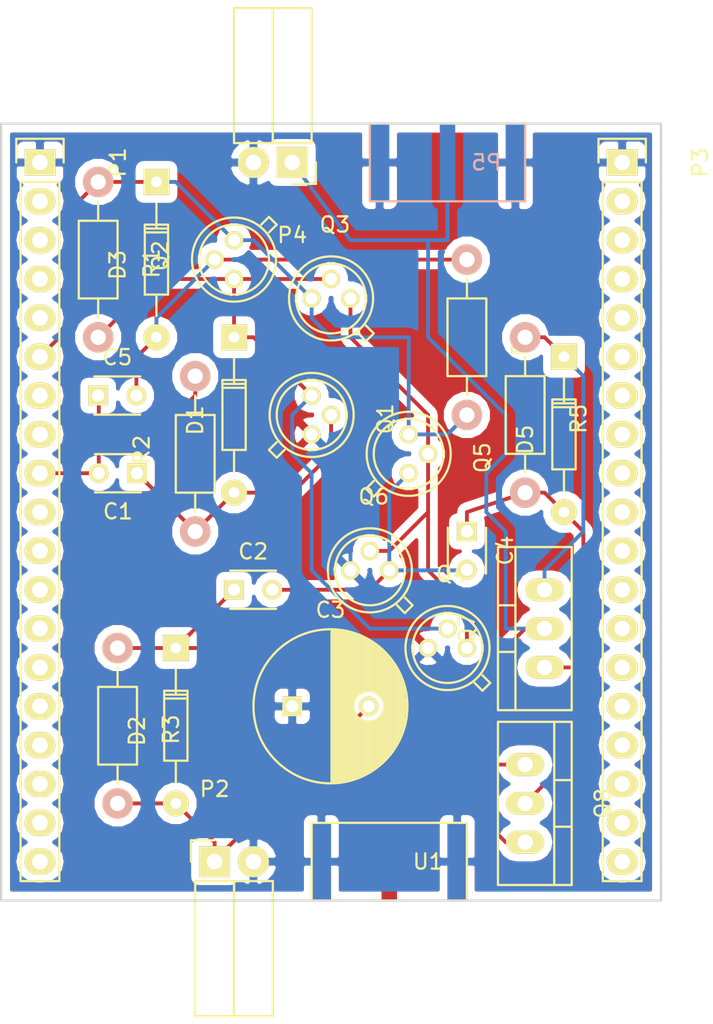
<source format=kicad_pcb>
(kicad_pcb (version 4) (host pcbnew 4.0.3+e1-6302~38~ubuntu16.04.1-stable)

  (general
    (links 57)
    (no_connects 0)
    (area 39.294999 78.664999 82.625001 129.615001)
    (thickness 1.6)
    (drawings 4)
    (tracks 124)
    (zones 0)
    (modules 28)
    (nets 48)
  )

  (page A4)
  (layers
    (0 F.Cu signal)
    (31 B.Cu signal)
    (32 B.Adhes user)
    (33 F.Adhes user)
    (34 B.Paste user)
    (35 F.Paste user)
    (36 B.SilkS user)
    (37 F.SilkS user)
    (38 B.Mask user)
    (39 F.Mask user)
    (40 Dwgs.User user)
    (41 Cmts.User user)
    (42 Eco1.User user)
    (43 Eco2.User user)
    (44 Edge.Cuts user)
    (45 Margin user)
    (46 B.CrtYd user)
    (47 F.CrtYd user)
    (48 B.Fab user)
    (49 F.Fab user)
  )

  (setup
    (last_trace_width 0.25)
    (trace_clearance 0.2)
    (zone_clearance 0.508)
    (zone_45_only no)
    (trace_min 0.2)
    (segment_width 0.2)
    (edge_width 0.15)
    (via_size 0.6)
    (via_drill 0.4)
    (via_min_size 0.4)
    (via_min_drill 0.3)
    (uvia_size 0.3)
    (uvia_drill 0.1)
    (uvias_allowed no)
    (uvia_min_size 0.2)
    (uvia_min_drill 0.1)
    (pcb_text_width 0.3)
    (pcb_text_size 1.5 1.5)
    (mod_edge_width 0.15)
    (mod_text_size 1 1)
    (mod_text_width 0.15)
    (pad_size 1.524 1.524)
    (pad_drill 0.762)
    (pad_to_mask_clearance 0.2)
    (aux_axis_origin 0 0)
    (visible_elements FFFFFF7F)
    (pcbplotparams
      (layerselection 0x00030_80000001)
      (usegerberextensions false)
      (excludeedgelayer true)
      (linewidth 0.100000)
      (plotframeref false)
      (viasonmask false)
      (mode 1)
      (useauxorigin false)
      (hpglpennumber 1)
      (hpglpenspeed 20)
      (hpglpendiameter 15)
      (hpglpenoverlay 2)
      (psnegative false)
      (psa4output false)
      (plotreference true)
      (plotvalue true)
      (plotinvisibletext false)
      (padsonsilk false)
      (subtractmaskfromsilk false)
      (outputformat 1)
      (mirror false)
      (drillshape 1)
      (scaleselection 1)
      (outputdirectory ""))
  )

  (net 0 "")
  (net 1 "Net-(C1-Pad1)")
  (net 2 "Net-(C1-Pad2)")
  (net 3 "Net-(C2-Pad1)")
  (net 4 "Net-(C2-Pad2)")
  (net 5 GND)
  (net 6 "Net-(C3-Pad2)")
  (net 7 "Net-(C4-Pad1)")
  (net 8 "Net-(C5-Pad2)")
  (net 9 "Net-(D1-Pad1)")
  (net 10 "Net-(D3-Pad1)")
  (net 11 "Net-(D5-Pad1)")
  (net 12 "Net-(P1-Pad2)")
  (net 13 "Net-(P1-Pad3)")
  (net 14 "Net-(P1-Pad4)")
  (net 15 "Net-(P1-Pad5)")
  (net 16 "Net-(P1-Pad7)")
  (net 17 "Net-(P1-Pad8)")
  (net 18 "Net-(P1-Pad10)")
  (net 19 "Net-(P1-Pad11)")
  (net 20 "Net-(P1-Pad12)")
  (net 21 "Net-(P1-Pad13)")
  (net 22 "Net-(P1-Pad14)")
  (net 23 "Net-(P1-Pad15)")
  (net 24 "Net-(P1-Pad16)")
  (net 25 "Net-(P1-Pad17)")
  (net 26 "Net-(P1-Pad18)")
  (net 27 "Net-(P1-Pad19)")
  (net 28 "Net-(P3-Pad2)")
  (net 29 "Net-(P3-Pad3)")
  (net 30 "Net-(P3-Pad4)")
  (net 31 "Net-(P3-Pad5)")
  (net 32 "Net-(P3-Pad6)")
  (net 33 "Net-(P3-Pad7)")
  (net 34 "Net-(P3-Pad8)")
  (net 35 "Net-(P3-Pad9)")
  (net 36 "Net-(P3-Pad10)")
  (net 37 "Net-(P3-Pad11)")
  (net 38 "Net-(P3-Pad12)")
  (net 39 "Net-(P3-Pad13)")
  (net 40 "Net-(P3-Pad14)")
  (net 41 "Net-(P3-Pad15)")
  (net 42 "Net-(P3-Pad16)")
  (net 43 "Net-(P3-Pad17)")
  (net 44 "Net-(P3-Pad18)")
  (net 45 "Net-(P3-Pad19)")
  (net 46 "Net-(P4-Pad1)")
  (net 47 "Net-(Q3-Pad1)")

  (net_class Default "This is the default net class."
    (clearance 0.2)
    (trace_width 0.25)
    (via_dia 0.6)
    (via_drill 0.4)
    (uvia_dia 0.3)
    (uvia_drill 0.1)
    (add_net GND)
    (add_net "Net-(C1-Pad1)")
    (add_net "Net-(C1-Pad2)")
    (add_net "Net-(C2-Pad1)")
    (add_net "Net-(C2-Pad2)")
    (add_net "Net-(C3-Pad2)")
    (add_net "Net-(C4-Pad1)")
    (add_net "Net-(C5-Pad2)")
    (add_net "Net-(D1-Pad1)")
    (add_net "Net-(D3-Pad1)")
    (add_net "Net-(D5-Pad1)")
    (add_net "Net-(P1-Pad10)")
    (add_net "Net-(P1-Pad11)")
    (add_net "Net-(P1-Pad12)")
    (add_net "Net-(P1-Pad13)")
    (add_net "Net-(P1-Pad14)")
    (add_net "Net-(P1-Pad15)")
    (add_net "Net-(P1-Pad16)")
    (add_net "Net-(P1-Pad17)")
    (add_net "Net-(P1-Pad18)")
    (add_net "Net-(P1-Pad19)")
    (add_net "Net-(P1-Pad2)")
    (add_net "Net-(P1-Pad3)")
    (add_net "Net-(P1-Pad4)")
    (add_net "Net-(P1-Pad5)")
    (add_net "Net-(P1-Pad7)")
    (add_net "Net-(P1-Pad8)")
    (add_net "Net-(P3-Pad10)")
    (add_net "Net-(P3-Pad11)")
    (add_net "Net-(P3-Pad12)")
    (add_net "Net-(P3-Pad13)")
    (add_net "Net-(P3-Pad14)")
    (add_net "Net-(P3-Pad15)")
    (add_net "Net-(P3-Pad16)")
    (add_net "Net-(P3-Pad17)")
    (add_net "Net-(P3-Pad18)")
    (add_net "Net-(P3-Pad19)")
    (add_net "Net-(P3-Pad2)")
    (add_net "Net-(P3-Pad3)")
    (add_net "Net-(P3-Pad4)")
    (add_net "Net-(P3-Pad5)")
    (add_net "Net-(P3-Pad6)")
    (add_net "Net-(P3-Pad7)")
    (add_net "Net-(P3-Pad8)")
    (add_net "Net-(P3-Pad9)")
    (add_net "Net-(P4-Pad1)")
    (add_net "Net-(Q3-Pad1)")
  )

  (module Capacitors_ThroughHole:C_Disc_D3_P2.5 placed (layer F.Cu) (tedit 0) (tstamp 57B32B76)
    (at 48.26 101.6 180)
    (descr "Capacitor 3mm Disc, Pitch 2.5mm")
    (tags Capacitor)
    (path /5762AFD3)
    (fp_text reference C1 (at 1.25 -2.5 180) (layer F.SilkS)
      (effects (font (size 1 1) (thickness 0.15)))
    )
    (fp_text value 100p (at 1.25 2.5 180) (layer F.Fab)
      (effects (font (size 1 1) (thickness 0.15)))
    )
    (fp_line (start -0.9 -1.5) (end 3.4 -1.5) (layer F.CrtYd) (width 0.05))
    (fp_line (start 3.4 -1.5) (end 3.4 1.5) (layer F.CrtYd) (width 0.05))
    (fp_line (start 3.4 1.5) (end -0.9 1.5) (layer F.CrtYd) (width 0.05))
    (fp_line (start -0.9 1.5) (end -0.9 -1.5) (layer F.CrtYd) (width 0.05))
    (fp_line (start -0.25 -1.25) (end 2.75 -1.25) (layer F.SilkS) (width 0.15))
    (fp_line (start 2.75 1.25) (end -0.25 1.25) (layer F.SilkS) (width 0.15))
    (pad 1 thru_hole rect (at 0 0 180) (size 1.3 1.3) (drill 0.8) (layers *.Cu *.Mask F.SilkS)
      (net 1 "Net-(C1-Pad1)"))
    (pad 2 thru_hole circle (at 2.5 0 180) (size 1.3 1.3) (drill 0.8001) (layers *.Cu *.Mask F.SilkS)
      (net 2 "Net-(C1-Pad2)"))
    (model Capacitors_ThroughHole.3dshapes/C_Disc_D3_P2.5.wrl
      (at (xyz 0.0492126 0 0))
      (scale (xyz 1 1 1))
      (rotate (xyz 0 0 0))
    )
  )

  (module Capacitors_ThroughHole:C_Disc_D3_P2.5 placed (layer F.Cu) (tedit 0) (tstamp 57B32B7C)
    (at 54.61 109.22)
    (descr "Capacitor 3mm Disc, Pitch 2.5mm")
    (tags Capacitor)
    (path /5767D1D8)
    (fp_text reference C2 (at 1.25 -2.5) (layer F.SilkS)
      (effects (font (size 1 1) (thickness 0.15)))
    )
    (fp_text value 100n (at 1.25 2.5) (layer F.Fab)
      (effects (font (size 1 1) (thickness 0.15)))
    )
    (fp_line (start -0.9 -1.5) (end 3.4 -1.5) (layer F.CrtYd) (width 0.05))
    (fp_line (start 3.4 -1.5) (end 3.4 1.5) (layer F.CrtYd) (width 0.05))
    (fp_line (start 3.4 1.5) (end -0.9 1.5) (layer F.CrtYd) (width 0.05))
    (fp_line (start -0.9 1.5) (end -0.9 -1.5) (layer F.CrtYd) (width 0.05))
    (fp_line (start -0.25 -1.25) (end 2.75 -1.25) (layer F.SilkS) (width 0.15))
    (fp_line (start 2.75 1.25) (end -0.25 1.25) (layer F.SilkS) (width 0.15))
    (pad 1 thru_hole rect (at 0 0) (size 1.3 1.3) (drill 0.8) (layers *.Cu *.Mask F.SilkS)
      (net 3 "Net-(C2-Pad1)"))
    (pad 2 thru_hole circle (at 2.5 0) (size 1.3 1.3) (drill 0.8001) (layers *.Cu *.Mask F.SilkS)
      (net 4 "Net-(C2-Pad2)"))
    (model Capacitors_ThroughHole.3dshapes/C_Disc_D3_P2.5.wrl
      (at (xyz 0.0492126 0 0))
      (scale (xyz 1 1 1))
      (rotate (xyz 0 0 0))
    )
  )

  (module Capacitors_ThroughHole:C_Radial_D10_L13_P5 placed (layer F.Cu) (tedit 0) (tstamp 57B32B82)
    (at 58.42 116.84)
    (descr "Radial Electrolytic Capacitor Diameter 10mm x Length 13mm, Pitch 5mm")
    (tags "Electrolytic Capacitor")
    (path /57B32D09)
    (fp_text reference C3 (at 2.5 -6.3) (layer F.SilkS)
      (effects (font (size 1 1) (thickness 0.15)))
    )
    (fp_text value 33u (at 2.5 6.3) (layer F.Fab)
      (effects (font (size 1 1) (thickness 0.15)))
    )
    (fp_line (start 2.575 -4.999) (end 2.575 4.999) (layer F.SilkS) (width 0.15))
    (fp_line (start 2.715 -4.995) (end 2.715 4.995) (layer F.SilkS) (width 0.15))
    (fp_line (start 2.855 -4.987) (end 2.855 4.987) (layer F.SilkS) (width 0.15))
    (fp_line (start 2.995 -4.975) (end 2.995 4.975) (layer F.SilkS) (width 0.15))
    (fp_line (start 3.135 -4.96) (end 3.135 4.96) (layer F.SilkS) (width 0.15))
    (fp_line (start 3.275 -4.94) (end 3.275 4.94) (layer F.SilkS) (width 0.15))
    (fp_line (start 3.415 -4.916) (end 3.415 4.916) (layer F.SilkS) (width 0.15))
    (fp_line (start 3.555 -4.887) (end 3.555 4.887) (layer F.SilkS) (width 0.15))
    (fp_line (start 3.695 -4.855) (end 3.695 4.855) (layer F.SilkS) (width 0.15))
    (fp_line (start 3.835 -4.818) (end 3.835 4.818) (layer F.SilkS) (width 0.15))
    (fp_line (start 3.975 -4.777) (end 3.975 4.777) (layer F.SilkS) (width 0.15))
    (fp_line (start 4.115 -4.732) (end 4.115 -0.466) (layer F.SilkS) (width 0.15))
    (fp_line (start 4.115 0.466) (end 4.115 4.732) (layer F.SilkS) (width 0.15))
    (fp_line (start 4.255 -4.682) (end 4.255 -0.667) (layer F.SilkS) (width 0.15))
    (fp_line (start 4.255 0.667) (end 4.255 4.682) (layer F.SilkS) (width 0.15))
    (fp_line (start 4.395 -4.627) (end 4.395 -0.796) (layer F.SilkS) (width 0.15))
    (fp_line (start 4.395 0.796) (end 4.395 4.627) (layer F.SilkS) (width 0.15))
    (fp_line (start 4.535 -4.567) (end 4.535 -0.885) (layer F.SilkS) (width 0.15))
    (fp_line (start 4.535 0.885) (end 4.535 4.567) (layer F.SilkS) (width 0.15))
    (fp_line (start 4.675 -4.502) (end 4.675 -0.946) (layer F.SilkS) (width 0.15))
    (fp_line (start 4.675 0.946) (end 4.675 4.502) (layer F.SilkS) (width 0.15))
    (fp_line (start 4.815 -4.432) (end 4.815 -0.983) (layer F.SilkS) (width 0.15))
    (fp_line (start 4.815 0.983) (end 4.815 4.432) (layer F.SilkS) (width 0.15))
    (fp_line (start 4.955 -4.356) (end 4.955 -0.999) (layer F.SilkS) (width 0.15))
    (fp_line (start 4.955 0.999) (end 4.955 4.356) (layer F.SilkS) (width 0.15))
    (fp_line (start 5.095 -4.274) (end 5.095 -0.995) (layer F.SilkS) (width 0.15))
    (fp_line (start 5.095 0.995) (end 5.095 4.274) (layer F.SilkS) (width 0.15))
    (fp_line (start 5.235 -4.186) (end 5.235 -0.972) (layer F.SilkS) (width 0.15))
    (fp_line (start 5.235 0.972) (end 5.235 4.186) (layer F.SilkS) (width 0.15))
    (fp_line (start 5.375 -4.091) (end 5.375 -0.927) (layer F.SilkS) (width 0.15))
    (fp_line (start 5.375 0.927) (end 5.375 4.091) (layer F.SilkS) (width 0.15))
    (fp_line (start 5.515 -3.989) (end 5.515 -0.857) (layer F.SilkS) (width 0.15))
    (fp_line (start 5.515 0.857) (end 5.515 3.989) (layer F.SilkS) (width 0.15))
    (fp_line (start 5.655 -3.879) (end 5.655 -0.756) (layer F.SilkS) (width 0.15))
    (fp_line (start 5.655 0.756) (end 5.655 3.879) (layer F.SilkS) (width 0.15))
    (fp_line (start 5.795 -3.761) (end 5.795 -0.607) (layer F.SilkS) (width 0.15))
    (fp_line (start 5.795 0.607) (end 5.795 3.761) (layer F.SilkS) (width 0.15))
    (fp_line (start 5.935 -3.633) (end 5.935 -0.355) (layer F.SilkS) (width 0.15))
    (fp_line (start 5.935 0.355) (end 5.935 3.633) (layer F.SilkS) (width 0.15))
    (fp_line (start 6.075 -3.496) (end 6.075 3.496) (layer F.SilkS) (width 0.15))
    (fp_line (start 6.215 -3.346) (end 6.215 3.346) (layer F.SilkS) (width 0.15))
    (fp_line (start 6.355 -3.184) (end 6.355 3.184) (layer F.SilkS) (width 0.15))
    (fp_line (start 6.495 -3.007) (end 6.495 3.007) (layer F.SilkS) (width 0.15))
    (fp_line (start 6.635 -2.811) (end 6.635 2.811) (layer F.SilkS) (width 0.15))
    (fp_line (start 6.775 -2.593) (end 6.775 2.593) (layer F.SilkS) (width 0.15))
    (fp_line (start 6.915 -2.347) (end 6.915 2.347) (layer F.SilkS) (width 0.15))
    (fp_line (start 7.055 -2.062) (end 7.055 2.062) (layer F.SilkS) (width 0.15))
    (fp_line (start 7.195 -1.72) (end 7.195 1.72) (layer F.SilkS) (width 0.15))
    (fp_line (start 7.335 -1.274) (end 7.335 1.274) (layer F.SilkS) (width 0.15))
    (fp_line (start 7.475 -0.499) (end 7.475 0.499) (layer F.SilkS) (width 0.15))
    (fp_circle (center 5 0) (end 5 -1) (layer F.SilkS) (width 0.15))
    (fp_circle (center 2.5 0) (end 2.5 -5.0375) (layer F.SilkS) (width 0.15))
    (fp_circle (center 2.5 0) (end 2.5 -5.3) (layer F.CrtYd) (width 0.05))
    (pad 1 thru_hole rect (at 0 0) (size 1.3 1.3) (drill 0.8) (layers *.Cu *.Mask F.SilkS)
      (net 5 GND))
    (pad 2 thru_hole circle (at 5 0) (size 1.3 1.3) (drill 0.8) (layers *.Cu *.Mask F.SilkS)
      (net 6 "Net-(C3-Pad2)"))
    (model Capacitors_ThroughHole.3dshapes/C_Radial_D10_L13_P5.wrl
      (at (xyz 0.0984252 0 0))
      (scale (xyz 1 1 1))
      (rotate (xyz 0 0 90))
    )
  )

  (module Capacitors_ThroughHole:C_Disc_D3_P2.5 placed (layer F.Cu) (tedit 0) (tstamp 57B32B88)
    (at 69.85 105.41 270)
    (descr "Capacitor 3mm Disc, Pitch 2.5mm")
    (tags Capacitor)
    (path /5767D253)
    (fp_text reference C4 (at 1.25 -2.5 270) (layer F.SilkS)
      (effects (font (size 1 1) (thickness 0.15)))
    )
    (fp_text value 100n (at 1.25 2.5 270) (layer F.Fab)
      (effects (font (size 1 1) (thickness 0.15)))
    )
    (fp_line (start -0.9 -1.5) (end 3.4 -1.5) (layer F.CrtYd) (width 0.05))
    (fp_line (start 3.4 -1.5) (end 3.4 1.5) (layer F.CrtYd) (width 0.05))
    (fp_line (start 3.4 1.5) (end -0.9 1.5) (layer F.CrtYd) (width 0.05))
    (fp_line (start -0.9 1.5) (end -0.9 -1.5) (layer F.CrtYd) (width 0.05))
    (fp_line (start -0.25 -1.25) (end 2.75 -1.25) (layer F.SilkS) (width 0.15))
    (fp_line (start 2.75 1.25) (end -0.25 1.25) (layer F.SilkS) (width 0.15))
    (pad 1 thru_hole rect (at 0 0 270) (size 1.3 1.3) (drill 0.8) (layers *.Cu *.Mask F.SilkS)
      (net 7 "Net-(C4-Pad1)"))
    (pad 2 thru_hole circle (at 2.5 0 270) (size 1.3 1.3) (drill 0.8001) (layers *.Cu *.Mask F.SilkS)
      (net 4 "Net-(C2-Pad2)"))
    (model Capacitors_ThroughHole.3dshapes/C_Disc_D3_P2.5.wrl
      (at (xyz 0.0492126 0 0))
      (scale (xyz 1 1 1))
      (rotate (xyz 0 0 0))
    )
  )

  (module Capacitors_ThroughHole:C_Disc_D3_P2.5 placed (layer F.Cu) (tedit 0) (tstamp 57B32B8E)
    (at 45.72 96.52)
    (descr "Capacitor 3mm Disc, Pitch 2.5mm")
    (tags Capacitor)
    (path /5762B0B6)
    (fp_text reference C5 (at 1.25 -2.5) (layer F.SilkS)
      (effects (font (size 1 1) (thickness 0.15)))
    )
    (fp_text value 220p (at 1.25 2.5) (layer F.Fab)
      (effects (font (size 1 1) (thickness 0.15)))
    )
    (fp_line (start -0.9 -1.5) (end 3.4 -1.5) (layer F.CrtYd) (width 0.05))
    (fp_line (start 3.4 -1.5) (end 3.4 1.5) (layer F.CrtYd) (width 0.05))
    (fp_line (start 3.4 1.5) (end -0.9 1.5) (layer F.CrtYd) (width 0.05))
    (fp_line (start -0.9 1.5) (end -0.9 -1.5) (layer F.CrtYd) (width 0.05))
    (fp_line (start -0.25 -1.25) (end 2.75 -1.25) (layer F.SilkS) (width 0.15))
    (fp_line (start 2.75 1.25) (end -0.25 1.25) (layer F.SilkS) (width 0.15))
    (pad 1 thru_hole rect (at 0 0) (size 1.3 1.3) (drill 0.8) (layers *.Cu *.Mask F.SilkS)
      (net 2 "Net-(C1-Pad2)"))
    (pad 2 thru_hole circle (at 2.5 0) (size 1.3 1.3) (drill 0.8001) (layers *.Cu *.Mask F.SilkS)
      (net 8 "Net-(C5-Pad2)"))
    (model Capacitors_ThroughHole.3dshapes/C_Disc_D3_P2.5.wrl
      (at (xyz 0.0492126 0 0))
      (scale (xyz 1 1 1))
      (rotate (xyz 0 0 0))
    )
  )

  (module Diodes_ThroughHole:Diode_DO-35_SOD27_Horizontal_RM10 placed (layer F.Cu) (tedit 552FFC30) (tstamp 57B32B94)
    (at 54.61 92.71 270)
    (descr "Diode, DO-35,  SOD27, Horizontal, RM 10mm")
    (tags "Diode, DO-35, SOD27, Horizontal, RM 10mm, 1N4148,")
    (path /5762B16F)
    (fp_text reference D1 (at 5.43052 2.53746 270) (layer F.SilkS)
      (effects (font (size 1 1) (thickness 0.15)))
    )
    (fp_text value "BAT48 0.6V" (at 4.41452 -3.55854 270) (layer F.Fab)
      (effects (font (size 1 1) (thickness 0.15)))
    )
    (fp_line (start 7.36652 -0.00254) (end 8.76352 -0.00254) (layer F.SilkS) (width 0.15))
    (fp_line (start 2.92152 -0.00254) (end 1.39752 -0.00254) (layer F.SilkS) (width 0.15))
    (fp_line (start 3.30252 -0.76454) (end 3.30252 0.75946) (layer F.SilkS) (width 0.15))
    (fp_line (start 3.04852 -0.76454) (end 3.04852 0.75946) (layer F.SilkS) (width 0.15))
    (fp_line (start 2.79452 -0.00254) (end 2.79452 0.75946) (layer F.SilkS) (width 0.15))
    (fp_line (start 2.79452 0.75946) (end 7.36652 0.75946) (layer F.SilkS) (width 0.15))
    (fp_line (start 7.36652 0.75946) (end 7.36652 -0.76454) (layer F.SilkS) (width 0.15))
    (fp_line (start 7.36652 -0.76454) (end 2.79452 -0.76454) (layer F.SilkS) (width 0.15))
    (fp_line (start 2.79452 -0.76454) (end 2.79452 -0.00254) (layer F.SilkS) (width 0.15))
    (pad 2 thru_hole circle (at 10.16052 -0.00254 90) (size 1.69926 1.69926) (drill 0.70104) (layers *.Cu *.Mask F.SilkS)
      (net 1 "Net-(C1-Pad1)"))
    (pad 1 thru_hole rect (at 0.00052 -0.00254 90) (size 1.69926 1.69926) (drill 0.70104) (layers *.Cu *.Mask F.SilkS)
      (net 9 "Net-(D1-Pad1)"))
    (model Diodes_ThroughHole.3dshapes/Diode_DO-35_SOD27_Horizontal_RM10.wrl
      (at (xyz 0.2 0 0))
      (scale (xyz 0.4 0.4 0.4))
      (rotate (xyz 0 0 180))
    )
  )

  (module Diodes_ThroughHole:Diode_DO-35_SOD27_Horizontal_RM10 placed (layer F.Cu) (tedit 552FFC30) (tstamp 57B32BA3)
    (at 49.53 82.55 270)
    (descr "Diode, DO-35,  SOD27, Horizontal, RM 10mm")
    (tags "Diode, DO-35, SOD27, Horizontal, RM 10mm, 1N4148,")
    (path /5762B35A)
    (fp_text reference D3 (at 5.43052 2.53746 270) (layer F.SilkS)
      (effects (font (size 1 1) (thickness 0.15)))
    )
    (fp_text value D1N4148 (at 4.41452 -3.55854 270) (layer F.Fab)
      (effects (font (size 1 1) (thickness 0.15)))
    )
    (fp_line (start 7.36652 -0.00254) (end 8.76352 -0.00254) (layer F.SilkS) (width 0.15))
    (fp_line (start 2.92152 -0.00254) (end 1.39752 -0.00254) (layer F.SilkS) (width 0.15))
    (fp_line (start 3.30252 -0.76454) (end 3.30252 0.75946) (layer F.SilkS) (width 0.15))
    (fp_line (start 3.04852 -0.76454) (end 3.04852 0.75946) (layer F.SilkS) (width 0.15))
    (fp_line (start 2.79452 -0.00254) (end 2.79452 0.75946) (layer F.SilkS) (width 0.15))
    (fp_line (start 2.79452 0.75946) (end 7.36652 0.75946) (layer F.SilkS) (width 0.15))
    (fp_line (start 7.36652 0.75946) (end 7.36652 -0.76454) (layer F.SilkS) (width 0.15))
    (fp_line (start 7.36652 -0.76454) (end 2.79452 -0.76454) (layer F.SilkS) (width 0.15))
    (fp_line (start 2.79452 -0.76454) (end 2.79452 -0.00254) (layer F.SilkS) (width 0.15))
    (pad 2 thru_hole circle (at 10.16052 -0.00254 90) (size 1.69926 1.69926) (drill 0.70104) (layers *.Cu *.Mask F.SilkS)
      (net 8 "Net-(C5-Pad2)"))
    (pad 1 thru_hole rect (at 0.00052 -0.00254 90) (size 1.69926 1.69926) (drill 0.70104) (layers *.Cu *.Mask F.SilkS)
      (net 10 "Net-(D3-Pad1)"))
    (model Diodes_ThroughHole.3dshapes/Diode_DO-35_SOD27_Horizontal_RM10.wrl
      (at (xyz 0.2 0 0))
      (scale (xyz 0.4 0.4 0.4))
      (rotate (xyz 0 0 180))
    )
  )

  (module Socket_Strips:Socket_Strip_Straight_1x19 placed (layer F.Cu) (tedit 0) (tstamp 57B32BC3)
    (at 41.91 81.28 270)
    (descr "Through hole socket strip")
    (tags "socket strip")
    (path /57A89E14)
    (fp_text reference P1 (at 0 -5.1 270) (layer F.SilkS)
      (effects (font (size 1 1) (thickness 0.15)))
    )
    (fp_text value CONN_01X19 (at 0 -3.1 270) (layer F.Fab)
      (effects (font (size 1 1) (thickness 0.15)))
    )
    (fp_line (start -1.75 -1.75) (end -1.75 1.75) (layer F.CrtYd) (width 0.05))
    (fp_line (start 47.5 -1.75) (end 47.5 1.75) (layer F.CrtYd) (width 0.05))
    (fp_line (start -1.75 -1.75) (end 47.5 -1.75) (layer F.CrtYd) (width 0.05))
    (fp_line (start -1.75 1.75) (end 47.5 1.75) (layer F.CrtYd) (width 0.05))
    (fp_line (start 1.27 1.27) (end 46.99 1.27) (layer F.SilkS) (width 0.15))
    (fp_line (start 46.99 1.27) (end 46.99 -1.27) (layer F.SilkS) (width 0.15))
    (fp_line (start 46.99 -1.27) (end 1.27 -1.27) (layer F.SilkS) (width 0.15))
    (fp_line (start -1.55 1.55) (end 0 1.55) (layer F.SilkS) (width 0.15))
    (fp_line (start 1.27 1.27) (end 1.27 -1.27) (layer F.SilkS) (width 0.15))
    (fp_line (start 0 -1.55) (end -1.55 -1.55) (layer F.SilkS) (width 0.15))
    (fp_line (start -1.55 -1.55) (end -1.55 1.55) (layer F.SilkS) (width 0.15))
    (pad 1 thru_hole rect (at 0 0 270) (size 1.7272 2.032) (drill 1.016) (layers *.Cu *.Mask F.SilkS)
      (net 5 GND))
    (pad 2 thru_hole oval (at 2.54 0 270) (size 1.7272 2.032) (drill 1.016) (layers *.Cu *.Mask F.SilkS)
      (net 12 "Net-(P1-Pad2)"))
    (pad 3 thru_hole oval (at 5.08 0 270) (size 1.7272 2.032) (drill 1.016) (layers *.Cu *.Mask F.SilkS)
      (net 13 "Net-(P1-Pad3)"))
    (pad 4 thru_hole oval (at 7.62 0 270) (size 1.7272 2.032) (drill 1.016) (layers *.Cu *.Mask F.SilkS)
      (net 14 "Net-(P1-Pad4)"))
    (pad 5 thru_hole oval (at 10.16 0 270) (size 1.7272 2.032) (drill 1.016) (layers *.Cu *.Mask F.SilkS)
      (net 15 "Net-(P1-Pad5)"))
    (pad 6 thru_hole oval (at 12.7 0 270) (size 1.7272 2.032) (drill 1.016) (layers *.Cu *.Mask F.SilkS)
      (net 10 "Net-(D3-Pad1)"))
    (pad 7 thru_hole oval (at 15.24 0 270) (size 1.7272 2.032) (drill 1.016) (layers *.Cu *.Mask F.SilkS)
      (net 16 "Net-(P1-Pad7)"))
    (pad 8 thru_hole oval (at 17.78 0 270) (size 1.7272 2.032) (drill 1.016) (layers *.Cu *.Mask F.SilkS)
      (net 17 "Net-(P1-Pad8)"))
    (pad 9 thru_hole oval (at 20.32 0 270) (size 1.7272 2.032) (drill 1.016) (layers *.Cu *.Mask F.SilkS)
      (net 2 "Net-(C1-Pad2)"))
    (pad 10 thru_hole oval (at 22.86 0 270) (size 1.7272 2.032) (drill 1.016) (layers *.Cu *.Mask F.SilkS)
      (net 18 "Net-(P1-Pad10)"))
    (pad 11 thru_hole oval (at 25.4 0 270) (size 1.7272 2.032) (drill 1.016) (layers *.Cu *.Mask F.SilkS)
      (net 19 "Net-(P1-Pad11)"))
    (pad 12 thru_hole oval (at 27.94 0 270) (size 1.7272 2.032) (drill 1.016) (layers *.Cu *.Mask F.SilkS)
      (net 20 "Net-(P1-Pad12)"))
    (pad 13 thru_hole oval (at 30.48 0 270) (size 1.7272 2.032) (drill 1.016) (layers *.Cu *.Mask F.SilkS)
      (net 21 "Net-(P1-Pad13)"))
    (pad 14 thru_hole oval (at 33.02 0 270) (size 1.7272 2.032) (drill 1.016) (layers *.Cu *.Mask F.SilkS)
      (net 22 "Net-(P1-Pad14)"))
    (pad 15 thru_hole oval (at 35.56 0 270) (size 1.7272 2.032) (drill 1.016) (layers *.Cu *.Mask F.SilkS)
      (net 23 "Net-(P1-Pad15)"))
    (pad 16 thru_hole oval (at 38.1 0 270) (size 1.7272 2.032) (drill 1.016) (layers *.Cu *.Mask F.SilkS)
      (net 24 "Net-(P1-Pad16)"))
    (pad 17 thru_hole oval (at 40.64 0 270) (size 1.7272 2.032) (drill 1.016) (layers *.Cu *.Mask F.SilkS)
      (net 25 "Net-(P1-Pad17)"))
    (pad 18 thru_hole oval (at 43.18 0 270) (size 1.7272 2.032) (drill 1.016) (layers *.Cu *.Mask F.SilkS)
      (net 26 "Net-(P1-Pad18)"))
    (pad 19 thru_hole oval (at 45.72 0 270) (size 1.7272 2.032) (drill 1.016) (layers *.Cu *.Mask F.SilkS)
      (net 27 "Net-(P1-Pad19)"))
    (model Socket_Strips.3dshapes/Socket_Strip_Straight_1x19.wrl
      (at (xyz 0.9 0 0))
      (scale (xyz 1 1 1))
      (rotate (xyz 0 0 180))
    )
  )

  (module Socket_Strips:Socket_Strip_Angled_1x02 placed (layer F.Cu) (tedit 0) (tstamp 57B32BC9)
    (at 53.34 127)
    (descr "Through hole socket strip")
    (tags "socket strip")
    (path /57A8ABE5)
    (fp_text reference P2 (at 0 -4.75) (layer F.SilkS)
      (effects (font (size 1 1) (thickness 0.15)))
    )
    (fp_text value CONN_01X02 (at 0 -2.75) (layer F.Fab)
      (effects (font (size 1 1) (thickness 0.15)))
    )
    (fp_line (start -1.75 -1.5) (end -1.75 10.6) (layer F.CrtYd) (width 0.05))
    (fp_line (start 4.3 -1.5) (end 4.3 10.6) (layer F.CrtYd) (width 0.05))
    (fp_line (start -1.75 -1.5) (end 4.3 -1.5) (layer F.CrtYd) (width 0.05))
    (fp_line (start -1.75 10.6) (end 4.3 10.6) (layer F.CrtYd) (width 0.05))
    (fp_line (start 3.81 10.1) (end 3.81 1.27) (layer F.SilkS) (width 0.15))
    (fp_line (start 1.27 10.1) (end 3.81 10.1) (layer F.SilkS) (width 0.15))
    (fp_line (start 1.27 1.27) (end 1.27 10.1) (layer F.SilkS) (width 0.15))
    (fp_line (start 1.27 1.27) (end 3.81 1.27) (layer F.SilkS) (width 0.15))
    (fp_line (start -1.27 1.27) (end 1.27 1.27) (layer F.SilkS) (width 0.15))
    (fp_line (start 0 -1.4) (end -1.55 -1.4) (layer F.SilkS) (width 0.15))
    (fp_line (start -1.55 -1.4) (end -1.55 0) (layer F.SilkS) (width 0.15))
    (fp_line (start -1.27 1.27) (end -1.27 10.1) (layer F.SilkS) (width 0.15))
    (fp_line (start -1.27 10.1) (end 1.27 10.1) (layer F.SilkS) (width 0.15))
    (fp_line (start 1.27 10.1) (end 1.27 1.27) (layer F.SilkS) (width 0.15))
    (pad 1 thru_hole rect (at 0 0) (size 2.032 2.032) (drill 1.016) (layers *.Cu *.Mask F.SilkS)
      (net 6 "Net-(C3-Pad2)"))
    (pad 2 thru_hole oval (at 2.54 0) (size 2.032 2.032) (drill 1.016) (layers *.Cu *.Mask F.SilkS)
      (net 5 GND))
    (model Socket_Strips.3dshapes/Socket_Strip_Angled_1x02.wrl
      (at (xyz 0.05 0 0))
      (scale (xyz 1 1 1))
      (rotate (xyz 0 0 180))
    )
  )

  (module Socket_Strips:Socket_Strip_Straight_1x19 placed (layer F.Cu) (tedit 0) (tstamp 57B32BE0)
    (at 80.01 81.28 270)
    (descr "Through hole socket strip")
    (tags "socket strip")
    (path /57A89E65)
    (fp_text reference P3 (at 0 -5.1 270) (layer F.SilkS)
      (effects (font (size 1 1) (thickness 0.15)))
    )
    (fp_text value CONN_01X19 (at 0 -3.1 270) (layer F.Fab)
      (effects (font (size 1 1) (thickness 0.15)))
    )
    (fp_line (start -1.75 -1.75) (end -1.75 1.75) (layer F.CrtYd) (width 0.05))
    (fp_line (start 47.5 -1.75) (end 47.5 1.75) (layer F.CrtYd) (width 0.05))
    (fp_line (start -1.75 -1.75) (end 47.5 -1.75) (layer F.CrtYd) (width 0.05))
    (fp_line (start -1.75 1.75) (end 47.5 1.75) (layer F.CrtYd) (width 0.05))
    (fp_line (start 1.27 1.27) (end 46.99 1.27) (layer F.SilkS) (width 0.15))
    (fp_line (start 46.99 1.27) (end 46.99 -1.27) (layer F.SilkS) (width 0.15))
    (fp_line (start 46.99 -1.27) (end 1.27 -1.27) (layer F.SilkS) (width 0.15))
    (fp_line (start -1.55 1.55) (end 0 1.55) (layer F.SilkS) (width 0.15))
    (fp_line (start 1.27 1.27) (end 1.27 -1.27) (layer F.SilkS) (width 0.15))
    (fp_line (start 0 -1.55) (end -1.55 -1.55) (layer F.SilkS) (width 0.15))
    (fp_line (start -1.55 -1.55) (end -1.55 1.55) (layer F.SilkS) (width 0.15))
    (pad 1 thru_hole rect (at 0 0 270) (size 1.7272 2.032) (drill 1.016) (layers *.Cu *.Mask F.SilkS)
      (net 5 GND))
    (pad 2 thru_hole oval (at 2.54 0 270) (size 1.7272 2.032) (drill 1.016) (layers *.Cu *.Mask F.SilkS)
      (net 28 "Net-(P3-Pad2)"))
    (pad 3 thru_hole oval (at 5.08 0 270) (size 1.7272 2.032) (drill 1.016) (layers *.Cu *.Mask F.SilkS)
      (net 29 "Net-(P3-Pad3)"))
    (pad 4 thru_hole oval (at 7.62 0 270) (size 1.7272 2.032) (drill 1.016) (layers *.Cu *.Mask F.SilkS)
      (net 30 "Net-(P3-Pad4)"))
    (pad 5 thru_hole oval (at 10.16 0 270) (size 1.7272 2.032) (drill 1.016) (layers *.Cu *.Mask F.SilkS)
      (net 31 "Net-(P3-Pad5)"))
    (pad 6 thru_hole oval (at 12.7 0 270) (size 1.7272 2.032) (drill 1.016) (layers *.Cu *.Mask F.SilkS)
      (net 32 "Net-(P3-Pad6)"))
    (pad 7 thru_hole oval (at 15.24 0 270) (size 1.7272 2.032) (drill 1.016) (layers *.Cu *.Mask F.SilkS)
      (net 33 "Net-(P3-Pad7)"))
    (pad 8 thru_hole oval (at 17.78 0 270) (size 1.7272 2.032) (drill 1.016) (layers *.Cu *.Mask F.SilkS)
      (net 34 "Net-(P3-Pad8)"))
    (pad 9 thru_hole oval (at 20.32 0 270) (size 1.7272 2.032) (drill 1.016) (layers *.Cu *.Mask F.SilkS)
      (net 35 "Net-(P3-Pad9)"))
    (pad 10 thru_hole oval (at 22.86 0 270) (size 1.7272 2.032) (drill 1.016) (layers *.Cu *.Mask F.SilkS)
      (net 36 "Net-(P3-Pad10)"))
    (pad 11 thru_hole oval (at 25.4 0 270) (size 1.7272 2.032) (drill 1.016) (layers *.Cu *.Mask F.SilkS)
      (net 37 "Net-(P3-Pad11)"))
    (pad 12 thru_hole oval (at 27.94 0 270) (size 1.7272 2.032) (drill 1.016) (layers *.Cu *.Mask F.SilkS)
      (net 38 "Net-(P3-Pad12)"))
    (pad 13 thru_hole oval (at 30.48 0 270) (size 1.7272 2.032) (drill 1.016) (layers *.Cu *.Mask F.SilkS)
      (net 39 "Net-(P3-Pad13)"))
    (pad 14 thru_hole oval (at 33.02 0 270) (size 1.7272 2.032) (drill 1.016) (layers *.Cu *.Mask F.SilkS)
      (net 40 "Net-(P3-Pad14)"))
    (pad 15 thru_hole oval (at 35.56 0 270) (size 1.7272 2.032) (drill 1.016) (layers *.Cu *.Mask F.SilkS)
      (net 41 "Net-(P3-Pad15)"))
    (pad 16 thru_hole oval (at 38.1 0 270) (size 1.7272 2.032) (drill 1.016) (layers *.Cu *.Mask F.SilkS)
      (net 42 "Net-(P3-Pad16)"))
    (pad 17 thru_hole oval (at 40.64 0 270) (size 1.7272 2.032) (drill 1.016) (layers *.Cu *.Mask F.SilkS)
      (net 43 "Net-(P3-Pad17)"))
    (pad 18 thru_hole oval (at 43.18 0 270) (size 1.7272 2.032) (drill 1.016) (layers *.Cu *.Mask F.SilkS)
      (net 44 "Net-(P3-Pad18)"))
    (pad 19 thru_hole oval (at 45.72 0 270) (size 1.7272 2.032) (drill 1.016) (layers *.Cu *.Mask F.SilkS)
      (net 45 "Net-(P3-Pad19)"))
    (model Socket_Strips.3dshapes/Socket_Strip_Straight_1x19.wrl
      (at (xyz 0.9 0 0))
      (scale (xyz 1 1 1))
      (rotate (xyz 0 0 180))
    )
  )

  (module Socket_Strips:Socket_Strip_Angled_1x02 placed (layer F.Cu) (tedit 0) (tstamp 57B32BE6)
    (at 58.42 81.28 180)
    (descr "Through hole socket strip")
    (tags "socket strip")
    (path /57B327AA)
    (fp_text reference P4 (at 0 -4.75 180) (layer F.SilkS)
      (effects (font (size 1 1) (thickness 0.15)))
    )
    (fp_text value CONN_01X02 (at 0 -2.75 180) (layer F.Fab)
      (effects (font (size 1 1) (thickness 0.15)))
    )
    (fp_line (start -1.75 -1.5) (end -1.75 10.6) (layer F.CrtYd) (width 0.05))
    (fp_line (start 4.3 -1.5) (end 4.3 10.6) (layer F.CrtYd) (width 0.05))
    (fp_line (start -1.75 -1.5) (end 4.3 -1.5) (layer F.CrtYd) (width 0.05))
    (fp_line (start -1.75 10.6) (end 4.3 10.6) (layer F.CrtYd) (width 0.05))
    (fp_line (start 3.81 10.1) (end 3.81 1.27) (layer F.SilkS) (width 0.15))
    (fp_line (start 1.27 10.1) (end 3.81 10.1) (layer F.SilkS) (width 0.15))
    (fp_line (start 1.27 1.27) (end 1.27 10.1) (layer F.SilkS) (width 0.15))
    (fp_line (start 1.27 1.27) (end 3.81 1.27) (layer F.SilkS) (width 0.15))
    (fp_line (start -1.27 1.27) (end 1.27 1.27) (layer F.SilkS) (width 0.15))
    (fp_line (start 0 -1.4) (end -1.55 -1.4) (layer F.SilkS) (width 0.15))
    (fp_line (start -1.55 -1.4) (end -1.55 0) (layer F.SilkS) (width 0.15))
    (fp_line (start -1.27 1.27) (end -1.27 10.1) (layer F.SilkS) (width 0.15))
    (fp_line (start -1.27 10.1) (end 1.27 10.1) (layer F.SilkS) (width 0.15))
    (fp_line (start 1.27 10.1) (end 1.27 1.27) (layer F.SilkS) (width 0.15))
    (pad 1 thru_hole rect (at 0 0 180) (size 2.032 2.032) (drill 1.016) (layers *.Cu *.Mask F.SilkS)
      (net 46 "Net-(P4-Pad1)"))
    (pad 2 thru_hole oval (at 2.54 0 180) (size 2.032 2.032) (drill 1.016) (layers *.Cu *.Mask F.SilkS)
      (net 5 GND))
    (model Socket_Strips.3dshapes/Socket_Strip_Angled_1x02.wrl
      (at (xyz 0.05 0 0))
      (scale (xyz 1 1 1))
      (rotate (xyz 0 0 180))
    )
  )

  (module echopen:SMA placed (layer B.Cu) (tedit 57B2F219) (tstamp 57B32BEF)
    (at 68.58 81.28)
    (path /57B32829)
    (fp_text reference P5 (at 2.54 0) (layer B.SilkS)
      (effects (font (size 1 1) (thickness 0.15)) (justify mirror))
    )
    (fp_text value SMA (at -2.54 0) (layer B.Fab)
      (effects (font (size 1 1) (thickness 0.15)) (justify mirror))
    )
    (fp_line (start -5.08 2.54) (end 5.08 2.54) (layer B.SilkS) (width 0.15))
    (fp_line (start 5.08 2.54) (end 5.08 -2.54) (layer B.SilkS) (width 0.15))
    (fp_line (start 5.08 -2.54) (end -5.08 -2.54) (layer B.SilkS) (width 0.15))
    (fp_line (start -5.08 -2.54) (end -5.08 2.54) (layer B.SilkS) (width 0.15))
    (pad 2 smd rect (at -5.08 0) (size 1.27 5.08) (drill (offset 0.635 0)) (layers B.Cu B.Paste B.Mask)
      (net 5 GND))
    (pad 2 smd rect (at 5.08 0) (size 1.27 5.08) (drill (offset -0.635 0)) (layers B.Cu B.Paste B.Mask)
      (net 5 GND))
    (pad 1 smd rect (at 0 0) (size 1.016 5.08) (layers B.Cu B.Paste B.Mask)
      (net 46 "Net-(P4-Pad1)"))
    (pad 2 smd rect (at 5.08 0) (size 1.27 5.08) (drill (offset -0.635 0)) (layers F.Cu F.Paste F.Mask)
      (net 5 GND))
    (pad 2 smd rect (at -5.08 0) (size 1.27 5.08) (drill (offset 0.635 0)) (layers F.Cu F.Paste F.Mask)
      (net 5 GND))
  )

  (module TO_SOT_Packages_THT:TO-18_3Pin placed (layer F.Cu) (tedit 55D039D2) (tstamp 57B32BF6)
    (at 59.69 97.79 270)
    (descr "TO-18, 3Pin,")
    (tags "TO-18, 3Pin,")
    (path /5762B56E)
    (fp_text reference Q1 (at 0.254 -4.826 270) (layer F.SilkS)
      (effects (font (size 1 1) (thickness 0.15)))
    )
    (fp_text value Q2N2222 (at 0 4.826 270) (layer F.Fab)
      (effects (font (size 1 1) (thickness 0.15)))
    )
    (fp_line (start 2.794 2.286) (end 2.286 1.778) (layer F.SilkS) (width 0.15))
    (fp_line (start 1.778 2.286) (end 2.286 2.794) (layer F.SilkS) (width 0.15))
    (fp_line (start 2.286 2.794) (end 2.794 2.286) (layer F.SilkS) (width 0.15))
    (fp_circle (center 0 0) (end 2.286 0) (layer F.SilkS) (width 0.15))
    (fp_circle (center 0 0) (end 2.75 0) (layer F.SilkS) (width 0.15))
    (pad 1 thru_hole circle (at 1.27 0 270) (size 1.2 1.2) (drill 0.8) (layers *.Cu *.Mask F.SilkS)
      (net 5 GND))
    (pad 2 thru_hole circle (at 0 -1.27 270) (size 1.2 1.2) (drill 0.8) (layers *.Cu *.Mask F.SilkS)
      (net 1 "Net-(C1-Pad1)"))
    (pad 3 thru_hole circle (at -1.27 0 270) (size 1.2 1.2) (drill 0.8) (layers *.Cu *.Mask F.SilkS)
      (net 9 "Net-(D1-Pad1)"))
    (model TO_SOT_Packages_THT.3dshapes/TO-18_3Pin.wrl
      (at (xyz 0 0 0))
      (scale (xyz 0.3937 0.3937 0.3937))
      (rotate (xyz 0 0 0))
    )
  )

  (module TO_SOT_Packages_THT:TO-18_3Pin placed (layer F.Cu) (tedit 55D039D2) (tstamp 57B32BFD)
    (at 54.61 87.63 90)
    (descr "TO-18, 3Pin,")
    (tags "TO-18, 3Pin,")
    (path /5762B5CF)
    (fp_text reference Q2 (at 0.254 -4.826 90) (layer F.SilkS)
      (effects (font (size 1 1) (thickness 0.15)))
    )
    (fp_text value Q2N2907 (at 0 4.826 90) (layer F.Fab)
      (effects (font (size 1 1) (thickness 0.15)))
    )
    (fp_line (start 2.794 2.286) (end 2.286 1.778) (layer F.SilkS) (width 0.15))
    (fp_line (start 1.778 2.286) (end 2.286 2.794) (layer F.SilkS) (width 0.15))
    (fp_line (start 2.286 2.794) (end 2.794 2.286) (layer F.SilkS) (width 0.15))
    (fp_circle (center 0 0) (end 2.286 0) (layer F.SilkS) (width 0.15))
    (fp_circle (center 0 0) (end 2.75 0) (layer F.SilkS) (width 0.15))
    (pad 1 thru_hole circle (at 1.27 0 90) (size 1.2 1.2) (drill 0.8) (layers *.Cu *.Mask F.SilkS)
      (net 10 "Net-(D3-Pad1)"))
    (pad 2 thru_hole circle (at 0 -1.27 90) (size 1.2 1.2) (drill 0.8) (layers *.Cu *.Mask F.SilkS)
      (net 8 "Net-(C5-Pad2)"))
    (pad 3 thru_hole circle (at -1.27 0 90) (size 1.2 1.2) (drill 0.8) (layers *.Cu *.Mask F.SilkS)
      (net 9 "Net-(D1-Pad1)"))
    (model TO_SOT_Packages_THT.3dshapes/TO-18_3Pin.wrl
      (at (xyz 0 0 0))
      (scale (xyz 0.3937 0.3937 0.3937))
      (rotate (xyz 0 0 0))
    )
  )

  (module TO_SOT_Packages_THT:TO-18_3Pin placed (layer F.Cu) (tedit 55D039D2) (tstamp 57B32C04)
    (at 60.96 90.17)
    (descr "TO-18, 3Pin,")
    (tags "TO-18, 3Pin,")
    (path /5762BD85)
    (fp_text reference Q3 (at 0.254 -4.826) (layer F.SilkS)
      (effects (font (size 1 1) (thickness 0.15)))
    )
    (fp_text value Q2N2222 (at 0 4.826) (layer F.Fab)
      (effects (font (size 1 1) (thickness 0.15)))
    )
    (fp_line (start 2.794 2.286) (end 2.286 1.778) (layer F.SilkS) (width 0.15))
    (fp_line (start 1.778 2.286) (end 2.286 2.794) (layer F.SilkS) (width 0.15))
    (fp_line (start 2.286 2.794) (end 2.794 2.286) (layer F.SilkS) (width 0.15))
    (fp_circle (center 0 0) (end 2.286 0) (layer F.SilkS) (width 0.15))
    (fp_circle (center 0 0) (end 2.75 0) (layer F.SilkS) (width 0.15))
    (pad 1 thru_hole circle (at 1.27 0) (size 1.2 1.2) (drill 0.8) (layers *.Cu *.Mask F.SilkS)
      (net 47 "Net-(Q3-Pad1)"))
    (pad 2 thru_hole circle (at 0 -1.27) (size 1.2 1.2) (drill 0.8) (layers *.Cu *.Mask F.SilkS)
      (net 9 "Net-(D1-Pad1)"))
    (pad 3 thru_hole circle (at -1.27 0) (size 1.2 1.2) (drill 0.8) (layers *.Cu *.Mask F.SilkS)
      (net 10 "Net-(D3-Pad1)"))
    (model TO_SOT_Packages_THT.3dshapes/TO-18_3Pin.wrl
      (at (xyz 0 0 0))
      (scale (xyz 0.3937 0.3937 0.3937))
      (rotate (xyz 0 0 0))
    )
  )

  (module TO_SOT_Packages_THT:TO-18_3Pin placed (layer F.Cu) (tedit 55D039D2) (tstamp 57B32C0B)
    (at 68.58 113.03)
    (descr "TO-18, 3Pin,")
    (tags "TO-18, 3Pin,")
    (path /5762BC88)
    (fp_text reference Q4 (at 0.254 -4.826) (layer F.SilkS)
      (effects (font (size 1 1) (thickness 0.15)))
    )
    (fp_text value Q2N2907 (at 0 4.826) (layer F.Fab)
      (effects (font (size 1 1) (thickness 0.15)))
    )
    (fp_line (start 2.794 2.286) (end 2.286 1.778) (layer F.SilkS) (width 0.15))
    (fp_line (start 1.778 2.286) (end 2.286 2.794) (layer F.SilkS) (width 0.15))
    (fp_line (start 2.286 2.794) (end 2.794 2.286) (layer F.SilkS) (width 0.15))
    (fp_circle (center 0 0) (end 2.286 0) (layer F.SilkS) (width 0.15))
    (fp_circle (center 0 0) (end 2.75 0) (layer F.SilkS) (width 0.15))
    (pad 1 thru_hole circle (at 1.27 0) (size 1.2 1.2) (drill 0.8) (layers *.Cu *.Mask F.SilkS)
      (net 47 "Net-(Q3-Pad1)"))
    (pad 2 thru_hole circle (at 0 -1.27) (size 1.2 1.2) (drill 0.8) (layers *.Cu *.Mask F.SilkS)
      (net 9 "Net-(D1-Pad1)"))
    (pad 3 thru_hole circle (at -1.27 0) (size 1.2 1.2) (drill 0.8) (layers *.Cu *.Mask F.SilkS)
      (net 5 GND))
    (model TO_SOT_Packages_THT.3dshapes/TO-18_3Pin.wrl
      (at (xyz 0 0 0))
      (scale (xyz 0.3937 0.3937 0.3937))
      (rotate (xyz 0 0 0))
    )
  )

  (module TO_SOT_Packages_THT:TO-18_3Pin placed (layer F.Cu) (tedit 55D039D2) (tstamp 57B32C12)
    (at 66.04 100.33 270)
    (descr "TO-18, 3Pin,")
    (tags "TO-18, 3Pin,")
    (path /5762BDF6)
    (fp_text reference Q5 (at 0.254 -4.826 270) (layer F.SilkS)
      (effects (font (size 1 1) (thickness 0.15)))
    )
    (fp_text value Q2N2222 (at 0 4.826 270) (layer F.Fab)
      (effects (font (size 1 1) (thickness 0.15)))
    )
    (fp_line (start 2.794 2.286) (end 2.286 1.778) (layer F.SilkS) (width 0.15))
    (fp_line (start 1.778 2.286) (end 2.286 2.794) (layer F.SilkS) (width 0.15))
    (fp_line (start 2.286 2.794) (end 2.794 2.286) (layer F.SilkS) (width 0.15))
    (fp_circle (center 0 0) (end 2.286 0) (layer F.SilkS) (width 0.15))
    (fp_circle (center 0 0) (end 2.75 0) (layer F.SilkS) (width 0.15))
    (pad 1 thru_hole circle (at 1.27 0 270) (size 1.2 1.2) (drill 0.8) (layers *.Cu *.Mask F.SilkS)
      (net 4 "Net-(C2-Pad2)"))
    (pad 2 thru_hole circle (at 0 -1.27 270) (size 1.2 1.2) (drill 0.8) (layers *.Cu *.Mask F.SilkS)
      (net 47 "Net-(Q3-Pad1)"))
    (pad 3 thru_hole circle (at -1.27 0 270) (size 1.2 1.2) (drill 0.8) (layers *.Cu *.Mask F.SilkS)
      (net 10 "Net-(D3-Pad1)"))
    (model TO_SOT_Packages_THT.3dshapes/TO-18_3Pin.wrl
      (at (xyz 0 0 0))
      (scale (xyz 0.3937 0.3937 0.3937))
      (rotate (xyz 0 0 0))
    )
  )

  (module TO_SOT_Packages_THT:TO-18_3Pin placed (layer F.Cu) (tedit 55D039D2) (tstamp 57B32C19)
    (at 63.5 107.95)
    (descr "TO-18, 3Pin,")
    (tags "TO-18, 3Pin,")
    (path /5762BD05)
    (fp_text reference Q6 (at 0.254 -4.826) (layer F.SilkS)
      (effects (font (size 1 1) (thickness 0.15)))
    )
    (fp_text value Q2N2907 (at 0 4.826) (layer F.Fab)
      (effects (font (size 1 1) (thickness 0.15)))
    )
    (fp_line (start 2.794 2.286) (end 2.286 1.778) (layer F.SilkS) (width 0.15))
    (fp_line (start 1.778 2.286) (end 2.286 2.794) (layer F.SilkS) (width 0.15))
    (fp_line (start 2.286 2.794) (end 2.794 2.286) (layer F.SilkS) (width 0.15))
    (fp_circle (center 0 0) (end 2.286 0) (layer F.SilkS) (width 0.15))
    (fp_circle (center 0 0) (end 2.75 0) (layer F.SilkS) (width 0.15))
    (pad 1 thru_hole circle (at 1.27 0) (size 1.2 1.2) (drill 0.8) (layers *.Cu *.Mask F.SilkS)
      (net 4 "Net-(C2-Pad2)"))
    (pad 2 thru_hole circle (at 0 -1.27) (size 1.2 1.2) (drill 0.8) (layers *.Cu *.Mask F.SilkS)
      (net 47 "Net-(Q3-Pad1)"))
    (pad 3 thru_hole circle (at -1.27 0) (size 1.2 1.2) (drill 0.8) (layers *.Cu *.Mask F.SilkS)
      (net 5 GND))
    (model TO_SOT_Packages_THT.3dshapes/TO-18_3Pin.wrl
      (at (xyz 0 0 0))
      (scale (xyz 0.3937 0.3937 0.3937))
      (rotate (xyz 0 0 0))
    )
  )

  (module TO_SOT_Packages_THT:TO-220_Neutral123_Vertical placed (layer F.Cu) (tedit 0) (tstamp 57B32C20)
    (at 74.93 111.76 90)
    (descr "TO-220, Neutral, Vertical,")
    (tags "TO-220, Neutral, Vertical,")
    (path /5767E49B)
    (fp_text reference Q7 (at 0 -5.08 90) (layer F.SilkS)
      (effects (font (size 1 1) (thickness 0.15)))
    )
    (fp_text value IRF9610 (at 0 3.81 90) (layer F.Fab)
      (effects (font (size 1 1) (thickness 0.15)))
    )
    (fp_line (start -1.524 -3.048) (end -1.524 -1.905) (layer F.SilkS) (width 0.15))
    (fp_line (start 1.524 -3.048) (end 1.524 -1.905) (layer F.SilkS) (width 0.15))
    (fp_line (start 5.334 -1.905) (end 5.334 1.778) (layer F.SilkS) (width 0.15))
    (fp_line (start 5.334 1.778) (end -5.334 1.778) (layer F.SilkS) (width 0.15))
    (fp_line (start -5.334 1.778) (end -5.334 -1.905) (layer F.SilkS) (width 0.15))
    (fp_line (start 5.334 -3.048) (end 5.334 -1.905) (layer F.SilkS) (width 0.15))
    (fp_line (start 5.334 -1.905) (end -5.334 -1.905) (layer F.SilkS) (width 0.15))
    (fp_line (start -5.334 -1.905) (end -5.334 -3.048) (layer F.SilkS) (width 0.15))
    (fp_line (start 0 -3.048) (end -5.334 -3.048) (layer F.SilkS) (width 0.15))
    (fp_line (start 0 -3.048) (end 5.334 -3.048) (layer F.SilkS) (width 0.15))
    (pad 2 thru_hole oval (at 0 0 180) (size 2.49936 1.50114) (drill 1.00076) (layers *.Cu *.Mask F.SilkS)
      (net 46 "Net-(P4-Pad1)"))
    (pad 1 thru_hole oval (at -2.54 0 180) (size 2.49936 1.50114) (drill 1.00076) (layers *.Cu *.Mask F.SilkS)
      (net 7 "Net-(C4-Pad1)"))
    (pad 3 thru_hole oval (at 2.54 0 180) (size 2.49936 1.50114) (drill 1.00076) (layers *.Cu *.Mask F.SilkS)
      (net 11 "Net-(D5-Pad1)"))
    (model TO_SOT_Packages_THT.3dshapes/TO-220_Neutral123_Vertical.wrl
      (at (xyz 0 0 0))
      (scale (xyz 0.3937 0.3937 0.3937))
      (rotate (xyz 0 0 0))
    )
  )

  (module TO_SOT_Packages_THT:TO-220_Neutral123_Vertical placed (layer F.Cu) (tedit 0) (tstamp 57B32C27)
    (at 73.66 123.19 270)
    (descr "TO-220, Neutral, Vertical,")
    (tags "TO-220, Neutral, Vertical,")
    (path /5767EA48)
    (fp_text reference Q8 (at 0 -5.08 270) (layer F.SilkS)
      (effects (font (size 1 1) (thickness 0.15)))
    )
    (fp_text value IRF610 (at 0 3.81 270) (layer F.Fab)
      (effects (font (size 1 1) (thickness 0.15)))
    )
    (fp_line (start -1.524 -3.048) (end -1.524 -1.905) (layer F.SilkS) (width 0.15))
    (fp_line (start 1.524 -3.048) (end 1.524 -1.905) (layer F.SilkS) (width 0.15))
    (fp_line (start 5.334 -1.905) (end 5.334 1.778) (layer F.SilkS) (width 0.15))
    (fp_line (start 5.334 1.778) (end -5.334 1.778) (layer F.SilkS) (width 0.15))
    (fp_line (start -5.334 1.778) (end -5.334 -1.905) (layer F.SilkS) (width 0.15))
    (fp_line (start 5.334 -3.048) (end 5.334 -1.905) (layer F.SilkS) (width 0.15))
    (fp_line (start 5.334 -1.905) (end -5.334 -1.905) (layer F.SilkS) (width 0.15))
    (fp_line (start -5.334 -1.905) (end -5.334 -3.048) (layer F.SilkS) (width 0.15))
    (fp_line (start 0 -3.048) (end -5.334 -3.048) (layer F.SilkS) (width 0.15))
    (fp_line (start 0 -3.048) (end 5.334 -3.048) (layer F.SilkS) (width 0.15))
    (pad 2 thru_hole oval (at 0 0) (size 2.49936 1.50114) (drill 1.00076) (layers *.Cu *.Mask F.SilkS)
      (net 46 "Net-(P4-Pad1)"))
    (pad 1 thru_hole oval (at -2.54 0) (size 2.49936 1.50114) (drill 1.00076) (layers *.Cu *.Mask F.SilkS)
      (net 3 "Net-(C2-Pad1)"))
    (pad 3 thru_hole oval (at 2.54 0) (size 2.49936 1.50114) (drill 1.00076) (layers *.Cu *.Mask F.SilkS)
      (net 6 "Net-(C3-Pad2)"))
    (model TO_SOT_Packages_THT.3dshapes/TO-220_Neutral123_Vertical.wrl
      (at (xyz 0 0 0))
      (scale (xyz 0.3937 0.3937 0.3937))
      (rotate (xyz 0 0 0))
    )
  )

  (module Resistors_ThroughHole:Resistor_Horizontal_RM10mm placed (layer F.Cu) (tedit 56648415) (tstamp 57B32C2D)
    (at 45.72 82.55 270)
    (descr "Resistor, Axial,  RM 10mm, 1/3W")
    (tags "Resistor Axial RM 10mm 1/3W")
    (path /5762B4D5)
    (fp_text reference R1 (at 5.32892 -3.50012 270) (layer F.SilkS)
      (effects (font (size 1 1) (thickness 0.15)))
    )
    (fp_text value 1k (at 5.08 3.81 270) (layer F.Fab)
      (effects (font (size 1 1) (thickness 0.15)))
    )
    (fp_line (start -1.25 -1.5) (end 11.4 -1.5) (layer F.CrtYd) (width 0.05))
    (fp_line (start -1.25 1.5) (end -1.25 -1.5) (layer F.CrtYd) (width 0.05))
    (fp_line (start 11.4 -1.5) (end 11.4 1.5) (layer F.CrtYd) (width 0.05))
    (fp_line (start -1.25 1.5) (end 11.4 1.5) (layer F.CrtYd) (width 0.05))
    (fp_line (start 2.54 -1.27) (end 7.62 -1.27) (layer F.SilkS) (width 0.15))
    (fp_line (start 7.62 -1.27) (end 7.62 1.27) (layer F.SilkS) (width 0.15))
    (fp_line (start 7.62 1.27) (end 2.54 1.27) (layer F.SilkS) (width 0.15))
    (fp_line (start 2.54 1.27) (end 2.54 -1.27) (layer F.SilkS) (width 0.15))
    (fp_line (start 2.54 0) (end 1.27 0) (layer F.SilkS) (width 0.15))
    (fp_line (start 7.62 0) (end 8.89 0) (layer F.SilkS) (width 0.15))
    (pad 1 thru_hole circle (at 0 0 270) (size 1.99898 1.99898) (drill 1.00076) (layers *.Cu *.SilkS *.Mask)
      (net 10 "Net-(D3-Pad1)"))
    (pad 2 thru_hole circle (at 10.16 0 270) (size 1.99898 1.99898) (drill 1.00076) (layers *.Cu *.SilkS *.Mask)
      (net 9 "Net-(D1-Pad1)"))
    (model Resistors_ThroughHole.3dshapes/Resistor_Horizontal_RM10mm.wrl
      (at (xyz 0.2 0 0))
      (scale (xyz 0.4 0.4 0.4))
      (rotate (xyz 0 0 0))
    )
  )

  (module Resistors_ThroughHole:Resistor_Horizontal_RM10mm placed (layer F.Cu) (tedit 56648415) (tstamp 57B32C33)
    (at 52.07 105.41 90)
    (descr "Resistor, Axial,  RM 10mm, 1/3W")
    (tags "Resistor Axial RM 10mm 1/3W")
    (path /5762AE47)
    (fp_text reference R2 (at 5.32892 -3.50012 90) (layer F.SilkS)
      (effects (font (size 1 1) (thickness 0.15)))
    )
    (fp_text value 22 (at 5.08 3.81 90) (layer F.Fab)
      (effects (font (size 1 1) (thickness 0.15)))
    )
    (fp_line (start -1.25 -1.5) (end 11.4 -1.5) (layer F.CrtYd) (width 0.05))
    (fp_line (start -1.25 1.5) (end -1.25 -1.5) (layer F.CrtYd) (width 0.05))
    (fp_line (start 11.4 -1.5) (end 11.4 1.5) (layer F.CrtYd) (width 0.05))
    (fp_line (start -1.25 1.5) (end 11.4 1.5) (layer F.CrtYd) (width 0.05))
    (fp_line (start 2.54 -1.27) (end 7.62 -1.27) (layer F.SilkS) (width 0.15))
    (fp_line (start 7.62 -1.27) (end 7.62 1.27) (layer F.SilkS) (width 0.15))
    (fp_line (start 7.62 1.27) (end 2.54 1.27) (layer F.SilkS) (width 0.15))
    (fp_line (start 2.54 1.27) (end 2.54 -1.27) (layer F.SilkS) (width 0.15))
    (fp_line (start 2.54 0) (end 1.27 0) (layer F.SilkS) (width 0.15))
    (fp_line (start 7.62 0) (end 8.89 0) (layer F.SilkS) (width 0.15))
    (pad 1 thru_hole circle (at 0 0 90) (size 1.99898 1.99898) (drill 1.00076) (layers *.Cu *.SilkS *.Mask)
      (net 1 "Net-(C1-Pad1)"))
    (pad 2 thru_hole circle (at 10.16 0 90) (size 1.99898 1.99898) (drill 1.00076) (layers *.Cu *.SilkS *.Mask)
      (net 2 "Net-(C1-Pad2)"))
    (model Resistors_ThroughHole.3dshapes/Resistor_Horizontal_RM10mm.wrl
      (at (xyz 0.2 0 0))
      (scale (xyz 0.4 0.4 0.4))
      (rotate (xyz 0 0 0))
    )
  )

  (module Resistors_ThroughHole:Resistor_Horizontal_RM10mm placed (layer F.Cu) (tedit 56648415) (tstamp 57B32C39)
    (at 46.99 113.03 270)
    (descr "Resistor, Axial,  RM 10mm, 1/3W")
    (tags "Resistor Axial RM 10mm 1/3W")
    (path /5767E21C)
    (fp_text reference R3 (at 5.32892 -3.50012 270) (layer F.SilkS)
      (effects (font (size 1 1) (thickness 0.15)))
    )
    (fp_text value 1M (at 5.08 3.81 270) (layer F.Fab)
      (effects (font (size 1 1) (thickness 0.15)))
    )
    (fp_line (start -1.25 -1.5) (end 11.4 -1.5) (layer F.CrtYd) (width 0.05))
    (fp_line (start -1.25 1.5) (end -1.25 -1.5) (layer F.CrtYd) (width 0.05))
    (fp_line (start 11.4 -1.5) (end 11.4 1.5) (layer F.CrtYd) (width 0.05))
    (fp_line (start -1.25 1.5) (end 11.4 1.5) (layer F.CrtYd) (width 0.05))
    (fp_line (start 2.54 -1.27) (end 7.62 -1.27) (layer F.SilkS) (width 0.15))
    (fp_line (start 7.62 -1.27) (end 7.62 1.27) (layer F.SilkS) (width 0.15))
    (fp_line (start 7.62 1.27) (end 2.54 1.27) (layer F.SilkS) (width 0.15))
    (fp_line (start 2.54 1.27) (end 2.54 -1.27) (layer F.SilkS) (width 0.15))
    (fp_line (start 2.54 0) (end 1.27 0) (layer F.SilkS) (width 0.15))
    (fp_line (start 7.62 0) (end 8.89 0) (layer F.SilkS) (width 0.15))
    (pad 1 thru_hole circle (at 0 0 270) (size 1.99898 1.99898) (drill 1.00076) (layers *.Cu *.SilkS *.Mask)
      (net 3 "Net-(C2-Pad1)"))
    (pad 2 thru_hole circle (at 10.16 0 270) (size 1.99898 1.99898) (drill 1.00076) (layers *.Cu *.SilkS *.Mask)
      (net 6 "Net-(C3-Pad2)"))
    (model Resistors_ThroughHole.3dshapes/Resistor_Horizontal_RM10mm.wrl
      (at (xyz 0.2 0 0))
      (scale (xyz 0.4 0.4 0.4))
      (rotate (xyz 0 0 0))
    )
  )

  (module Resistors_ThroughHole:Resistor_Horizontal_RM10mm placed (layer F.Cu) (tedit 56648415) (tstamp 57B32C3F)
    (at 73.66 92.71 270)
    (descr "Resistor, Axial,  RM 10mm, 1/3W")
    (tags "Resistor Axial RM 10mm 1/3W")
    (path /5767E1A7)
    (fp_text reference R5 (at 5.32892 -3.50012 270) (layer F.SilkS)
      (effects (font (size 1 1) (thickness 0.15)))
    )
    (fp_text value 1M (at 5.08 3.81 270) (layer F.Fab)
      (effects (font (size 1 1) (thickness 0.15)))
    )
    (fp_line (start -1.25 -1.5) (end 11.4 -1.5) (layer F.CrtYd) (width 0.05))
    (fp_line (start -1.25 1.5) (end -1.25 -1.5) (layer F.CrtYd) (width 0.05))
    (fp_line (start 11.4 -1.5) (end 11.4 1.5) (layer F.CrtYd) (width 0.05))
    (fp_line (start -1.25 1.5) (end 11.4 1.5) (layer F.CrtYd) (width 0.05))
    (fp_line (start 2.54 -1.27) (end 7.62 -1.27) (layer F.SilkS) (width 0.15))
    (fp_line (start 7.62 -1.27) (end 7.62 1.27) (layer F.SilkS) (width 0.15))
    (fp_line (start 7.62 1.27) (end 2.54 1.27) (layer F.SilkS) (width 0.15))
    (fp_line (start 2.54 1.27) (end 2.54 -1.27) (layer F.SilkS) (width 0.15))
    (fp_line (start 2.54 0) (end 1.27 0) (layer F.SilkS) (width 0.15))
    (fp_line (start 7.62 0) (end 8.89 0) (layer F.SilkS) (width 0.15))
    (pad 1 thru_hole circle (at 0 0 270) (size 1.99898 1.99898) (drill 1.00076) (layers *.Cu *.SilkS *.Mask)
      (net 11 "Net-(D5-Pad1)"))
    (pad 2 thru_hole circle (at 10.16 0 270) (size 1.99898 1.99898) (drill 1.00076) (layers *.Cu *.SilkS *.Mask)
      (net 7 "Net-(C4-Pad1)"))
    (model Resistors_ThroughHole.3dshapes/Resistor_Horizontal_RM10mm.wrl
      (at (xyz 0.2 0 0))
      (scale (xyz 0.4 0.4 0.4))
      (rotate (xyz 0 0 0))
    )
  )

  (module Resistors_ThroughHole:Resistor_Horizontal_RM10mm placed (layer F.Cu) (tedit 56648415) (tstamp 57B32C45)
    (at 69.85 87.63 270)
    (descr "Resistor, Axial,  RM 10mm, 1/3W")
    (tags "Resistor Axial RM 10mm 1/3W")
    (path /5762B412)
    (fp_text reference R6 (at 5.32892 -3.50012 270) (layer F.SilkS)
      (effects (font (size 1 1) (thickness 0.15)))
    )
    (fp_text value 100k (at 5.08 3.81 270) (layer F.Fab)
      (effects (font (size 1 1) (thickness 0.15)))
    )
    (fp_line (start -1.25 -1.5) (end 11.4 -1.5) (layer F.CrtYd) (width 0.05))
    (fp_line (start -1.25 1.5) (end -1.25 -1.5) (layer F.CrtYd) (width 0.05))
    (fp_line (start 11.4 -1.5) (end 11.4 1.5) (layer F.CrtYd) (width 0.05))
    (fp_line (start -1.25 1.5) (end 11.4 1.5) (layer F.CrtYd) (width 0.05))
    (fp_line (start 2.54 -1.27) (end 7.62 -1.27) (layer F.SilkS) (width 0.15))
    (fp_line (start 7.62 -1.27) (end 7.62 1.27) (layer F.SilkS) (width 0.15))
    (fp_line (start 7.62 1.27) (end 2.54 1.27) (layer F.SilkS) (width 0.15))
    (fp_line (start 2.54 1.27) (end 2.54 -1.27) (layer F.SilkS) (width 0.15))
    (fp_line (start 2.54 0) (end 1.27 0) (layer F.SilkS) (width 0.15))
    (fp_line (start 7.62 0) (end 8.89 0) (layer F.SilkS) (width 0.15))
    (pad 1 thru_hole circle (at 0 0 270) (size 1.99898 1.99898) (drill 1.00076) (layers *.Cu *.SilkS *.Mask)
      (net 8 "Net-(C5-Pad2)"))
    (pad 2 thru_hole circle (at 10.16 0 270) (size 1.99898 1.99898) (drill 1.00076) (layers *.Cu *.SilkS *.Mask)
      (net 10 "Net-(D3-Pad1)"))
    (model Resistors_ThroughHole.3dshapes/Resistor_Horizontal_RM10mm.wrl
      (at (xyz 0.2 0 0))
      (scale (xyz 0.4 0.4 0.4))
      (rotate (xyz 0 0 0))
    )
  )

  (module echopen:SMA placed (layer F.Cu) (tedit 57B2F219) (tstamp 57B32C4E)
    (at 64.77 127)
    (path /57A8AB60)
    (fp_text reference U1 (at 2.54 0) (layer F.SilkS)
      (effects (font (size 1 1) (thickness 0.15)))
    )
    (fp_text value SMA (at -2.54 0) (layer F.Fab)
      (effects (font (size 1 1) (thickness 0.15)))
    )
    (fp_line (start -5.08 -2.54) (end 5.08 -2.54) (layer F.SilkS) (width 0.15))
    (fp_line (start 5.08 -2.54) (end 5.08 2.54) (layer F.SilkS) (width 0.15))
    (fp_line (start 5.08 2.54) (end -5.08 2.54) (layer F.SilkS) (width 0.15))
    (fp_line (start -5.08 2.54) (end -5.08 -2.54) (layer F.SilkS) (width 0.15))
    (pad 2 smd rect (at -5.08 0) (size 1.27 5.08) (drill (offset 0.635 0)) (layers F.Cu F.Paste F.Mask)
      (net 5 GND))
    (pad 2 smd rect (at 5.08 0) (size 1.27 5.08) (drill (offset -0.635 0)) (layers F.Cu F.Paste F.Mask)
      (net 5 GND))
    (pad 1 smd rect (at 0 0) (size 1.016 5.08) (layers F.Cu F.Paste F.Mask)
      (net 6 "Net-(C3-Pad2)"))
    (pad 2 smd rect (at 5.08 0) (size 1.27 5.08) (drill (offset -0.635 0)) (layers B.Cu B.Paste B.Mask)
      (net 5 GND))
    (pad 2 smd rect (at -5.08 0) (size 1.27 5.08) (drill (offset 0.635 0)) (layers B.Cu B.Paste B.Mask)
      (net 5 GND))
  )

  (module Diodes_ThroughHole:Diode_DO-35_SOD27_Horizontal_RM10 (layer F.Cu) (tedit 552FFC30) (tstamp 57B32BAC)
    (at 76.2 93.98 270)
    (descr "Diode, DO-35,  SOD27, Horizontal, RM 10mm")
    (tags "Diode, DO-35, SOD27, Horizontal, RM 10mm, 1N4148,")
    (path /5767D3BA)
    (fp_text reference D5 (at 5.43052 2.53746 270) (layer F.SilkS)
      (effects (font (size 1 1) (thickness 0.15)))
    )
    (fp_text value BZD23-18 (at 4.41452 -3.55854 270) (layer F.Fab)
      (effects (font (size 1 1) (thickness 0.15)))
    )
    (fp_line (start 7.36652 -0.00254) (end 8.76352 -0.00254) (layer F.SilkS) (width 0.15))
    (fp_line (start 2.92152 -0.00254) (end 1.39752 -0.00254) (layer F.SilkS) (width 0.15))
    (fp_line (start 3.30252 -0.76454) (end 3.30252 0.75946) (layer F.SilkS) (width 0.15))
    (fp_line (start 3.04852 -0.76454) (end 3.04852 0.75946) (layer F.SilkS) (width 0.15))
    (fp_line (start 2.79452 -0.00254) (end 2.79452 0.75946) (layer F.SilkS) (width 0.15))
    (fp_line (start 2.79452 0.75946) (end 7.36652 0.75946) (layer F.SilkS) (width 0.15))
    (fp_line (start 7.36652 0.75946) (end 7.36652 -0.76454) (layer F.SilkS) (width 0.15))
    (fp_line (start 7.36652 -0.76454) (end 2.79452 -0.76454) (layer F.SilkS) (width 0.15))
    (fp_line (start 2.79452 -0.76454) (end 2.79452 -0.00254) (layer F.SilkS) (width 0.15))
    (pad 2 thru_hole circle (at 10.16052 -0.00254 90) (size 1.69926 1.69926) (drill 0.70104) (layers *.Cu *.Mask F.SilkS)
      (net 7 "Net-(C4-Pad1)"))
    (pad 1 thru_hole rect (at 0.00052 -0.00254 90) (size 1.69926 1.69926) (drill 0.70104) (layers *.Cu *.Mask F.SilkS)
      (net 11 "Net-(D5-Pad1)"))
    (model Diodes_ThroughHole.3dshapes/Diode_DO-35_SOD27_Horizontal_RM10.wrl
      (at (xyz 0.2 0 0))
      (scale (xyz 0.4 0.4 0.4))
      (rotate (xyz 0 0 180))
    )
  )

  (module Diodes_ThroughHole:Diode_DO-35_SOD27_Horizontal_RM10 (layer F.Cu) (tedit 552FFC30) (tstamp 57B32B9D)
    (at 50.8 113.03 270)
    (descr "Diode, DO-35,  SOD27, Horizontal, RM 10mm")
    (tags "Diode, DO-35, SOD27, Horizontal, RM 10mm, 1N4148,")
    (path /5767D8BC)
    (fp_text reference D2 (at 5.43052 2.53746 270) (layer F.SilkS)
      (effects (font (size 1 1) (thickness 0.15)))
    )
    (fp_text value BZD23-18 (at 4.41452 -3.55854 270) (layer F.Fab)
      (effects (font (size 1 1) (thickness 0.15)))
    )
    (fp_line (start 7.36652 -0.00254) (end 8.76352 -0.00254) (layer F.SilkS) (width 0.15))
    (fp_line (start 2.92152 -0.00254) (end 1.39752 -0.00254) (layer F.SilkS) (width 0.15))
    (fp_line (start 3.30252 -0.76454) (end 3.30252 0.75946) (layer F.SilkS) (width 0.15))
    (fp_line (start 3.04852 -0.76454) (end 3.04852 0.75946) (layer F.SilkS) (width 0.15))
    (fp_line (start 2.79452 -0.00254) (end 2.79452 0.75946) (layer F.SilkS) (width 0.15))
    (fp_line (start 2.79452 0.75946) (end 7.36652 0.75946) (layer F.SilkS) (width 0.15))
    (fp_line (start 7.36652 0.75946) (end 7.36652 -0.76454) (layer F.SilkS) (width 0.15))
    (fp_line (start 7.36652 -0.76454) (end 2.79452 -0.76454) (layer F.SilkS) (width 0.15))
    (fp_line (start 2.79452 -0.76454) (end 2.79452 -0.00254) (layer F.SilkS) (width 0.15))
    (pad 2 thru_hole circle (at 10.16052 -0.00254 90) (size 1.69926 1.69926) (drill 0.70104) (layers *.Cu *.Mask F.SilkS)
      (net 6 "Net-(C3-Pad2)"))
    (pad 1 thru_hole rect (at 0.00052 -0.00254 90) (size 1.69926 1.69926) (drill 0.70104) (layers *.Cu *.Mask F.SilkS)
      (net 3 "Net-(C2-Pad1)"))
    (model Diodes_ThroughHole.3dshapes/Diode_DO-35_SOD27_Horizontal_RM10.wrl
      (at (xyz 0.2 0 0))
      (scale (xyz 0.4 0.4 0.4))
      (rotate (xyz 0 0 180))
    )
  )

  (gr_line (start 82.55 78.74) (end 39.37 78.74) (angle 90) (layer Edge.Cuts) (width 0.15))
  (gr_line (start 82.55 129.54) (end 82.55 78.74) (angle 90) (layer Edge.Cuts) (width 0.15))
  (gr_line (start 39.37 129.54) (end 82.55 129.54) (angle 90) (layer Edge.Cuts) (width 0.15))
  (gr_line (start 39.37 78.74) (end 39.37 129.54) (angle 90) (layer Edge.Cuts) (width 0.15))

  (segment (start 54.61254 102.87052) (end 58.41948 102.87052) (width 0.25) (layer F.Cu) (net 1))
  (segment (start 60.96 100.33) (end 60.96 97.79) (width 0.25) (layer F.Cu) (net 1) (tstamp 57B330EB))
  (segment (start 58.41948 102.87052) (end 60.96 100.33) (width 0.25) (layer F.Cu) (net 1) (tstamp 57B330E9))
  (segment (start 52.07 105.41) (end 52.07306 105.41) (width 0.25) (layer F.Cu) (net 1))
  (segment (start 52.07306 105.41) (end 54.61254 102.87052) (width 0.25) (layer F.Cu) (net 1) (tstamp 57B330E6))
  (segment (start 48.26 101.6) (end 52.07 105.41) (width 0.25) (layer F.Cu) (net 1))
  (segment (start 45.76 99.06) (end 49.53 99.06) (width 0.25) (layer F.Cu) (net 2))
  (segment (start 52.07 96.52) (end 52.07 95.25) (width 0.25) (layer F.Cu) (net 2) (tstamp 57B32F76))
  (segment (start 49.53 99.06) (end 52.07 96.52) (width 0.25) (layer F.Cu) (net 2) (tstamp 57B32F75))
  (segment (start 45.76 101.6) (end 45.76 99.06) (width 0.25) (layer F.Cu) (net 2))
  (segment (start 45.76 99.06) (end 45.76 96.56) (width 0.25) (layer F.Cu) (net 2) (tstamp 57B32F73))
  (segment (start 45.76 96.56) (end 45.72 96.52) (width 0.25) (layer F.Cu) (net 2) (tstamp 57B32F6C))
  (segment (start 41.91 101.6) (end 45.76 101.6) (width 0.25) (layer F.Cu) (net 2))
  (segment (start 50.80254 113.03052) (end 63.50052 113.03052) (width 0.25) (layer F.Cu) (net 3))
  (segment (start 71.12 120.65) (end 73.66 120.65) (width 0.25) (layer F.Cu) (net 3) (tstamp 57B33584))
  (segment (start 63.50052 113.03052) (end 71.12 120.65) (width 0.25) (layer F.Cu) (net 3) (tstamp 57B33582))
  (segment (start 50.80254 113.03052) (end 50.80254 113.02746) (width 0.25) (layer F.Cu) (net 3))
  (segment (start 50.80254 113.02746) (end 54.61 109.22) (width 0.25) (layer F.Cu) (net 3) (tstamp 57B33550))
  (segment (start 46.99 113.03) (end 50.80202 113.03) (width 0.25) (layer F.Cu) (net 3))
  (segment (start 50.80202 113.03) (end 50.80254 113.03052) (width 0.25) (layer F.Cu) (net 3) (tstamp 57B3354D))
  (segment (start 64.77 107.95) (end 64.77 102.87) (width 0.25) (layer B.Cu) (net 4))
  (segment (start 64.77 102.87) (end 66.04 101.6) (width 0.25) (layer B.Cu) (net 4) (tstamp 57B336A7))
  (segment (start 64.77 107.95) (end 69.81 107.95) (width 0.25) (layer B.Cu) (net 4))
  (segment (start 69.81 107.95) (end 69.85 107.91) (width 0.25) (layer B.Cu) (net 4) (tstamp 57B33661))
  (segment (start 69.81 107.95) (end 69.85 107.91) (width 0.25) (layer F.Cu) (net 4) (tstamp 57B335C6))
  (segment (start 57.11 109.22) (end 63.5 109.22) (width 0.25) (layer F.Cu) (net 4))
  (segment (start 63.5 109.22) (end 64.77 107.95) (width 0.25) (layer F.Cu) (net 4) (tstamp 57B335BD))
  (segment (start 62.23 107.95) (end 62.23 101.6) (width 0.25) (layer B.Cu) (net 5))
  (segment (start 62.23 101.6) (end 59.69 99.06) (width 0.25) (layer B.Cu) (net 5) (tstamp 57B33AAA))
  (segment (start 62.23 107.95) (end 64.77 110.49) (width 0.25) (layer B.Cu) (net 5))
  (segment (start 69.85 115.57) (end 67.31 113.03) (width 0.25) (layer B.Cu) (net 5) (tstamp 57B33AA6))
  (segment (start 71.12 114.3) (end 69.85 115.57) (width 0.25) (layer B.Cu) (net 5) (tstamp 57B33AA4))
  (segment (start 71.12 111.76) (end 71.12 114.3) (width 0.25) (layer B.Cu) (net 5) (tstamp 57B33AA2))
  (segment (start 69.85 110.49) (end 71.12 111.76) (width 0.25) (layer B.Cu) (net 5) (tstamp 57B33A9D))
  (segment (start 64.77 110.49) (end 69.85 110.49) (width 0.25) (layer B.Cu) (net 5) (tstamp 57B33A90))
  (segment (start 73.66 125.73) (end 72.39 125.73) (width 0.25) (layer F.Cu) (net 6))
  (segment (start 66.04 123.19) (end 64.77 124.46) (width 0.25) (layer F.Cu) (net 6) (tstamp 57B33573))
  (segment (start 69.85 123.19) (end 66.04 123.19) (width 0.25) (layer F.Cu) (net 6) (tstamp 57B33570))
  (segment (start 72.39 125.73) (end 69.85 123.19) (width 0.25) (layer F.Cu) (net 6) (tstamp 57B3356D))
  (segment (start 64.77 124.46) (end 64.77 127) (width 0.25) (layer F.Cu) (net 6) (tstamp 57B33575))
  (segment (start 64.77 127) (end 64.77 124.46) (width 0.25) (layer F.Cu) (net 6))
  (segment (start 64.77 124.46) (end 60.285 119.975) (width 0.25) (layer F.Cu) (net 6) (tstamp 57B33561))
  (segment (start 53.34 127) (end 53.34 126.92) (width 0.25) (layer F.Cu) (net 6))
  (segment (start 53.34 126.92) (end 60.285 119.975) (width 0.25) (layer F.Cu) (net 6) (tstamp 57B3355B))
  (segment (start 60.285 119.975) (end 63.42 116.84) (width 0.25) (layer F.Cu) (net 6) (tstamp 57B33568))
  (segment (start 50.80254 123.19052) (end 46.99052 123.19052) (width 0.25) (layer F.Cu) (net 6))
  (segment (start 46.99052 123.19052) (end 46.99 123.19) (width 0.25) (layer F.Cu) (net 6) (tstamp 57B3354A))
  (segment (start 53.34 127) (end 53.34 125.72798) (width 0.25) (layer F.Cu) (net 6))
  (segment (start 53.34 125.72798) (end 50.80254 123.19052) (width 0.25) (layer F.Cu) (net 6) (tstamp 57B33546))
  (segment (start 76.20254 104.14052) (end 76.20254 104.14254) (width 0.25) (layer F.Cu) (net 7))
  (segment (start 76.20254 104.14254) (end 77.47 105.41) (width 0.25) (layer F.Cu) (net 7) (tstamp 57B335E8))
  (segment (start 77.47 114.3) (end 74.93 114.3) (width 0.25) (layer F.Cu) (net 7) (tstamp 57B335EA))
  (segment (start 77.47 105.41) (end 77.47 114.3) (width 0.25) (layer F.Cu) (net 7) (tstamp 57B335E9))
  (segment (start 73.66 102.87) (end 74.93202 102.87) (width 0.25) (layer F.Cu) (net 7) (status 10))
  (segment (start 74.93202 102.87) (end 76.20254 104.14052) (width 0.25) (layer F.Cu) (net 7) (tstamp 57B335E4))
  (segment (start 69.85 105.41) (end 69.85 104.14) (width 0.25) (layer F.Cu) (net 7))
  (segment (start 69.85 104.14) (end 73.66 102.87) (width 0.25) (layer F.Cu) (net 7) (tstamp 57B335DF) (status 20))
  (segment (start 53.34 87.63) (end 69.85 87.63) (width 0.25) (layer F.Cu) (net 8) (status 20))
  (segment (start 49.53254 92.71052) (end 49.53254 91.43746) (width 0.25) (layer B.Cu) (net 8))
  (segment (start 49.53254 91.43746) (end 53.34 87.63) (width 0.25) (layer B.Cu) (net 8) (tstamp 57B33218))
  (segment (start 48.22 96.52) (end 48.22 94.02306) (width 0.25) (layer F.Cu) (net 8))
  (segment (start 48.22 94.02306) (end 49.53254 92.71052) (width 0.25) (layer F.Cu) (net 8) (tstamp 57B32F7A))
  (segment (start 53.34254 87.63254) (end 53.34 87.63) (width 0.25) (layer F.Cu) (net 8) (tstamp 57B33102) (status 30))
  (segment (start 68.58 111.76) (end 63.5 111.76) (width 0.25) (layer B.Cu) (net 9))
  (segment (start 58.42 97.79) (end 59.69 96.52) (width 0.25) (layer B.Cu) (net 9) (tstamp 57B33696))
  (segment (start 58.42 100.33) (end 58.42 97.79) (width 0.25) (layer B.Cu) (net 9) (tstamp 57B33694))
  (segment (start 59.69 101.6) (end 58.42 100.33) (width 0.25) (layer B.Cu) (net 9) (tstamp 57B33692))
  (segment (start 59.69 107.95) (end 59.69 101.6) (width 0.25) (layer B.Cu) (net 9) (tstamp 57B3368D))
  (segment (start 63.5 111.76) (end 59.69 107.95) (width 0.25) (layer B.Cu) (net 9) (tstamp 57B33683))
  (segment (start 54.61 88.9) (end 60.96 88.9) (width 0.25) (layer F.Cu) (net 9))
  (segment (start 45.72 92.71) (end 49.53 88.9) (width 0.25) (layer F.Cu) (net 9))
  (segment (start 49.53 88.9) (end 54.61 88.9) (width 0.25) (layer F.Cu) (net 9) (tstamp 57B33209))
  (segment (start 54.61254 92.71052) (end 54.61254 88.90254) (width 0.25) (layer F.Cu) (net 9))
  (segment (start 54.61254 88.90254) (end 54.61 88.9) (width 0.25) (layer F.Cu) (net 9) (tstamp 57B331D0))
  (segment (start 54.61254 92.71052) (end 55.88052 92.71052) (width 0.25) (layer F.Cu) (net 9))
  (segment (start 55.88052 92.71052) (end 59.69 96.52) (width 0.25) (layer F.Cu) (net 9) (tstamp 57B330EF))
  (segment (start 66.04 99.06) (end 68.58 99.06) (width 0.25) (layer B.Cu) (net 10))
  (segment (start 68.58 99.06) (end 69.85 97.79) (width 0.25) (layer B.Cu) (net 10) (tstamp 57B33787))
  (segment (start 66.04 99.06) (end 66.04 92.71) (width 0.25) (layer B.Cu) (net 10))
  (segment (start 59.69 90.17) (end 59.69 91.44) (width 0.25) (layer B.Cu) (net 10))
  (segment (start 60.96 92.71) (end 66.04 92.71) (width 0.25) (layer B.Cu) (net 10) (tstamp 57B3351D))
  (segment (start 59.69 91.44) (end 60.96 92.71) (width 0.25) (layer B.Cu) (net 10) (tstamp 57B33519))
  (segment (start 54.61 86.36) (end 55.88 86.36) (width 0.25) (layer B.Cu) (net 10))
  (segment (start 55.88 86.36) (end 59.69 90.17) (width 0.25) (layer B.Cu) (net 10) (tstamp 57B3350A))
  (segment (start 49.53254 82.55052) (end 50.80052 82.55052) (width 0.25) (layer B.Cu) (net 10))
  (segment (start 50.80052 82.55052) (end 54.61 86.36) (width 0.25) (layer B.Cu) (net 10) (tstamp 57B3323E))
  (segment (start 45.72 82.55) (end 49.53202 82.55) (width 0.25) (layer F.Cu) (net 10))
  (segment (start 49.53202 82.55) (end 49.53254 82.55052) (width 0.25) (layer F.Cu) (net 10) (tstamp 57B32F67))
  (segment (start 41.91 93.98) (end 44.45 91.44) (width 0.25) (layer F.Cu) (net 10))
  (segment (start 44.45 83.82) (end 45.72 82.55) (width 0.25) (layer F.Cu) (net 10) (tstamp 57B32F63))
  (segment (start 44.45 91.44) (end 44.45 83.82) (width 0.25) (layer F.Cu) (net 10) (tstamp 57B32F60))
  (segment (start 74.93 109.22) (end 74.93 107.95) (width 0.25) (layer B.Cu) (net 11))
  (segment (start 77.47 95.24798) (end 76.20254 93.98052) (width 0.25) (layer B.Cu) (net 11) (tstamp 57B3395B))
  (segment (start 77.47 105.41) (end 77.47 95.24798) (width 0.25) (layer B.Cu) (net 11) (tstamp 57B33959))
  (segment (start 74.93 107.95) (end 77.47 105.41) (width 0.25) (layer B.Cu) (net 11) (tstamp 57B33954))
  (segment (start 73.66 92.71) (end 74.93202 92.71) (width 0.25) (layer F.Cu) (net 11) (status 10))
  (segment (start 74.93202 92.71) (end 76.20254 93.98052) (width 0.25) (layer F.Cu) (net 11) (tstamp 57B335FB))
  (segment (start 58.42 81.28) (end 62.23 86.36) (width 0.25) (layer B.Cu) (net 46) (status 10))
  (segment (start 62.23 86.36) (end 67.31 86.36) (width 0.25) (layer B.Cu) (net 46) (tstamp 57B33995))
  (segment (start 67.31 86.36) (end 67.31 92.71) (width 0.25) (layer B.Cu) (net 46))
  (segment (start 72.39 111.76) (end 74.93 111.76) (width 0.25) (layer B.Cu) (net 46) (tstamp 57B337FD))
  (segment (start 72.39 105.41) (end 72.39 111.76) (width 0.25) (layer B.Cu) (net 46) (tstamp 57B337FB))
  (segment (start 71.12 104.14) (end 72.39 105.41) (width 0.25) (layer B.Cu) (net 46) (tstamp 57B337F8))
  (segment (start 71.12 101.6) (end 71.12 104.14) (width 0.25) (layer B.Cu) (net 46) (tstamp 57B337F4))
  (segment (start 72.39 100.33) (end 71.12 101.6) (width 0.25) (layer B.Cu) (net 46) (tstamp 57B337F2))
  (segment (start 72.39 97.79) (end 72.39 100.33) (width 0.25) (layer B.Cu) (net 46) (tstamp 57B337F1))
  (segment (start 67.31 92.71) (end 72.39 97.79) (width 0.25) (layer B.Cu) (net 46) (tstamp 57B337F0))
  (segment (start 68.58 86.36) (end 68.58 81.28) (width 0.25) (layer B.Cu) (net 46) (tstamp 57B337A9) (status 20))
  (segment (start 67.31 86.36) (end 68.58 86.36) (width 0.25) (layer B.Cu) (net 46) (tstamp 57B337EE))
  (segment (start 74.93 111.76) (end 73.66 111.76) (width 0.25) (layer F.Cu) (net 46))
  (segment (start 73.66 111.76) (end 72.39 113.03) (width 0.25) (layer F.Cu) (net 46) (tstamp 57B33629))
  (segment (start 72.39 113.03) (end 72.39 115.57) (width 0.25) (layer F.Cu) (net 46) (tstamp 57B3362C))
  (segment (start 72.39 115.57) (end 76.2 119.38) (width 0.25) (layer F.Cu) (net 46) (tstamp 57B3362E))
  (segment (start 76.2 119.38) (end 76.2 120.65) (width 0.25) (layer F.Cu) (net 46) (tstamp 57B33630))
  (segment (start 76.2 120.65) (end 73.66 123.19) (width 0.25) (layer F.Cu) (net 46) (tstamp 57B33632))
  (segment (start 69.85 113.03) (end 69.85 110.49) (width 0.25) (layer F.Cu) (net 47))
  (segment (start 67.31 107.95) (end 67.31 104.14) (width 0.25) (layer F.Cu) (net 47) (tstamp 57B33670))
  (segment (start 69.85 110.49) (end 67.31 107.95) (width 0.25) (layer F.Cu) (net 47) (tstamp 57B33667))
  (segment (start 63.5 106.68) (end 64.77 106.68) (width 0.25) (layer F.Cu) (net 47))
  (segment (start 67.31 104.14) (end 67.31 100.33) (width 0.25) (layer F.Cu) (net 47) (tstamp 57B33653))
  (segment (start 64.77 106.68) (end 67.31 104.14) (width 0.25) (layer F.Cu) (net 47) (tstamp 57B3364D))
  (segment (start 62.23 90.17) (end 62.23 92.71) (width 0.25) (layer F.Cu) (net 47))
  (segment (start 67.31 97.79) (end 67.31 100.33) (width 0.25) (layer F.Cu) (net 47) (tstamp 57B33531))
  (segment (start 62.23 92.71) (end 67.31 97.79) (width 0.25) (layer F.Cu) (net 47) (tstamp 57B3352C))

  (zone (net 5) (net_name GND) (layer F.Cu) (tstamp 57B32EAF) (hatch edge 0.508)
    (connect_pads (clearance 0.508))
    (min_thickness 0.254)
    (fill yes (arc_segments 16) (thermal_gap 0.508) (thermal_bridge_width 0.508))
    (polygon
      (pts
        (xy 82.55 129.54) (xy 39.37 129.54) (xy 39.37 78.74) (xy 82.55 78.74)
      )
    )
    (filled_polygon
      (pts
        (xy 62.865 80.99425) (xy 63.02375 81.153) (xy 64.008 81.153) (xy 64.008 81.133) (xy 64.262 81.133)
        (xy 64.262 81.153) (xy 65.24625 81.153) (xy 65.405 80.99425) (xy 65.405 79.45) (xy 71.755 79.45)
        (xy 71.755 80.99425) (xy 71.91375 81.153) (xy 72.898 81.153) (xy 72.898 81.133) (xy 73.152 81.133)
        (xy 73.152 81.153) (xy 74.13625 81.153) (xy 74.295 80.99425) (xy 74.295 80.290091) (xy 78.359 80.290091)
        (xy 78.359 80.99425) (xy 78.51775 81.153) (xy 79.883 81.153) (xy 79.883 79.94015) (xy 80.137 79.94015)
        (xy 80.137 81.153) (xy 81.50225 81.153) (xy 81.661 80.99425) (xy 81.661 80.290091) (xy 81.564327 80.056702)
        (xy 81.385699 79.878073) (xy 81.15231 79.7814) (xy 80.29575 79.7814) (xy 80.137 79.94015) (xy 79.883 79.94015)
        (xy 79.72425 79.7814) (xy 78.86769 79.7814) (xy 78.634301 79.878073) (xy 78.455673 80.056702) (xy 78.359 80.290091)
        (xy 74.295 80.290091) (xy 74.295 79.45) (xy 81.84 79.45) (xy 81.84 128.83) (xy 70.485 128.83)
        (xy 70.485 127.28575) (xy 70.32625 127.127) (xy 69.342 127.127) (xy 69.342 127.147) (xy 69.088 127.147)
        (xy 69.088 127.127) (xy 68.10375 127.127) (xy 67.945 127.28575) (xy 67.945 128.83) (xy 65.92544 128.83)
        (xy 65.92544 124.46) (xy 65.91267 124.392132) (xy 66.354802 123.95) (xy 68.191975 123.95) (xy 68.041673 124.100301)
        (xy 67.945 124.33369) (xy 67.945 126.71425) (xy 68.10375 126.873) (xy 69.088 126.873) (xy 69.088 126.853)
        (xy 69.342 126.853) (xy 69.342 126.873) (xy 70.32625 126.873) (xy 70.485 126.71425) (xy 70.485 124.899802)
        (xy 71.843478 126.25828) (xy 71.843867 126.260235) (xy 72.144221 126.709746) (xy 72.593732 127.0101) (xy 73.123967 127.11557)
        (xy 74.196033 127.11557) (xy 74.726268 127.0101) (xy 75.175779 126.709746) (xy 75.476133 126.260235) (xy 75.581603 125.73)
        (xy 75.476133 125.199765) (xy 75.175779 124.750254) (xy 74.741384 124.46) (xy 75.175779 124.169746) (xy 75.476133 123.720235)
        (xy 75.581603 123.19) (xy 75.476133 122.659765) (xy 75.39158 122.533222) (xy 76.737401 121.187401) (xy 76.902148 120.94084)
        (xy 76.943092 120.735) (xy 76.96 120.65) (xy 76.96 119.38) (xy 76.902148 119.089161) (xy 76.737401 118.842599)
        (xy 73.15 115.255198) (xy 73.15 114.884312) (xy 73.414221 115.279746) (xy 73.863732 115.5801) (xy 74.393967 115.68557)
        (xy 75.466033 115.68557) (xy 75.996268 115.5801) (xy 76.445779 115.279746) (xy 76.592609 115.06) (xy 77.47 115.06)
        (xy 77.760839 115.002148) (xy 78.007401 114.837401) (xy 78.172148 114.590839) (xy 78.23 114.3) (xy 78.23 105.41)
        (xy 78.172148 105.119161) (xy 78.007401 104.872599) (xy 77.653175 104.518373) (xy 77.686912 104.437127) (xy 77.687428 103.846504)
        (xy 77.461882 103.300643) (xy 77.044614 102.882646) (xy 76.499147 102.656148) (xy 75.908524 102.655632) (xy 75.826391 102.689569)
        (xy 75.469421 102.332599) (xy 75.222859 102.167852) (xy 75.130837 102.149547) (xy 75.046462 101.945345) (xy 74.587073 101.485154)
        (xy 73.986547 101.235794) (xy 73.336306 101.235226) (xy 72.735345 101.483538) (xy 72.275154 101.942927) (xy 72.025794 102.543453)
        (xy 72.025733 102.613646) (xy 69.609667 103.419001) (xy 69.585943 103.432525) (xy 69.559161 103.437852) (xy 69.457878 103.505527)
        (xy 69.352047 103.565855) (xy 69.335304 103.587428) (xy 69.312599 103.602599) (xy 69.244921 103.703887) (xy 69.170236 103.800118)
        (xy 69.163024 103.826455) (xy 69.147852 103.849161) (xy 69.124085 103.968644) (xy 69.091913 104.086125) (xy 69.095328 104.113215)
        (xy 69.091393 104.132996) (xy 68.964683 104.156838) (xy 68.748559 104.29591) (xy 68.603569 104.50811) (xy 68.55256 104.76)
        (xy 68.55256 106.06) (xy 68.596838 106.295317) (xy 68.73591 106.511441) (xy 68.94811 106.656431) (xy 69.2 106.70744)
        (xy 69.39546 106.70744) (xy 69.123057 106.819995) (xy 68.761265 107.181155) (xy 68.565223 107.653276) (xy 68.564807 108.130005)
        (xy 68.07 107.635198) (xy 68.07 101.316356) (xy 68.356371 101.030485) (xy 68.544785 100.576734) (xy 68.545214 100.085421)
        (xy 68.357592 99.631343) (xy 68.07 99.343248) (xy 68.07 98.113694) (xy 68.215226 98.113694) (xy 68.463538 98.714655)
        (xy 68.922927 99.174846) (xy 69.523453 99.424206) (xy 70.173694 99.424774) (xy 70.774655 99.176462) (xy 71.234846 98.717073)
        (xy 71.484206 98.116547) (xy 71.484774 97.466306) (xy 71.236462 96.865345) (xy 70.777073 96.405154) (xy 70.176547 96.155794)
        (xy 69.526306 96.155226) (xy 68.925345 96.403538) (xy 68.465154 96.862927) (xy 68.215794 97.463453) (xy 68.215226 98.113694)
        (xy 68.07 98.113694) (xy 68.07 97.79) (xy 68.012148 97.499161) (xy 67.847401 97.252599) (xy 63.628496 93.033694)
        (xy 72.025226 93.033694) (xy 72.273538 93.634655) (xy 72.732927 94.094846) (xy 73.333453 94.344206) (xy 73.983694 94.344774)
        (xy 74.584655 94.096462) (xy 74.70547 93.975858) (xy 74.70547 94.83015) (xy 74.749748 95.065467) (xy 74.88882 95.281591)
        (xy 75.10102 95.426581) (xy 75.35291 95.47759) (xy 77.05217 95.47759) (xy 77.287487 95.433312) (xy 77.503611 95.29424)
        (xy 77.648601 95.08204) (xy 77.69961 94.83015) (xy 77.69961 93.13089) (xy 77.655332 92.895573) (xy 77.51626 92.679449)
        (xy 77.30406 92.534459) (xy 77.05217 92.48345) (xy 75.780272 92.48345) (xy 75.469421 92.172599) (xy 75.222859 92.007852)
        (xy 75.130837 91.989547) (xy 75.046462 91.785345) (xy 74.587073 91.325154) (xy 73.986547 91.075794) (xy 73.336306 91.075226)
        (xy 72.735345 91.323538) (xy 72.275154 91.782927) (xy 72.025794 92.383453) (xy 72.025226 93.033694) (xy 63.628496 93.033694)
        (xy 62.99 92.395198) (xy 62.99 91.156356) (xy 63.276371 90.870485) (xy 63.464785 90.416734) (xy 63.465214 89.925421)
        (xy 63.277592 89.471343) (xy 62.930485 89.123629) (xy 62.476734 88.935215) (xy 62.19497 88.934969) (xy 62.195214 88.655421)
        (xy 62.085544 88.39) (xy 68.395504 88.39) (xy 68.463538 88.554655) (xy 68.922927 89.014846) (xy 69.523453 89.264206)
        (xy 70.173694 89.264774) (xy 70.774655 89.016462) (xy 71.234846 88.557073) (xy 71.484206 87.956547) (xy 71.484774 87.306306)
        (xy 71.236462 86.705345) (xy 70.777073 86.245154) (xy 70.176547 85.995794) (xy 69.526306 85.995226) (xy 68.925345 86.243538)
        (xy 68.465154 86.702927) (xy 68.395779 86.87) (xy 55.735467 86.87) (xy 55.844785 86.606734) (xy 55.845214 86.115421)
        (xy 55.657592 85.661343) (xy 55.310485 85.313629) (xy 54.856734 85.125215) (xy 54.365421 85.124786) (xy 53.911343 85.312408)
        (xy 53.563629 85.659515) (xy 53.375215 86.113266) (xy 53.374969 86.39503) (xy 53.095421 86.394786) (xy 52.641343 86.582408)
        (xy 52.293629 86.929515) (xy 52.105215 87.383266) (xy 52.104786 87.874579) (xy 52.214456 88.14) (xy 49.53 88.14)
        (xy 49.239161 88.197852) (xy 48.992599 88.362599) (xy 46.211083 91.144115) (xy 46.046547 91.075794) (xy 45.396306 91.075226)
        (xy 45.21 91.152206) (xy 45.21 84.134802) (xy 45.228917 84.115885) (xy 45.393453 84.184206) (xy 46.043694 84.184774)
        (xy 46.644655 83.936462) (xy 47.104846 83.477073) (xy 47.174221 83.31) (xy 48.03547 83.31) (xy 48.03547 83.40015)
        (xy 48.079748 83.635467) (xy 48.21882 83.851591) (xy 48.43102 83.996581) (xy 48.68291 84.04759) (xy 50.38217 84.04759)
        (xy 50.617487 84.003312) (xy 50.833611 83.86424) (xy 50.978601 83.65204) (xy 51.02961 83.40015) (xy 51.02961 81.70089)
        (xy 51.02247 81.662944) (xy 54.274025 81.662944) (xy 54.473615 82.144818) (xy 54.911621 82.617188) (xy 55.497054 82.885983)
        (xy 55.753 82.767367) (xy 55.753 81.407) (xy 54.393164 81.407) (xy 54.274025 81.662944) (xy 51.02247 81.662944)
        (xy 50.985332 81.465573) (xy 50.84626 81.249449) (xy 50.63406 81.104459) (xy 50.38217 81.05345) (xy 48.68291 81.05345)
        (xy 48.447593 81.097728) (xy 48.231469 81.2368) (xy 48.086479 81.449) (xy 48.03547 81.70089) (xy 48.03547 81.79)
        (xy 47.174496 81.79) (xy 47.106462 81.625345) (xy 46.647073 81.165154) (xy 46.046547 80.915794) (xy 45.396306 80.915226)
        (xy 44.795345 81.163538) (xy 44.335154 81.622927) (xy 44.085794 82.223453) (xy 44.085226 82.873694) (xy 44.154309 83.040889)
        (xy 43.912599 83.282599) (xy 43.747852 83.529161) (xy 43.69 83.82) (xy 43.69 91.125198) (xy 43.557152 91.258046)
        (xy 43.479271 90.866511) (xy 43.154415 90.38033) (xy 42.839634 90.17) (xy 43.154415 89.95967) (xy 43.479271 89.473489)
        (xy 43.593345 88.9) (xy 43.479271 88.326511) (xy 43.154415 87.84033) (xy 42.839634 87.63) (xy 43.154415 87.41967)
        (xy 43.479271 86.933489) (xy 43.593345 86.36) (xy 43.479271 85.786511) (xy 43.154415 85.30033) (xy 42.839634 85.09)
        (xy 43.154415 84.87967) (xy 43.479271 84.393489) (xy 43.593345 83.82) (xy 43.479271 83.246511) (xy 43.154415 82.76033)
        (xy 43.13222 82.7455) (xy 43.285699 82.681927) (xy 43.464327 82.503298) (xy 43.561 82.269909) (xy 43.561 81.56575)
        (xy 43.40225 81.407) (xy 42.037 81.407) (xy 42.037 81.427) (xy 41.783 81.427) (xy 41.783 81.407)
        (xy 40.41775 81.407) (xy 40.259 81.56575) (xy 40.259 82.269909) (xy 40.355673 82.503298) (xy 40.534301 82.681927)
        (xy 40.68778 82.7455) (xy 40.665585 82.76033) (xy 40.340729 83.246511) (xy 40.226655 83.82) (xy 40.340729 84.393489)
        (xy 40.665585 84.87967) (xy 40.980366 85.09) (xy 40.665585 85.30033) (xy 40.340729 85.786511) (xy 40.226655 86.36)
        (xy 40.340729 86.933489) (xy 40.665585 87.41967) (xy 40.980366 87.63) (xy 40.665585 87.84033) (xy 40.340729 88.326511)
        (xy 40.226655 88.9) (xy 40.340729 89.473489) (xy 40.665585 89.95967) (xy 40.980366 90.17) (xy 40.665585 90.38033)
        (xy 40.340729 90.866511) (xy 40.226655 91.44) (xy 40.340729 92.013489) (xy 40.665585 92.49967) (xy 40.980366 92.71)
        (xy 40.665585 92.92033) (xy 40.340729 93.406511) (xy 40.226655 93.98) (xy 40.340729 94.553489) (xy 40.665585 95.03967)
        (xy 40.980366 95.25) (xy 40.665585 95.46033) (xy 40.340729 95.946511) (xy 40.226655 96.52) (xy 40.340729 97.093489)
        (xy 40.665585 97.57967) (xy 40.980366 97.79) (xy 40.665585 98.00033) (xy 40.340729 98.486511) (xy 40.226655 99.06)
        (xy 40.340729 99.633489) (xy 40.665585 100.11967) (xy 40.980366 100.33) (xy 40.665585 100.54033) (xy 40.340729 101.026511)
        (xy 40.226655 101.6) (xy 40.340729 102.173489) (xy 40.665585 102.65967) (xy 40.980366 102.87) (xy 40.665585 103.08033)
        (xy 40.340729 103.566511) (xy 40.226655 104.14) (xy 40.340729 104.713489) (xy 40.665585 105.19967) (xy 40.980366 105.41)
        (xy 40.665585 105.62033) (xy 40.340729 106.106511) (xy 40.226655 106.68) (xy 40.340729 107.253489) (xy 40.665585 107.73967)
        (xy 40.980366 107.95) (xy 40.665585 108.16033) (xy 40.340729 108.646511) (xy 40.226655 109.22) (xy 40.340729 109.793489)
        (xy 40.665585 110.27967) (xy 40.980366 110.49) (xy 40.665585 110.70033) (xy 40.340729 111.186511) (xy 40.226655 111.76)
        (xy 40.340729 112.333489) (xy 40.665585 112.81967) (xy 40.980366 113.03) (xy 40.665585 113.24033) (xy 40.340729 113.726511)
        (xy 40.226655 114.3) (xy 40.340729 114.873489) (xy 40.665585 115.35967) (xy 40.980366 115.57) (xy 40.665585 115.78033)
        (xy 40.340729 116.266511) (xy 40.226655 116.84) (xy 40.340729 117.413489) (xy 40.665585 117.89967) (xy 40.980366 118.11)
        (xy 40.665585 118.32033) (xy 40.340729 118.806511) (xy 40.226655 119.38) (xy 40.340729 119.953489) (xy 40.665585 120.43967)
        (xy 40.980366 120.65) (xy 40.665585 120.86033) (xy 40.340729 121.346511) (xy 40.226655 121.92) (xy 40.340729 122.493489)
        (xy 40.665585 122.97967) (xy 40.980366 123.19) (xy 40.665585 123.40033) (xy 40.340729 123.886511) (xy 40.226655 124.46)
        (xy 40.340729 125.033489) (xy 40.665585 125.51967) (xy 40.980366 125.73) (xy 40.665585 125.94033) (xy 40.340729 126.426511)
        (xy 40.226655 127) (xy 40.340729 127.573489) (xy 40.665585 128.05967) (xy 41.151766 128.384526) (xy 41.725255 128.4986)
        (xy 42.094745 128.4986) (xy 42.668234 128.384526) (xy 43.154415 128.05967) (xy 43.479271 127.573489) (xy 43.593345 127)
        (xy 43.479271 126.426511) (xy 43.154415 125.94033) (xy 42.839634 125.73) (xy 43.154415 125.51967) (xy 43.479271 125.033489)
        (xy 43.593345 124.46) (xy 43.479271 123.886511) (xy 43.154415 123.40033) (xy 42.839634 123.19) (xy 43.154415 122.97967)
        (xy 43.479271 122.493489) (xy 43.593345 121.92) (xy 43.479271 121.346511) (xy 43.154415 120.86033) (xy 42.839634 120.65)
        (xy 43.154415 120.43967) (xy 43.479271 119.953489) (xy 43.593345 119.38) (xy 43.479271 118.806511) (xy 43.154415 118.32033)
        (xy 42.839634 118.11) (xy 43.154415 117.89967) (xy 43.479271 117.413489) (xy 43.536505 117.12575) (xy 57.135 117.12575)
        (xy 57.135 117.61631) (xy 57.231673 117.849699) (xy 57.410302 118.028327) (xy 57.643691 118.125) (xy 58.13425 118.125)
        (xy 58.293 117.96625) (xy 58.293 116.967) (xy 58.547 116.967) (xy 58.547 117.96625) (xy 58.70575 118.125)
        (xy 59.196309 118.125) (xy 59.429698 118.028327) (xy 59.608327 117.849699) (xy 59.705 117.61631) (xy 59.705 117.12575)
        (xy 59.54625 116.967) (xy 58.547 116.967) (xy 58.293 116.967) (xy 57.29375 116.967) (xy 57.135 117.12575)
        (xy 43.536505 117.12575) (xy 43.593345 116.84) (xy 43.479271 116.266511) (xy 43.343751 116.06369) (xy 57.135 116.06369)
        (xy 57.135 116.55425) (xy 57.29375 116.713) (xy 58.293 116.713) (xy 58.293 115.71375) (xy 58.547 115.71375)
        (xy 58.547 116.713) (xy 59.54625 116.713) (xy 59.705 116.55425) (xy 59.705 116.06369) (xy 59.608327 115.830301)
        (xy 59.429698 115.651673) (xy 59.196309 115.555) (xy 58.70575 115.555) (xy 58.547 115.71375) (xy 58.293 115.71375)
        (xy 58.13425 115.555) (xy 57.643691 115.555) (xy 57.410302 115.651673) (xy 57.231673 115.830301) (xy 57.135 116.06369)
        (xy 43.343751 116.06369) (xy 43.154415 115.78033) (xy 42.839634 115.57) (xy 43.154415 115.35967) (xy 43.479271 114.873489)
        (xy 43.593345 114.3) (xy 43.479271 113.726511) (xy 43.154415 113.24033) (xy 42.839634 113.03) (xy 43.154415 112.81967)
        (xy 43.479271 112.333489) (xy 43.593345 111.76) (xy 43.479271 111.186511) (xy 43.154415 110.70033) (xy 42.839634 110.49)
        (xy 43.154415 110.27967) (xy 43.479271 109.793489) (xy 43.593345 109.22) (xy 43.479271 108.646511) (xy 43.154415 108.16033)
        (xy 42.839634 107.95) (xy 43.154415 107.73967) (xy 43.479271 107.253489) (xy 43.593345 106.68) (xy 43.479271 106.106511)
        (xy 43.154415 105.62033) (xy 42.839634 105.41) (xy 43.154415 105.19967) (xy 43.479271 104.713489) (xy 43.593345 104.14)
        (xy 43.479271 103.566511) (xy 43.154415 103.08033) (xy 42.839634 102.87) (xy 43.154415 102.65967) (xy 43.354648 102.36)
        (xy 44.702994 102.36) (xy 45.031155 102.688735) (xy 45.503276 102.884777) (xy 46.014481 102.885223) (xy 46.486943 102.690005)
        (xy 46.848735 102.328845) (xy 46.96256 102.054724) (xy 46.96256 102.25) (xy 47.006838 102.485317) (xy 47.14591 102.701441)
        (xy 47.35811 102.846431) (xy 47.61 102.89744) (xy 48.482638 102.89744) (xy 50.504115 104.918917) (xy 50.435794 105.083453)
        (xy 50.435226 105.733694) (xy 50.683538 106.334655) (xy 51.142927 106.794846) (xy 51.743453 107.044206) (xy 52.393694 107.044774)
        (xy 52.994655 106.796462) (xy 53.454846 106.337073) (xy 53.704206 105.736547) (xy 53.704774 105.086306) (xy 53.636585 104.921277)
        (xy 54.236114 104.321748) (xy 54.315933 104.354892) (xy 54.906556 104.355408) (xy 55.452417 104.129862) (xy 55.870414 103.712594)
        (xy 55.904494 103.63052) (xy 58.41948 103.63052) (xy 58.710319 103.572668) (xy 58.956881 103.407921) (xy 61.497401 100.867401)
        (xy 61.662148 100.620839) (xy 61.72 100.33) (xy 61.72 98.776356) (xy 62.006371 98.490485) (xy 62.194785 98.036734)
        (xy 62.195214 97.545421) (xy 62.007592 97.091343) (xy 61.660485 96.743629) (xy 61.206734 96.555215) (xy 60.92497 96.554969)
        (xy 60.925214 96.275421) (xy 60.737592 95.821343) (xy 60.390485 95.473629) (xy 59.936734 95.285215) (xy 59.529662 95.28486)
        (xy 56.417921 92.173119) (xy 56.171359 92.008372) (xy 56.10961 91.996089) (xy 56.10961 91.86089) (xy 56.065332 91.625573)
        (xy 55.92626 91.409449) (xy 55.71406 91.264459) (xy 55.46217 91.21345) (xy 55.37254 91.21345) (xy 55.37254 89.883821)
        (xy 55.596752 89.66) (xy 58.564533 89.66) (xy 58.455215 89.923266) (xy 58.454786 90.414579) (xy 58.642408 90.868657)
        (xy 58.989515 91.216371) (xy 59.443266 91.404785) (xy 59.934579 91.405214) (xy 60.388657 91.217592) (xy 60.736371 90.870485)
        (xy 60.924785 90.416734) (xy 60.925031 90.13497) (xy 60.99503 90.135031) (xy 60.994786 90.414579) (xy 61.182408 90.868657)
        (xy 61.47 91.156752) (xy 61.47 92.71) (xy 61.527852 93.000839) (xy 61.692599 93.247401) (xy 66.270399 97.825201)
        (xy 65.795421 97.824786) (xy 65.341343 98.012408) (xy 64.993629 98.359515) (xy 64.805215 98.813266) (xy 64.804786 99.304579)
        (xy 64.992408 99.758657) (xy 65.339515 100.106371) (xy 65.793266 100.294785) (xy 66.07503 100.295031) (xy 66.074969 100.36503)
        (xy 65.795421 100.364786) (xy 65.341343 100.552408) (xy 64.993629 100.899515) (xy 64.805215 101.353266) (xy 64.804786 101.844579)
        (xy 64.992408 102.298657) (xy 65.339515 102.646371) (xy 65.793266 102.834785) (xy 66.284579 102.835214) (xy 66.55 102.725544)
        (xy 66.55 103.825198) (xy 64.470791 105.904407) (xy 64.200485 105.633629) (xy 63.746734 105.445215) (xy 63.255421 105.444786)
        (xy 62.801343 105.632408) (xy 62.453629 105.979515) (xy 62.265215 106.433266) (xy 62.264973 106.710479) (xy 61.908587 106.732518)
        (xy 61.596383 106.861836) (xy 61.54687 107.087265) (xy 62.23 107.770395) (xy 62.244143 107.756253) (xy 62.423748 107.935858)
        (xy 62.409605 107.95) (xy 62.423748 107.964143) (xy 62.244143 108.143748) (xy 62.23 108.129605) (xy 62.215858 108.143748)
        (xy 62.036253 107.964143) (xy 62.050395 107.95) (xy 61.367265 107.26687) (xy 61.141836 107.316383) (xy 60.982193 107.781036)
        (xy 61.012518 108.271413) (xy 61.090633 108.46) (xy 58.167006 108.46) (xy 57.838845 108.131265) (xy 57.366724 107.935223)
        (xy 56.855519 107.934777) (xy 56.383057 108.129995) (xy 56.021265 108.491155) (xy 55.90744 108.765276) (xy 55.90744 108.57)
        (xy 55.863162 108.334683) (xy 55.72409 108.118559) (xy 55.51189 107.973569) (xy 55.26 107.92256) (xy 53.96 107.92256)
        (xy 53.724683 107.966838) (xy 53.508559 108.10591) (xy 53.363569 108.31811) (xy 53.31256 108.57) (xy 53.31256 109.442638)
        (xy 51.221748 111.53345) (xy 49.95291 111.53345) (xy 49.717593 111.577728) (xy 49.501469 111.7168) (xy 49.356479 111.929)
        (xy 49.30547 112.18089) (xy 49.30547 112.27) (xy 48.444496 112.27) (xy 48.376462 112.105345) (xy 47.917073 111.645154)
        (xy 47.316547 111.395794) (xy 46.666306 111.395226) (xy 46.065345 111.643538) (xy 45.605154 112.102927) (xy 45.355794 112.703453)
        (xy 45.355226 113.353694) (xy 45.603538 113.954655) (xy 46.062927 114.414846) (xy 46.663453 114.664206) (xy 47.313694 114.664774)
        (xy 47.914655 114.416462) (xy 48.374846 113.957073) (xy 48.444221 113.79) (xy 49.30547 113.79) (xy 49.30547 113.88015)
        (xy 49.349748 114.115467) (xy 49.48882 114.331591) (xy 49.70102 114.476581) (xy 49.95291 114.52759) (xy 51.65217 114.52759)
        (xy 51.887487 114.483312) (xy 52.103611 114.34424) (xy 52.248601 114.13204) (xy 52.29961 113.88015) (xy 52.29961 113.79052)
        (xy 63.185718 113.79052) (xy 70.582599 121.187401) (xy 70.829161 121.352148) (xy 71.12 121.41) (xy 71.997391 121.41)
        (xy 72.144221 121.629746) (xy 72.578616 121.92) (xy 72.144221 122.210254) (xy 71.843867 122.659765) (xy 71.738397 123.19)
        (xy 71.843867 123.720235) (xy 72.144221 124.169746) (xy 72.578616 124.46) (xy 72.348537 124.613735) (xy 70.387401 122.652599)
        (xy 70.140839 122.487852) (xy 69.85 122.43) (xy 66.04 122.43) (xy 65.74916 122.487852) (xy 65.502599 122.652599)
        (xy 64.77 123.385198) (xy 61.359802 119.975) (xy 63.209984 118.124818) (xy 63.674481 118.125223) (xy 64.146943 117.930005)
        (xy 64.508735 117.568845) (xy 64.704777 117.096724) (xy 64.705223 116.585519) (xy 64.510005 116.113057) (xy 64.148845 115.751265)
        (xy 63.676724 115.555223) (xy 63.165519 115.554777) (xy 62.693057 115.749995) (xy 62.331265 116.111155) (xy 62.135223 116.583276)
        (xy 62.134815 117.050383) (xy 53.924352 125.260846) (xy 53.877401 125.190579) (xy 52.253768 123.566946) (xy 52.286912 123.487127)
        (xy 52.287428 122.896504) (xy 52.061882 122.350643) (xy 51.644614 121.932646) (xy 51.099147 121.706148) (xy 50.508524 121.705632)
        (xy 49.962663 121.931178) (xy 49.544666 122.348446) (xy 49.510586 122.43052) (xy 48.444711 122.43052) (xy 48.376462 122.265345)
        (xy 47.917073 121.805154) (xy 47.316547 121.555794) (xy 46.666306 121.555226) (xy 46.065345 121.803538) (xy 45.605154 122.262927)
        (xy 45.355794 122.863453) (xy 45.355226 123.513694) (xy 45.603538 124.114655) (xy 46.062927 124.574846) (xy 46.663453 124.824206)
        (xy 47.313694 124.824774) (xy 47.914655 124.576462) (xy 48.374846 124.117073) (xy 48.444005 123.95052) (xy 49.510193 123.95052)
        (xy 49.543198 124.030397) (xy 49.960466 124.448394) (xy 50.505933 124.674892) (xy 51.096556 124.675408) (xy 51.178689 124.641471)
        (xy 51.984863 125.447645) (xy 51.872559 125.51991) (xy 51.727569 125.73211) (xy 51.67656 125.984) (xy 51.67656 128.016)
        (xy 51.720838 128.251317) (xy 51.85991 128.467441) (xy 52.07211 128.612431) (xy 52.324 128.66344) (xy 54.356 128.66344)
        (xy 54.591317 128.619162) (xy 54.807441 128.48009) (xy 54.907856 128.333128) (xy 54.911621 128.337188) (xy 55.497054 128.605983)
        (xy 55.753 128.487367) (xy 55.753 127.127) (xy 56.007 127.127) (xy 56.007 128.487367) (xy 56.262946 128.605983)
        (xy 56.848379 128.337188) (xy 57.286385 127.864818) (xy 57.485975 127.382944) (xy 57.366836 127.127) (xy 56.007 127.127)
        (xy 55.753 127.127) (xy 55.733 127.127) (xy 55.733 126.873) (xy 55.753 126.873) (xy 55.753 126.853)
        (xy 56.007 126.853) (xy 56.007 126.873) (xy 57.366836 126.873) (xy 57.485975 126.617056) (xy 57.286385 126.135182)
        (xy 56.848379 125.662812) (xy 56.262946 125.394017) (xy 56.007002 125.512632) (xy 56.007002 125.349) (xy 55.985802 125.349)
        (xy 57.001112 124.33369) (xy 59.055 124.33369) (xy 59.055 126.71425) (xy 59.21375 126.873) (xy 60.198 126.873)
        (xy 60.198 123.98375) (xy 60.452 123.98375) (xy 60.452 126.873) (xy 61.43625 126.873) (xy 61.595 126.71425)
        (xy 61.595 124.33369) (xy 61.498327 124.100301) (xy 61.319698 123.921673) (xy 61.086309 123.825) (xy 60.61075 123.825)
        (xy 60.452 123.98375) (xy 60.198 123.98375) (xy 60.03925 123.825) (xy 59.563691 123.825) (xy 59.330302 123.921673)
        (xy 59.151673 124.100301) (xy 59.055 124.33369) (xy 57.001112 124.33369) (xy 60.285 121.049802) (xy 63.62814 124.392942)
        (xy 63.61456 124.46) (xy 63.61456 128.83) (xy 61.595 128.83) (xy 61.595 127.28575) (xy 61.43625 127.127)
        (xy 60.452 127.127) (xy 60.452 127.147) (xy 60.198 127.147) (xy 60.198 127.127) (xy 59.21375 127.127)
        (xy 59.055 127.28575) (xy 59.055 128.83) (xy 40.08 128.83) (xy 40.08 80.290091) (xy 40.259 80.290091)
        (xy 40.259 80.99425) (xy 40.41775 81.153) (xy 41.783 81.153) (xy 41.783 79.94015) (xy 42.037 79.94015)
        (xy 42.037 81.153) (xy 43.40225 81.153) (xy 43.561 80.99425) (xy 43.561 80.897056) (xy 54.274025 80.897056)
        (xy 54.393164 81.153) (xy 55.753 81.153) (xy 55.753 79.792633) (xy 56.007 79.792633) (xy 56.007 81.153)
        (xy 56.027 81.153) (xy 56.027 81.407) (xy 56.007 81.407) (xy 56.007 82.767367) (xy 56.262946 82.885983)
        (xy 56.848379 82.617188) (xy 56.852934 82.612276) (xy 56.93991 82.747441) (xy 57.15211 82.892431) (xy 57.404 82.94344)
        (xy 59.436 82.94344) (xy 59.671317 82.899162) (xy 59.887441 82.76009) (xy 60.032431 82.54789) (xy 60.08344 82.296)
        (xy 60.08344 81.56575) (xy 62.865 81.56575) (xy 62.865 83.94631) (xy 62.961673 84.179699) (xy 63.140302 84.358327)
        (xy 63.373691 84.455) (xy 63.84925 84.455) (xy 64.008 84.29625) (xy 64.008 81.407) (xy 64.262 81.407)
        (xy 64.262 84.29625) (xy 64.42075 84.455) (xy 64.896309 84.455) (xy 65.129698 84.358327) (xy 65.308327 84.179699)
        (xy 65.405 83.94631) (xy 65.405 81.56575) (xy 71.755 81.56575) (xy 71.755 83.94631) (xy 71.851673 84.179699)
        (xy 72.030302 84.358327) (xy 72.263691 84.455) (xy 72.73925 84.455) (xy 72.898 84.29625) (xy 72.898 81.407)
        (xy 73.152 81.407) (xy 73.152 84.29625) (xy 73.31075 84.455) (xy 73.786309 84.455) (xy 74.019698 84.358327)
        (xy 74.198327 84.179699) (xy 74.295 83.94631) (xy 74.295 83.82) (xy 78.326655 83.82) (xy 78.440729 84.393489)
        (xy 78.765585 84.87967) (xy 79.080366 85.09) (xy 78.765585 85.30033) (xy 78.440729 85.786511) (xy 78.326655 86.36)
        (xy 78.440729 86.933489) (xy 78.765585 87.41967) (xy 79.080366 87.63) (xy 78.765585 87.84033) (xy 78.440729 88.326511)
        (xy 78.326655 88.9) (xy 78.440729 89.473489) (xy 78.765585 89.95967) (xy 79.080366 90.17) (xy 78.765585 90.38033)
        (xy 78.440729 90.866511) (xy 78.326655 91.44) (xy 78.440729 92.013489) (xy 78.765585 92.49967) (xy 79.080366 92.71)
        (xy 78.765585 92.92033) (xy 78.440729 93.406511) (xy 78.326655 93.98) (xy 78.440729 94.553489) (xy 78.765585 95.03967)
        (xy 79.080366 95.25) (xy 78.765585 95.46033) (xy 78.440729 95.946511) (xy 78.326655 96.52) (xy 78.440729 97.093489)
        (xy 78.765585 97.57967) (xy 79.080366 97.79) (xy 78.765585 98.00033) (xy 78.440729 98.486511) (xy 78.326655 99.06)
        (xy 78.440729 99.633489) (xy 78.765585 100.11967) (xy 79.080366 100.33) (xy 78.765585 100.54033) (xy 78.440729 101.026511)
        (xy 78.326655 101.6) (xy 78.440729 102.173489) (xy 78.765585 102.65967) (xy 79.080366 102.87) (xy 78.765585 103.08033)
        (xy 78.440729 103.566511) (xy 78.326655 104.14) (xy 78.440729 104.713489) (xy 78.765585 105.19967) (xy 79.080366 105.41)
        (xy 78.765585 105.62033) (xy 78.440729 106.106511) (xy 78.326655 106.68) (xy 78.440729 107.253489) (xy 78.765585 107.73967)
        (xy 79.080366 107.95) (xy 78.765585 108.16033) (xy 78.440729 108.646511) (xy 78.326655 109.22) (xy 78.440729 109.793489)
        (xy 78.765585 110.27967) (xy 79.080366 110.49) (xy 78.765585 110.70033) (xy 78.440729 111.186511) (xy 78.326655 111.76)
        (xy 78.440729 112.333489) (xy 78.765585 112.81967) (xy 79.080366 113.03) (xy 78.765585 113.24033) (xy 78.440729 113.726511)
        (xy 78.326655 114.3) (xy 78.440729 114.873489) (xy 78.765585 115.35967) (xy 79.080366 115.57) (xy 78.765585 115.78033)
        (xy 78.440729 116.266511) (xy 78.326655 116.84) (xy 78.440729 117.413489) (xy 78.765585 117.89967) (xy 79.080366 118.11)
        (xy 78.765585 118.32033) (xy 78.440729 118.806511) (xy 78.326655 119.38) (xy 78.440729 119.953489) (xy 78.765585 120.43967)
        (xy 79.080366 120.65) (xy 78.765585 120.86033) (xy 78.440729 121.346511) (xy 78.326655 121.92) (xy 78.440729 122.493489)
        (xy 78.765585 122.97967) (xy 79.080366 123.19) (xy 78.765585 123.40033) (xy 78.440729 123.886511) (xy 78.326655 124.46)
        (xy 78.440729 125.033489) (xy 78.765585 125.51967) (xy 79.080366 125.73) (xy 78.765585 125.94033) (xy 78.440729 126.426511)
        (xy 78.326655 127) (xy 78.440729 127.573489) (xy 78.765585 128.05967) (xy 79.251766 128.384526) (xy 79.825255 128.4986)
        (xy 80.194745 128.4986) (xy 80.768234 128.384526) (xy 81.254415 128.05967) (xy 81.579271 127.573489) (xy 81.693345 127)
        (xy 81.579271 126.426511) (xy 81.254415 125.94033) (xy 80.939634 125.73) (xy 81.254415 125.51967) (xy 81.579271 125.033489)
        (xy 81.693345 124.46) (xy 81.579271 123.886511) (xy 81.254415 123.40033) (xy 80.939634 123.19) (xy 81.254415 122.97967)
        (xy 81.579271 122.493489) (xy 81.693345 121.92) (xy 81.579271 121.346511) (xy 81.254415 120.86033) (xy 80.939634 120.65)
        (xy 81.254415 120.43967) (xy 81.579271 119.953489) (xy 81.693345 119.38) (xy 81.579271 118.806511) (xy 81.254415 118.32033)
        (xy 80.939634 118.11) (xy 81.254415 117.89967) (xy 81.579271 117.413489) (xy 81.693345 116.84) (xy 81.579271 116.266511)
        (xy 81.254415 115.78033) (xy 80.939634 115.57) (xy 81.254415 115.35967) (xy 81.579271 114.873489) (xy 81.693345 114.3)
        (xy 81.579271 113.726511) (xy 81.254415 113.24033) (xy 80.939634 113.03) (xy 81.254415 112.81967) (xy 81.579271 112.333489)
        (xy 81.693345 111.76) (xy 81.579271 111.186511) (xy 81.254415 110.70033) (xy 80.939634 110.49) (xy 81.254415 110.27967)
        (xy 81.579271 109.793489) (xy 81.693345 109.22) (xy 81.579271 108.646511) (xy 81.254415 108.16033) (xy 80.939634 107.95)
        (xy 81.254415 107.73967) (xy 81.579271 107.253489) (xy 81.693345 106.68) (xy 81.579271 106.106511) (xy 81.254415 105.62033)
        (xy 80.939634 105.41) (xy 81.254415 105.19967) (xy 81.579271 104.713489) (xy 81.693345 104.14) (xy 81.579271 103.566511)
        (xy 81.254415 103.08033) (xy 80.939634 102.87) (xy 81.254415 102.65967) (xy 81.579271 102.173489) (xy 81.693345 101.6)
        (xy 81.579271 101.026511) (xy 81.254415 100.54033) (xy 80.939634 100.33) (xy 81.254415 100.11967) (xy 81.579271 99.633489)
        (xy 81.693345 99.06) (xy 81.579271 98.486511) (xy 81.254415 98.00033) (xy 80.939634 97.79) (xy 81.254415 97.57967)
        (xy 81.579271 97.093489) (xy 81.693345 96.52) (xy 81.579271 95.946511) (xy 81.254415 95.46033) (xy 80.939634 95.25)
        (xy 81.254415 95.03967) (xy 81.579271 94.553489) (xy 81.693345 93.98) (xy 81.579271 93.406511) (xy 81.254415 92.92033)
        (xy 80.939634 92.71) (xy 81.254415 92.49967) (xy 81.579271 92.013489) (xy 81.693345 91.44) (xy 81.579271 90.866511)
        (xy 81.254415 90.38033) (xy 80.939634 90.17) (xy 81.254415 89.95967) (xy 81.579271 89.473489) (xy 81.693345 88.9)
        (xy 81.579271 88.326511) (xy 81.254415 87.84033) (xy 80.939634 87.63) (xy 81.254415 87.41967) (xy 81.579271 86.933489)
        (xy 81.693345 86.36) (xy 81.579271 85.786511) (xy 81.254415 85.30033) (xy 80.939634 85.09) (xy 81.254415 84.87967)
        (xy 81.579271 84.393489) (xy 81.693345 83.82) (xy 81.579271 83.246511) (xy 81.254415 82.76033) (xy 81.23222 82.7455)
        (xy 81.385699 82.681927) (xy 81.564327 82.503298) (xy 81.661 82.269909) (xy 81.661 81.56575) (xy 81.50225 81.407)
        (xy 80.137 81.407) (xy 80.137 81.427) (xy 79.883 81.427) (xy 79.883 81.407) (xy 78.51775 81.407)
        (xy 78.359 81.56575) (xy 78.359 82.269909) (xy 78.455673 82.503298) (xy 78.634301 82.681927) (xy 78.78778 82.7455)
        (xy 78.765585 82.76033) (xy 78.440729 83.246511) (xy 78.326655 83.82) (xy 74.295 83.82) (xy 74.295 81.56575)
        (xy 74.13625 81.407) (xy 73.152 81.407) (xy 72.898 81.407) (xy 71.91375 81.407) (xy 71.755 81.56575)
        (xy 65.405 81.56575) (xy 65.24625 81.407) (xy 64.262 81.407) (xy 64.008 81.407) (xy 63.02375 81.407)
        (xy 62.865 81.56575) (xy 60.08344 81.56575) (xy 60.08344 80.264) (xy 60.039162 80.028683) (xy 59.90009 79.812559)
        (xy 59.68789 79.667569) (xy 59.436 79.61656) (xy 57.404 79.61656) (xy 57.168683 79.660838) (xy 56.952559 79.79991)
        (xy 56.852144 79.946872) (xy 56.848379 79.942812) (xy 56.262946 79.674017) (xy 56.007 79.792633) (xy 55.753 79.792633)
        (xy 55.497054 79.674017) (xy 54.911621 79.942812) (xy 54.473615 80.415182) (xy 54.274025 80.897056) (xy 43.561 80.897056)
        (xy 43.561 80.290091) (xy 43.464327 80.056702) (xy 43.285699 79.878073) (xy 43.05231 79.7814) (xy 42.19575 79.7814)
        (xy 42.037 79.94015) (xy 41.783 79.94015) (xy 41.62425 79.7814) (xy 40.76769 79.7814) (xy 40.534301 79.878073)
        (xy 40.355673 80.056702) (xy 40.259 80.290091) (xy 40.08 80.290091) (xy 40.08 79.45) (xy 62.865 79.45)
      )
    )
    (filled_polygon
      (pts
        (xy 72.732927 104.254846) (xy 73.333453 104.504206) (xy 73.983694 104.504774) (xy 74.584655 104.256462) (xy 74.717924 104.123425)
        (xy 74.717652 104.434536) (xy 74.943198 104.980397) (xy 75.360466 105.398394) (xy 75.905933 105.624892) (xy 76.496556 105.625408)
        (xy 76.57726 105.592062) (xy 76.71 105.724802) (xy 76.71 108.635688) (xy 76.445779 108.240254) (xy 75.996268 107.9399)
        (xy 75.466033 107.83443) (xy 74.393967 107.83443) (xy 73.863732 107.9399) (xy 73.414221 108.240254) (xy 73.113867 108.689765)
        (xy 73.008397 109.22) (xy 73.113867 109.750235) (xy 73.414221 110.199746) (xy 73.848616 110.49) (xy 73.414221 110.780254)
        (xy 73.113867 111.229765) (xy 73.113478 111.23172) (xy 71.852599 112.492599) (xy 71.687852 112.739161) (xy 71.63 113.03)
        (xy 71.63 115.57) (xy 71.687852 115.860839) (xy 71.852599 116.107401) (xy 75.44 119.694802) (xy 75.44 120.065688)
        (xy 75.175779 119.670254) (xy 74.726268 119.3699) (xy 74.196033 119.26443) (xy 73.123967 119.26443) (xy 72.593732 119.3699)
        (xy 72.144221 119.670254) (xy 71.997391 119.89) (xy 71.434802 119.89) (xy 65.437537 113.892735) (xy 66.62687 113.892735)
        (xy 66.676383 114.118164) (xy 67.141036 114.277807) (xy 67.631413 114.247482) (xy 67.943617 114.118164) (xy 67.99313 113.892735)
        (xy 67.31 113.209605) (xy 66.62687 113.892735) (xy 65.437537 113.892735) (xy 64.405838 112.861036) (xy 66.062193 112.861036)
        (xy 66.092518 113.351413) (xy 66.221836 113.663617) (xy 66.447265 113.71313) (xy 67.130395 113.03) (xy 66.447265 112.34687)
        (xy 66.221836 112.396383) (xy 66.062193 112.861036) (xy 64.405838 112.861036) (xy 64.037921 112.493119) (xy 63.791359 112.328372)
        (xy 63.50052 112.27052) (xy 52.634282 112.27052) (xy 54.387362 110.51744) (xy 55.26 110.51744) (xy 55.495317 110.473162)
        (xy 55.711441 110.33409) (xy 55.856431 110.12189) (xy 55.90744 109.87) (xy 55.90744 109.67454) (xy 56.019995 109.946943)
        (xy 56.381155 110.308735) (xy 56.853276 110.504777) (xy 57.364481 110.505223) (xy 57.836943 110.310005) (xy 58.167525 109.98)
        (xy 63.5 109.98) (xy 63.790839 109.922148) (xy 64.037401 109.757401) (xy 64.609941 109.184861) (xy 65.014579 109.185214)
        (xy 65.468657 108.997592) (xy 65.816371 108.650485) (xy 66.004785 108.196734) (xy 66.005214 107.705421) (xy 65.817592 107.251343)
        (xy 65.545763 106.979039) (xy 66.55 105.974802) (xy 66.55 107.95) (xy 66.607852 108.240839) (xy 66.772599 108.487401)
        (xy 68.810399 110.525201) (xy 68.335421 110.524786) (xy 67.881343 110.712408) (xy 67.533629 111.059515) (xy 67.345215 111.513266)
        (xy 67.344973 111.790479) (xy 66.988587 111.812518) (xy 66.676383 111.941836) (xy 66.62687 112.167265) (xy 67.31 112.850395)
        (xy 67.324143 112.836253) (xy 67.503748 113.015858) (xy 67.489605 113.03) (xy 68.172735 113.71313) (xy 68.398164 113.663617)
        (xy 68.557807 113.198964) (xy 68.545192 112.99497) (xy 68.61503 112.995031) (xy 68.614786 113.274579) (xy 68.802408 113.728657)
        (xy 69.149515 114.076371) (xy 69.603266 114.264785) (xy 70.094579 114.265214) (xy 70.548657 114.077592) (xy 70.896371 113.730485)
        (xy 71.084785 113.276734) (xy 71.085214 112.785421) (xy 70.897592 112.331343) (xy 70.61 112.043248) (xy 70.61 110.49)
        (xy 70.561746 110.247414) (xy 70.552148 110.19916) (xy 70.387401 109.952599) (xy 69.629611 109.194809) (xy 70.104481 109.195223)
        (xy 70.576943 109.000005) (xy 70.938735 108.638845) (xy 71.134777 108.166724) (xy 71.135223 107.655519) (xy 70.940005 107.183057)
        (xy 70.578845 106.821265) (xy 70.304724 106.70744) (xy 70.5 106.70744) (xy 70.735317 106.663162) (xy 70.951441 106.52409)
        (xy 71.096431 106.31189) (xy 71.14744 106.06) (xy 71.14744 104.76) (xy 71.103162 104.524683) (xy 71.102477 104.523618)
        (xy 72.527163 104.048722)
      )
    )
    (filled_polygon
      (pts
        (xy 53.85254 89.889296) (xy 53.85254 91.21345) (xy 53.76291 91.21345) (xy 53.527593 91.257728) (xy 53.311469 91.3968)
        (xy 53.166479 91.609) (xy 53.11547 91.86089) (xy 53.11547 93.56015) (xy 53.159748 93.795467) (xy 53.29882 94.011591)
        (xy 53.51102 94.156581) (xy 53.76291 94.20759) (xy 55.46217 94.20759) (xy 55.697487 94.163312) (xy 55.913611 94.02424)
        (xy 55.99716 93.901962) (xy 58.455139 96.359941) (xy 58.454786 96.764579) (xy 58.642408 97.218657) (xy 58.989515 97.566371)
        (xy 59.443266 97.754785) (xy 59.72503 97.755031) (xy 59.724973 97.820479) (xy 59.368587 97.842518) (xy 59.056383 97.971836)
        (xy 59.00687 98.197265) (xy 59.69 98.880395) (xy 59.704143 98.866253) (xy 59.883748 99.045858) (xy 59.869605 99.06)
        (xy 59.883748 99.074143) (xy 59.704143 99.253748) (xy 59.69 99.239605) (xy 59.00687 99.922735) (xy 59.056383 100.148164)
        (xy 59.521036 100.307807) (xy 59.932858 100.28234) (xy 58.104678 102.11052) (xy 55.904887 102.11052) (xy 55.871882 102.030643)
        (xy 55.454614 101.612646) (xy 54.909147 101.386148) (xy 54.318524 101.385632) (xy 53.772663 101.611178) (xy 53.354666 102.028446)
        (xy 53.128168 102.573913) (xy 53.127652 103.164536) (xy 53.161589 103.246669) (xy 52.563245 103.845013) (xy 52.396547 103.775794)
        (xy 51.746306 103.775226) (xy 51.579111 103.844309) (xy 49.55744 101.822638) (xy 49.55744 100.95) (xy 49.513162 100.714683)
        (xy 49.37409 100.498559) (xy 49.16189 100.353569) (xy 48.91 100.30256) (xy 47.61 100.30256) (xy 47.374683 100.346838)
        (xy 47.158559 100.48591) (xy 47.013569 100.69811) (xy 46.96256 100.95) (xy 46.96256 101.14546) (xy 46.850005 100.873057)
        (xy 46.52 100.542475) (xy 46.52 99.82) (xy 49.53 99.82) (xy 49.820839 99.762148) (xy 50.067401 99.597401)
        (xy 50.773766 98.891036) (xy 58.442193 98.891036) (xy 58.472518 99.381413) (xy 58.601836 99.693617) (xy 58.827265 99.74313)
        (xy 59.510395 99.06) (xy 58.827265 98.37687) (xy 58.601836 98.426383) (xy 58.442193 98.891036) (xy 50.773766 98.891036)
        (xy 52.607401 97.057401) (xy 52.772148 96.81084) (xy 52.790015 96.721018) (xy 52.994655 96.636462) (xy 53.454846 96.177073)
        (xy 53.704206 95.576547) (xy 53.704774 94.926306) (xy 53.456462 94.325345) (xy 52.997073 93.865154) (xy 52.396547 93.615794)
        (xy 51.746306 93.615226) (xy 51.145345 93.863538) (xy 50.685154 94.322927) (xy 50.435794 94.923453) (xy 50.435226 95.573694)
        (xy 50.683538 96.174655) (xy 51.011754 96.503444) (xy 49.215198 98.3) (xy 46.52 98.3) (xy 46.52 97.789216)
        (xy 46.605317 97.773162) (xy 46.821441 97.63409) (xy 46.966431 97.42189) (xy 47.01744 97.17) (xy 47.01744 96.97454)
        (xy 47.129995 97.246943) (xy 47.491155 97.608735) (xy 47.963276 97.804777) (xy 48.474481 97.805223) (xy 48.946943 97.610005)
        (xy 49.308735 97.248845) (xy 49.504777 96.776724) (xy 49.505223 96.265519) (xy 49.310005 95.793057) (xy 48.98 95.462475)
        (xy 48.98 94.337862) (xy 49.156114 94.161748) (xy 49.235933 94.194892) (xy 49.826556 94.195408) (xy 50.372417 93.969862)
        (xy 50.790414 93.552594) (xy 51.016912 93.007127) (xy 51.017428 92.416504) (xy 50.791882 91.870643) (xy 50.374614 91.452646)
        (xy 49.829147 91.226148) (xy 49.238524 91.225632) (xy 48.692663 91.451178) (xy 48.274666 91.868446) (xy 48.048168 92.413913)
        (xy 48.047652 93.004536) (xy 48.081589 93.086669) (xy 47.682599 93.485659) (xy 47.517852 93.732221) (xy 47.46 94.02306)
        (xy 47.46 95.462994) (xy 47.131265 95.791155) (xy 47.01744 96.065276) (xy 47.01744 95.87) (xy 46.973162 95.634683)
        (xy 46.83409 95.418559) (xy 46.62189 95.273569) (xy 46.37 95.22256) (xy 45.07 95.22256) (xy 44.834683 95.266838)
        (xy 44.618559 95.40591) (xy 44.473569 95.61811) (xy 44.42256 95.87) (xy 44.42256 97.17) (xy 44.466838 97.405317)
        (xy 44.60591 97.621441) (xy 44.81811 97.766431) (xy 45 97.803265) (xy 45 100.542994) (xy 44.702475 100.84)
        (xy 43.354648 100.84) (xy 43.154415 100.54033) (xy 42.839634 100.33) (xy 43.154415 100.11967) (xy 43.479271 99.633489)
        (xy 43.593345 99.06) (xy 43.479271 98.486511) (xy 43.154415 98.00033) (xy 42.839634 97.79) (xy 43.154415 97.57967)
        (xy 43.479271 97.093489) (xy 43.593345 96.52) (xy 43.479271 95.946511) (xy 43.154415 95.46033) (xy 42.839634 95.25)
        (xy 43.154415 95.03967) (xy 43.479271 94.553489) (xy 43.593345 93.98) (xy 43.492381 93.472421) (xy 44.085361 92.879441)
        (xy 44.085226 93.033694) (xy 44.333538 93.634655) (xy 44.792927 94.094846) (xy 45.393453 94.344206) (xy 46.043694 94.344774)
        (xy 46.644655 94.096462) (xy 47.104846 93.637073) (xy 47.354206 93.036547) (xy 47.354774 92.386306) (xy 47.285691 92.219111)
        (xy 49.844802 89.66) (xy 53.623644 89.66)
      )
    )
  )
  (zone (net 5) (net_name GND) (layer B.Cu) (tstamp 57B33AE9) (hatch edge 0.508)
    (connect_pads (clearance 0.508))
    (min_thickness 0.254)
    (fill yes (arc_segments 16) (thermal_gap 0.508) (thermal_bridge_width 0.508))
    (polygon
      (pts
        (xy 82.55 129.54) (xy 39.37 129.54) (xy 39.37 78.74) (xy 82.55 78.74)
      )
    )
    (filled_polygon
      (pts
        (xy 62.865 80.99425) (xy 63.02375 81.153) (xy 64.008 81.153) (xy 64.008 81.133) (xy 64.262 81.133)
        (xy 64.262 81.153) (xy 65.24625 81.153) (xy 65.405 80.99425) (xy 65.405 79.45) (xy 67.42456 79.45)
        (xy 67.42456 83.82) (xy 67.468838 84.055317) (xy 67.60791 84.271441) (xy 67.82 84.416356) (xy 67.82 85.6)
        (xy 62.61 85.6) (xy 60.08344 82.231253) (xy 60.08344 81.56575) (xy 62.865 81.56575) (xy 62.865 83.94631)
        (xy 62.961673 84.179699) (xy 63.140302 84.358327) (xy 63.373691 84.455) (xy 63.84925 84.455) (xy 64.008 84.29625)
        (xy 64.008 81.407) (xy 64.262 81.407) (xy 64.262 84.29625) (xy 64.42075 84.455) (xy 64.896309 84.455)
        (xy 65.129698 84.358327) (xy 65.308327 84.179699) (xy 65.405 83.94631) (xy 65.405 81.56575) (xy 65.24625 81.407)
        (xy 64.262 81.407) (xy 64.008 81.407) (xy 63.02375 81.407) (xy 62.865 81.56575) (xy 60.08344 81.56575)
        (xy 60.08344 80.264) (xy 60.039162 80.028683) (xy 59.90009 79.812559) (xy 59.68789 79.667569) (xy 59.436 79.61656)
        (xy 57.404 79.61656) (xy 57.168683 79.660838) (xy 56.952559 79.79991) (xy 56.852144 79.946872) (xy 56.848379 79.942812)
        (xy 56.262946 79.674017) (xy 56.007 79.792633) (xy 56.007 81.153) (xy 56.027 81.153) (xy 56.027 81.407)
        (xy 56.007 81.407) (xy 56.007 82.767367) (xy 56.262946 82.885983) (xy 56.848379 82.617188) (xy 56.852934 82.612276)
        (xy 56.93991 82.747441) (xy 57.15211 82.892431) (xy 57.404 82.94344) (xy 58.71758 82.94344) (xy 61.622 86.816)
        (xy 61.662431 86.852251) (xy 61.692599 86.897401) (xy 61.771834 86.950344) (xy 61.842785 87.01396) (xy 61.89401 87.031979)
        (xy 61.939161 87.062148) (xy 62.032627 87.08074) (xy 62.12252 87.112361) (xy 62.17674 87.109406) (xy 62.23 87.12)
        (xy 66.55 87.12) (xy 66.55 92.15429) (xy 66.330839 92.007852) (xy 66.04 91.95) (xy 61.274802 91.95)
        (xy 60.465593 91.140791) (xy 60.736371 90.870485) (xy 60.924785 90.416734) (xy 60.925031 90.13497) (xy 60.99503 90.135031)
        (xy 60.994786 90.414579) (xy 61.182408 90.868657) (xy 61.529515 91.216371) (xy 61.983266 91.404785) (xy 62.474579 91.405214)
        (xy 62.928657 91.217592) (xy 63.276371 90.870485) (xy 63.464785 90.416734) (xy 63.465214 89.925421) (xy 63.277592 89.471343)
        (xy 62.930485 89.123629) (xy 62.476734 88.935215) (xy 62.19497 88.934969) (xy 62.195214 88.655421) (xy 62.007592 88.201343)
        (xy 61.660485 87.853629) (xy 61.206734 87.665215) (xy 60.715421 87.664786) (xy 60.261343 87.852408) (xy 59.913629 88.199515)
        (xy 59.725215 88.653266) (xy 59.724969 88.93503) (xy 59.529662 88.93486) (xy 56.417401 85.822599) (xy 56.170839 85.657852)
        (xy 55.88 85.6) (xy 55.596356 85.6) (xy 55.310485 85.313629) (xy 54.856734 85.125215) (xy 54.449662 85.12486)
        (xy 51.337921 82.013119) (xy 51.091359 81.848372) (xy 51.02961 81.836089) (xy 51.02961 81.70089) (xy 51.02247 81.662944)
        (xy 54.274025 81.662944) (xy 54.473615 82.144818) (xy 54.911621 82.617188) (xy 55.497054 82.885983) (xy 55.753 82.767367)
        (xy 55.753 81.407) (xy 54.393164 81.407) (xy 54.274025 81.662944) (xy 51.02247 81.662944) (xy 50.985332 81.465573)
        (xy 50.84626 81.249449) (xy 50.63406 81.104459) (xy 50.38217 81.05345) (xy 48.68291 81.05345) (xy 48.447593 81.097728)
        (xy 48.231469 81.2368) (xy 48.086479 81.449) (xy 48.03547 81.70089) (xy 48.03547 83.40015) (xy 48.079748 83.635467)
        (xy 48.21882 83.851591) (xy 48.43102 83.996581) (xy 48.68291 84.04759) (xy 50.38217 84.04759) (xy 50.617487 84.003312)
        (xy 50.833611 83.86424) (xy 50.91716 83.741962) (xy 53.375139 86.199941) (xy 53.374969 86.39503) (xy 53.095421 86.394786)
        (xy 52.641343 86.582408) (xy 52.293629 86.929515) (xy 52.105215 87.383266) (xy 52.10486 87.790338) (xy 48.995139 90.900059)
        (xy 48.830392 91.146621) (xy 48.77672 91.416446) (xy 48.692663 91.451178) (xy 48.274666 91.868446) (xy 48.048168 92.413913)
        (xy 48.047652 93.004536) (xy 48.273198 93.550397) (xy 48.690466 93.968394) (xy 49.235933 94.194892) (xy 49.826556 94.195408)
        (xy 50.372417 93.969862) (xy 50.790414 93.552594) (xy 51.016912 93.007127) (xy 51.017428 92.416504) (xy 50.791882 91.870643)
        (xy 50.782147 91.86089) (xy 53.11547 91.86089) (xy 53.11547 93.56015) (xy 53.159748 93.795467) (xy 53.29882 94.011591)
        (xy 53.51102 94.156581) (xy 53.76291 94.20759) (xy 55.46217 94.20759) (xy 55.697487 94.163312) (xy 55.913611 94.02424)
        (xy 56.058601 93.81204) (xy 56.10961 93.56015) (xy 56.10961 91.86089) (xy 56.065332 91.625573) (xy 55.92626 91.409449)
        (xy 55.71406 91.264459) (xy 55.46217 91.21345) (xy 53.76291 91.21345) (xy 53.527593 91.257728) (xy 53.311469 91.3968)
        (xy 53.166479 91.609) (xy 53.11547 91.86089) (xy 50.782147 91.86089) (xy 50.48329 91.561512) (xy 53.179941 88.864861)
        (xy 53.37503 88.865031) (xy 53.374786 89.144579) (xy 53.562408 89.598657) (xy 53.909515 89.946371) (xy 54.363266 90.134785)
        (xy 54.854579 90.135214) (xy 55.308657 89.947592) (xy 55.656371 89.600485) (xy 55.844785 89.146734) (xy 55.845214 88.655421)
        (xy 55.657592 88.201343) (xy 55.310485 87.853629) (xy 54.856734 87.665215) (xy 54.57497 87.664969) (xy 54.575031 87.59497)
        (xy 54.854579 87.595214) (xy 55.308657 87.407592) (xy 55.580961 87.135763) (xy 58.455139 90.009941) (xy 58.454786 90.414579)
        (xy 58.642408 90.868657) (xy 58.93 91.156752) (xy 58.93 91.44) (xy 58.987852 91.730839) (xy 59.152599 91.977401)
        (xy 60.422599 93.247401) (xy 60.66916 93.412148) (xy 60.96 93.47) (xy 65.28 93.47) (xy 65.28 98.073644)
        (xy 64.993629 98.359515) (xy 64.805215 98.813266) (xy 64.804786 99.304579) (xy 64.992408 99.758657) (xy 65.339515 100.106371)
        (xy 65.793266 100.294785) (xy 66.07503 100.295031) (xy 66.074969 100.36503) (xy 65.795421 100.364786) (xy 65.341343 100.552408)
        (xy 64.993629 100.899515) (xy 64.805215 101.353266) (xy 64.80486 101.760338) (xy 64.232599 102.332599) (xy 64.067852 102.579161)
        (xy 64.01 102.87) (xy 64.01 105.554533) (xy 63.746734 105.445215) (xy 63.255421 105.444786) (xy 62.801343 105.632408)
        (xy 62.453629 105.979515) (xy 62.265215 106.433266) (xy 62.264973 106.710479) (xy 61.908587 106.732518) (xy 61.596383 106.861836)
        (xy 61.54687 107.087265) (xy 62.23 107.770395) (xy 62.244143 107.756253) (xy 62.423748 107.935858) (xy 62.409605 107.95)
        (xy 63.092735 108.63313) (xy 63.318164 108.583617) (xy 63.477807 108.118964) (xy 63.465192 107.91497) (xy 63.53503 107.915031)
        (xy 63.534786 108.194579) (xy 63.722408 108.648657) (xy 64.069515 108.996371) (xy 64.523266 109.184785) (xy 65.014579 109.185214)
        (xy 65.468657 108.997592) (xy 65.756752 108.71) (xy 68.832924 108.71) (xy 69.121155 108.998735) (xy 69.593276 109.194777)
        (xy 70.104481 109.195223) (xy 70.576943 109.000005) (xy 70.938735 108.638845) (xy 71.134777 108.166724) (xy 71.135223 107.655519)
        (xy 70.940005 107.183057) (xy 70.578845 106.821265) (xy 70.304724 106.70744) (xy 70.5 106.70744) (xy 70.735317 106.663162)
        (xy 70.951441 106.52409) (xy 71.096431 106.31189) (xy 71.14744 106.06) (xy 71.14744 105.242242) (xy 71.63 105.724802)
        (xy 71.63 111.76) (xy 71.687852 112.050839) (xy 71.852599 112.297401) (xy 72.099161 112.462148) (xy 72.39 112.52)
        (xy 73.267391 112.52) (xy 73.414221 112.739746) (xy 73.848616 113.03) (xy 73.414221 113.320254) (xy 73.113867 113.769765)
        (xy 73.008397 114.3) (xy 73.113867 114.830235) (xy 73.414221 115.279746) (xy 73.863732 115.5801) (xy 74.393967 115.68557)
        (xy 75.466033 115.68557) (xy 75.996268 115.5801) (xy 76.445779 115.279746) (xy 76.746133 114.830235) (xy 76.851603 114.3)
        (xy 76.746133 113.769765) (xy 76.445779 113.320254) (xy 76.011384 113.03) (xy 76.445779 112.739746) (xy 76.746133 112.290235)
        (xy 76.851603 111.76) (xy 76.746133 111.229765) (xy 76.445779 110.780254) (xy 76.011384 110.49) (xy 76.445779 110.199746)
        (xy 76.746133 109.750235) (xy 76.851603 109.22) (xy 76.746133 108.689765) (xy 76.445779 108.240254) (xy 76.007438 107.947364)
        (xy 78.007401 105.947401) (xy 78.172148 105.70084) (xy 78.207219 105.524526) (xy 78.23 105.41) (xy 78.23 95.24798)
        (xy 78.172148 94.957141) (xy 78.007401 94.710579) (xy 77.69961 94.402788) (xy 77.69961 93.13089) (xy 77.655332 92.895573)
        (xy 77.51626 92.679449) (xy 77.30406 92.534459) (xy 77.05217 92.48345) (xy 75.35291 92.48345) (xy 75.29468 92.494407)
        (xy 75.294774 92.386306) (xy 75.046462 91.785345) (xy 74.587073 91.325154) (xy 73.986547 91.075794) (xy 73.336306 91.075226)
        (xy 72.735345 91.323538) (xy 72.275154 91.782927) (xy 72.025794 92.383453) (xy 72.025226 93.033694) (xy 72.273538 93.634655)
        (xy 72.732927 94.094846) (xy 73.333453 94.344206) (xy 73.983694 94.344774) (xy 74.584655 94.096462) (xy 74.70547 93.975858)
        (xy 74.70547 94.83015) (xy 74.749748 95.065467) (xy 74.88882 95.281591) (xy 75.10102 95.426581) (xy 75.35291 95.47759)
        (xy 76.624808 95.47759) (xy 76.71 95.562782) (xy 76.71 102.743702) (xy 76.499147 102.656148) (xy 75.908524 102.655632)
        (xy 75.362663 102.881178) (xy 75.294422 102.9493) (xy 75.294774 102.546306) (xy 75.046462 101.945345) (xy 74.587073 101.485154)
        (xy 73.986547 101.235794) (xy 73.336306 101.235226) (xy 72.735345 101.483538) (xy 72.275154 101.942927) (xy 72.025794 102.543453)
        (xy 72.025226 103.193694) (xy 72.273538 103.794655) (xy 72.732927 104.254846) (xy 73.333453 104.504206) (xy 73.983694 104.504774)
        (xy 74.584655 104.256462) (xy 74.717924 104.123425) (xy 74.717652 104.434536) (xy 74.943198 104.980397) (xy 75.360466 105.398394)
        (xy 75.905933 105.624892) (xy 76.180067 105.625131) (xy 74.392599 107.412599) (xy 74.227852 107.659161) (xy 74.184709 107.876054)
        (xy 73.863732 107.9399) (xy 73.414221 108.240254) (xy 73.15 108.635688) (xy 73.15 105.41) (xy 73.127219 105.295474)
        (xy 73.092148 105.11916) (xy 72.927401 104.872599) (xy 71.88 103.825198) (xy 71.88 101.914802) (xy 72.927401 100.867401)
        (xy 73.092148 100.62084) (xy 73.15 100.33) (xy 73.15 97.79) (xy 73.092148 97.499161) (xy 72.927401 97.252599)
        (xy 68.07 92.395198) (xy 68.07 87.12) (xy 68.29197 87.12) (xy 68.215794 87.303453) (xy 68.215226 87.953694)
        (xy 68.463538 88.554655) (xy 68.922927 89.014846) (xy 69.523453 89.264206) (xy 70.173694 89.264774) (xy 70.774655 89.016462)
        (xy 71.234846 88.557073) (xy 71.484206 87.956547) (xy 71.484774 87.306306) (xy 71.236462 86.705345) (xy 70.777073 86.245154)
        (xy 70.176547 85.995794) (xy 69.526306 85.995226) (xy 69.34 86.072206) (xy 69.34 84.412427) (xy 69.539441 84.28409)
        (xy 69.684431 84.07189) (xy 69.73544 83.82) (xy 69.73544 81.56575) (xy 71.755 81.56575) (xy 71.755 83.94631)
        (xy 71.851673 84.179699) (xy 72.030302 84.358327) (xy 72.263691 84.455) (xy 72.73925 84.455) (xy 72.898 84.29625)
        (xy 72.898 81.407) (xy 73.152 81.407) (xy 73.152 84.29625) (xy 73.31075 84.455) (xy 73.786309 84.455)
        (xy 74.019698 84.358327) (xy 74.198327 84.179699) (xy 74.295 83.94631) (xy 74.295 83.82) (xy 78.326655 83.82)
        (xy 78.440729 84.393489) (xy 78.765585 84.87967) (xy 79.080366 85.09) (xy 78.765585 85.30033) (xy 78.440729 85.786511)
        (xy 78.326655 86.36) (xy 78.440729 86.933489) (xy 78.765585 87.41967) (xy 79.080366 87.63) (xy 78.765585 87.84033)
        (xy 78.440729 88.326511) (xy 78.326655 88.9) (xy 78.440729 89.473489) (xy 78.765585 89.95967) (xy 79.080366 90.17)
        (xy 78.765585 90.38033) (xy 78.440729 90.866511) (xy 78.326655 91.44) (xy 78.440729 92.013489) (xy 78.765585 92.49967)
        (xy 79.080366 92.71) (xy 78.765585 92.92033) (xy 78.440729 93.406511) (xy 78.326655 93.98) (xy 78.440729 94.553489)
        (xy 78.765585 95.03967) (xy 79.080366 95.25) (xy 78.765585 95.46033) (xy 78.440729 95.946511) (xy 78.326655 96.52)
        (xy 78.440729 97.093489) (xy 78.765585 97.57967) (xy 79.080366 97.79) (xy 78.765585 98.00033) (xy 78.440729 98.486511)
        (xy 78.326655 99.06) (xy 78.440729 99.633489) (xy 78.765585 100.11967) (xy 79.080366 100.33) (xy 78.765585 100.54033)
        (xy 78.440729 101.026511) (xy 78.326655 101.6) (xy 78.440729 102.173489) (xy 78.765585 102.65967) (xy 79.080366 102.87)
        (xy 78.765585 103.08033) (xy 78.440729 103.566511) (xy 78.326655 104.14) (xy 78.440729 104.713489) (xy 78.765585 105.19967)
        (xy 79.080366 105.41) (xy 78.765585 105.62033) (xy 78.440729 106.106511) (xy 78.326655 106.68) (xy 78.440729 107.253489)
        (xy 78.765585 107.73967) (xy 79.080366 107.95) (xy 78.765585 108.16033) (xy 78.440729 108.646511) (xy 78.326655 109.22)
        (xy 78.440729 109.793489) (xy 78.765585 110.27967) (xy 79.080366 110.49) (xy 78.765585 110.70033) (xy 78.440729 111.186511)
        (xy 78.326655 111.76) (xy 78.440729 112.333489) (xy 78.765585 112.81967) (xy 79.080366 113.03) (xy 78.765585 113.24033)
        (xy 78.440729 113.726511) (xy 78.326655 114.3) (xy 78.440729 114.873489) (xy 78.765585 115.35967) (xy 79.080366 115.57)
        (xy 78.765585 115.78033) (xy 78.440729 116.266511) (xy 78.326655 116.84) (xy 78.440729 117.413489) (xy 78.765585 117.89967)
        (xy 79.080366 118.11) (xy 78.765585 118.32033) (xy 78.440729 118.806511) (xy 78.326655 119.38) (xy 78.440729 119.953489)
        (xy 78.765585 120.43967) (xy 79.080366 120.65) (xy 78.765585 120.86033) (xy 78.440729 121.346511) (xy 78.326655 121.92)
        (xy 78.440729 122.493489) (xy 78.765585 122.97967) (xy 79.080366 123.19) (xy 78.765585 123.40033) (xy 78.440729 123.886511)
        (xy 78.326655 124.46) (xy 78.440729 125.033489) (xy 78.765585 125.51967) (xy 79.080366 125.73) (xy 78.765585 125.94033)
        (xy 78.440729 126.426511) (xy 78.326655 127) (xy 78.440729 127.573489) (xy 78.765585 128.05967) (xy 79.251766 128.384526)
        (xy 79.825255 128.4986) (xy 80.194745 128.4986) (xy 80.768234 128.384526) (xy 81.254415 128.05967) (xy 81.579271 127.573489)
        (xy 81.693345 127) (xy 81.579271 126.426511) (xy 81.254415 125.94033) (xy 80.939634 125.73) (xy 81.254415 125.51967)
        (xy 81.579271 125.033489) (xy 81.693345 124.46) (xy 81.579271 123.886511) (xy 81.254415 123.40033) (xy 80.939634 123.19)
        (xy 81.254415 122.97967) (xy 81.579271 122.493489) (xy 81.693345 121.92) (xy 81.579271 121.346511) (xy 81.254415 120.86033)
        (xy 80.939634 120.65) (xy 81.254415 120.43967) (xy 81.579271 119.953489) (xy 81.693345 119.38) (xy 81.579271 118.806511)
        (xy 81.254415 118.32033) (xy 80.939634 118.11) (xy 81.254415 117.89967) (xy 81.579271 117.413489) (xy 81.693345 116.84)
        (xy 81.579271 116.266511) (xy 81.254415 115.78033) (xy 80.939634 115.57) (xy 81.254415 115.35967) (xy 81.579271 114.873489)
        (xy 81.693345 114.3) (xy 81.579271 113.726511) (xy 81.254415 113.24033) (xy 80.939634 113.03) (xy 81.254415 112.81967)
        (xy 81.579271 112.333489) (xy 81.693345 111.76) (xy 81.579271 111.186511) (xy 81.254415 110.70033) (xy 80.939634 110.49)
        (xy 81.254415 110.27967) (xy 81.579271 109.793489) (xy 81.693345 109.22) (xy 81.579271 108.646511) (xy 81.254415 108.16033)
        (xy 80.939634 107.95) (xy 81.254415 107.73967) (xy 81.579271 107.253489) (xy 81.693345 106.68) (xy 81.579271 106.106511)
        (xy 81.254415 105.62033) (xy 80.939634 105.41) (xy 81.254415 105.19967) (xy 81.579271 104.713489) (xy 81.693345 104.14)
        (xy 81.579271 103.566511) (xy 81.254415 103.08033) (xy 80.939634 102.87) (xy 81.254415 102.65967) (xy 81.579271 102.173489)
        (xy 81.693345 101.6) (xy 81.579271 101.026511) (xy 81.254415 100.54033) (xy 80.939634 100.33) (xy 81.254415 100.11967)
        (xy 81.579271 99.633489) (xy 81.693345 99.06) (xy 81.579271 98.486511) (xy 81.254415 98.00033) (xy 80.939634 97.79)
        (xy 81.254415 97.57967) (xy 81.579271 97.093489) (xy 81.693345 96.52) (xy 81.579271 95.946511) (xy 81.254415 95.46033)
        (xy 80.939634 95.25) (xy 81.254415 95.03967) (xy 81.579271 94.553489) (xy 81.693345 93.98) (xy 81.579271 93.406511)
        (xy 81.254415 92.92033) (xy 80.939634 92.71) (xy 81.254415 92.49967) (xy 81.579271 92.013489) (xy 81.693345 91.44)
        (xy 81.579271 90.866511) (xy 81.254415 90.38033) (xy 80.939634 90.17) (xy 81.254415 89.95967) (xy 81.579271 89.473489)
        (xy 81.693345 88.9) (xy 81.579271 88.326511) (xy 81.254415 87.84033) (xy 80.939634 87.63) (xy 81.254415 87.41967)
        (xy 81.579271 86.933489) (xy 81.693345 86.36) (xy 81.579271 85.786511) (xy 81.254415 85.30033) (xy 80.939634 85.09)
        (xy 81.254415 84.87967) (xy 81.579271 84.393489) (xy 81.693345 83.82) (xy 81.579271 83.246511) (xy 81.254415 82.76033)
        (xy 81.23222 82.7455) (xy 81.385699 82.681927) (xy 81.564327 82.503298) (xy 81.661 82.269909) (xy 81.661 81.56575)
        (xy 81.50225 81.407) (xy 80.137 81.407) (xy 80.137 81.427) (xy 79.883 81.427) (xy 79.883 81.407)
        (xy 78.51775 81.407) (xy 78.359 81.56575) (xy 78.359 82.269909) (xy 78.455673 82.503298) (xy 78.634301 82.681927)
        (xy 78.78778 82.7455) (xy 78.765585 82.76033) (xy 78.440729 83.246511) (xy 78.326655 83.82) (xy 74.295 83.82)
        (xy 74.295 81.56575) (xy 74.13625 81.407) (xy 73.152 81.407) (xy 72.898 81.407) (xy 71.91375 81.407)
        (xy 71.755 81.56575) (xy 69.73544 81.56575) (xy 69.73544 79.45) (xy 71.755 79.45) (xy 71.755 80.99425)
        (xy 71.91375 81.153) (xy 72.898 81.153) (xy 72.898 81.133) (xy 73.152 81.133) (xy 73.152 81.153)
        (xy 74.13625 81.153) (xy 74.295 80.99425) (xy 74.295 80.290091) (xy 78.359 80.290091) (xy 78.359 80.99425)
        (xy 78.51775 81.153) (xy 79.883 81.153) (xy 79.883 79.94015) (xy 80.137 79.94015) (xy 80.137 81.153)
        (xy 81.50225 81.153) (xy 81.661 80.99425) (xy 81.661 80.290091) (xy 81.564327 80.056702) (xy 81.385699 79.878073)
        (xy 81.15231 79.7814) (xy 80.29575 79.7814) (xy 80.137 79.94015) (xy 79.883 79.94015) (xy 79.72425 79.7814)
        (xy 78.86769 79.7814) (xy 78.634301 79.878073) (xy 78.455673 80.056702) (xy 78.359 80.290091) (xy 74.295 80.290091)
        (xy 74.295 79.45) (xy 81.84 79.45) (xy 81.84 128.83) (xy 70.485 128.83) (xy 70.485 127.28575)
        (xy 70.32625 127.127) (xy 69.342 127.127) (xy 69.342 127.147) (xy 69.088 127.147) (xy 69.088 127.127)
        (xy 68.10375 127.127) (xy 67.945 127.28575) (xy 67.945 128.83) (xy 61.595 128.83) (xy 61.595 127.28575)
        (xy 61.43625 127.127) (xy 60.452 127.127) (xy 60.452 127.147) (xy 60.198 127.147) (xy 60.198 127.127)
        (xy 59.21375 127.127) (xy 59.055 127.28575) (xy 59.055 128.83) (xy 40.08 128.83) (xy 40.08 83.82)
        (xy 40.226655 83.82) (xy 40.340729 84.393489) (xy 40.665585 84.87967) (xy 40.980366 85.09) (xy 40.665585 85.30033)
        (xy 40.340729 85.786511) (xy 40.226655 86.36) (xy 40.340729 86.933489) (xy 40.665585 87.41967) (xy 40.980366 87.63)
        (xy 40.665585 87.84033) (xy 40.340729 88.326511) (xy 40.226655 88.9) (xy 40.340729 89.473489) (xy 40.665585 89.95967)
        (xy 40.980366 90.17) (xy 40.665585 90.38033) (xy 40.340729 90.866511) (xy 40.226655 91.44) (xy 40.340729 92.013489)
        (xy 40.665585 92.49967) (xy 40.980366 92.71) (xy 40.665585 92.92033) (xy 40.340729 93.406511) (xy 40.226655 93.98)
        (xy 40.340729 94.553489) (xy 40.665585 95.03967) (xy 40.980366 95.25) (xy 40.665585 95.46033) (xy 40.340729 95.946511)
        (xy 40.226655 96.52) (xy 40.340729 97.093489) (xy 40.665585 97.57967) (xy 40.980366 97.79) (xy 40.665585 98.00033)
        (xy 40.340729 98.486511) (xy 40.226655 99.06) (xy 40.340729 99.633489) (xy 40.665585 100.11967) (xy 40.980366 100.33)
        (xy 40.665585 100.54033) (xy 40.340729 101.026511) (xy 40.226655 101.6) (xy 40.340729 102.173489) (xy 40.665585 102.65967)
        (xy 40.980366 102.87) (xy 40.665585 103.08033) (xy 40.340729 103.566511) (xy 40.226655 104.14) (xy 40.340729 104.713489)
        (xy 40.665585 105.19967) (xy 40.980366 105.41) (xy 40.665585 105.62033) (xy 40.340729 106.106511) (xy 40.226655 106.68)
        (xy 40.340729 107.253489) (xy 40.665585 107.73967) (xy 40.980366 107.95) (xy 40.665585 108.16033) (xy 40.340729 108.646511)
        (xy 40.226655 109.22) (xy 40.340729 109.793489) (xy 40.665585 110.27967) (xy 40.980366 110.49) (xy 40.665585 110.70033)
        (xy 40.340729 111.186511) (xy 40.226655 111.76) (xy 40.340729 112.333489) (xy 40.665585 112.81967) (xy 40.980366 113.03)
        (xy 40.665585 113.24033) (xy 40.340729 113.726511) (xy 40.226655 114.3) (xy 40.340729 114.873489) (xy 40.665585 115.35967)
        (xy 40.980366 115.57) (xy 40.665585 115.78033) (xy 40.340729 116.266511) (xy 40.226655 116.84) (xy 40.340729 117.413489)
        (xy 40.665585 117.89967) (xy 40.980366 118.11) (xy 40.665585 118.32033) (xy 40.340729 118.806511) (xy 40.226655 119.38)
        (xy 40.340729 119.953489) (xy 40.665585 120.43967) (xy 40.980366 120.65) (xy 40.665585 120.86033) (xy 40.340729 121.346511)
        (xy 40.226655 121.92) (xy 40.340729 122.493489) (xy 40.665585 122.97967) (xy 40.980366 123.19) (xy 40.665585 123.40033)
        (xy 40.340729 123.886511) (xy 40.226655 124.46) (xy 40.340729 125.033489) (xy 40.665585 125.51967) (xy 40.980366 125.73)
        (xy 40.665585 125.94033) (xy 40.340729 126.426511) (xy 40.226655 127) (xy 40.340729 127.573489) (xy 40.665585 128.05967)
        (xy 41.151766 128.384526) (xy 41.725255 128.4986) (xy 42.094745 128.4986) (xy 42.668234 128.384526) (xy 43.154415 128.05967)
        (xy 43.479271 127.573489) (xy 43.593345 127) (xy 43.479271 126.426511) (xy 43.183595 125.984) (xy 51.67656 125.984)
        (xy 51.67656 128.016) (xy 51.720838 128.251317) (xy 51.85991 128.467441) (xy 52.07211 128.612431) (xy 52.324 128.66344)
        (xy 54.356 128.66344) (xy 54.591317 128.619162) (xy 54.807441 128.48009) (xy 54.907856 128.333128) (xy 54.911621 128.337188)
        (xy 55.497054 128.605983) (xy 55.753 128.487367) (xy 55.753 127.127) (xy 56.007 127.127) (xy 56.007 128.487367)
        (xy 56.262946 128.605983) (xy 56.848379 128.337188) (xy 57.286385 127.864818) (xy 57.485975 127.382944) (xy 57.366836 127.127)
        (xy 56.007 127.127) (xy 55.753 127.127) (xy 55.733 127.127) (xy 55.733 126.873) (xy 55.753 126.873)
        (xy 55.753 125.512633) (xy 56.007 125.512633) (xy 56.007 126.873) (xy 57.366836 126.873) (xy 57.485975 126.617056)
        (xy 57.286385 126.135182) (xy 56.848379 125.662812) (xy 56.262946 125.394017) (xy 56.007 125.512633) (xy 55.753 125.512633)
        (xy 55.497054 125.394017) (xy 54.911621 125.662812) (xy 54.907066 125.667724) (xy 54.82009 125.532559) (xy 54.60789 125.387569)
        (xy 54.356 125.33656) (xy 52.324 125.33656) (xy 52.088683 125.380838) (xy 51.872559 125.51991) (xy 51.727569 125.73211)
        (xy 51.67656 125.984) (xy 43.183595 125.984) (xy 43.154415 125.94033) (xy 42.839634 125.73) (xy 43.154415 125.51967)
        (xy 43.479271 125.033489) (xy 43.593345 124.46) (xy 43.479271 123.886511) (xy 43.230163 123.513694) (xy 45.355226 123.513694)
        (xy 45.603538 124.114655) (xy 46.062927 124.574846) (xy 46.663453 124.824206) (xy 47.313694 124.824774) (xy 47.914655 124.576462)
        (xy 48.374846 124.117073) (xy 48.624206 123.516547) (xy 48.624233 123.484536) (xy 49.317652 123.484536) (xy 49.543198 124.030397)
        (xy 49.960466 124.448394) (xy 50.505933 124.674892) (xy 51.096556 124.675408) (xy 51.642417 124.449862) (xy 51.758791 124.33369)
        (xy 59.055 124.33369) (xy 59.055 126.71425) (xy 59.21375 126.873) (xy 60.198 126.873) (xy 60.198 123.98375)
        (xy 60.452 123.98375) (xy 60.452 126.873) (xy 61.43625 126.873) (xy 61.595 126.71425) (xy 61.595 124.33369)
        (xy 67.945 124.33369) (xy 67.945 126.71425) (xy 68.10375 126.873) (xy 69.088 126.873) (xy 69.088 123.98375)
        (xy 69.342 123.98375) (xy 69.342 126.873) (xy 70.32625 126.873) (xy 70.485 126.71425) (xy 70.485 124.33369)
        (xy 70.388327 124.100301) (xy 70.209698 123.921673) (xy 69.976309 123.825) (xy 69.50075 123.825) (xy 69.342 123.98375)
        (xy 69.088 123.98375) (xy 68.92925 123.825) (xy 68.453691 123.825) (xy 68.220302 123.921673) (xy 68.041673 124.100301)
        (xy 67.945 124.33369) (xy 61.595 124.33369) (xy 61.498327 124.100301) (xy 61.319698 123.921673) (xy 61.086309 123.825)
        (xy 60.61075 123.825) (xy 60.452 123.98375) (xy 60.198 123.98375) (xy 60.03925 123.825) (xy 59.563691 123.825)
        (xy 59.330302 123.921673) (xy 59.151673 124.100301) (xy 59.055 124.33369) (xy 51.758791 124.33369) (xy 52.060414 124.032594)
        (xy 52.286912 123.487127) (xy 52.287428 122.896504) (xy 52.061882 122.350643) (xy 51.644614 121.932646) (xy 51.099147 121.706148)
        (xy 50.508524 121.705632) (xy 49.962663 121.931178) (xy 49.544666 122.348446) (xy 49.318168 122.893913) (xy 49.317652 123.484536)
        (xy 48.624233 123.484536) (xy 48.624774 122.866306) (xy 48.376462 122.265345) (xy 47.917073 121.805154) (xy 47.316547 121.555794)
        (xy 46.666306 121.555226) (xy 46.065345 121.803538) (xy 45.605154 122.262927) (xy 45.355794 122.863453) (xy 45.355226 123.513694)
        (xy 43.230163 123.513694) (xy 43.154415 123.40033) (xy 42.839634 123.19) (xy 43.154415 122.97967) (xy 43.479271 122.493489)
        (xy 43.593345 121.92) (xy 43.479271 121.346511) (xy 43.154415 120.86033) (xy 42.839634 120.65) (xy 71.738397 120.65)
        (xy 71.843867 121.180235) (xy 72.144221 121.629746) (xy 72.578616 121.92) (xy 72.144221 122.210254) (xy 71.843867 122.659765)
        (xy 71.738397 123.19) (xy 71.843867 123.720235) (xy 72.144221 124.169746) (xy 72.578616 124.46) (xy 72.144221 124.750254)
        (xy 71.843867 125.199765) (xy 71.738397 125.73) (xy 71.843867 126.260235) (xy 72.144221 126.709746) (xy 72.593732 127.0101)
        (xy 73.123967 127.11557) (xy 74.196033 127.11557) (xy 74.726268 127.0101) (xy 75.175779 126.709746) (xy 75.476133 126.260235)
        (xy 75.581603 125.73) (xy 75.476133 125.199765) (xy 75.175779 124.750254) (xy 74.741384 124.46) (xy 75.175779 124.169746)
        (xy 75.476133 123.720235) (xy 75.581603 123.19) (xy 75.476133 122.659765) (xy 75.175779 122.210254) (xy 74.741384 121.92)
        (xy 75.175779 121.629746) (xy 75.476133 121.180235) (xy 75.581603 120.65) (xy 75.476133 120.119765) (xy 75.175779 119.670254)
        (xy 74.726268 119.3699) (xy 74.196033 119.26443) (xy 73.123967 119.26443) (xy 72.593732 119.3699) (xy 72.144221 119.670254)
        (xy 71.843867 120.119765) (xy 71.738397 120.65) (xy 42.839634 120.65) (xy 43.154415 120.43967) (xy 43.479271 119.953489)
        (xy 43.593345 119.38) (xy 43.479271 118.806511) (xy 43.154415 118.32033) (xy 42.839634 118.11) (xy 43.154415 117.89967)
        (xy 43.479271 117.413489) (xy 43.536505 117.12575) (xy 57.135 117.12575) (xy 57.135 117.61631) (xy 57.231673 117.849699)
        (xy 57.410302 118.028327) (xy 57.643691 118.125) (xy 58.13425 118.125) (xy 58.293 117.96625) (xy 58.293 116.967)
        (xy 58.547 116.967) (xy 58.547 117.96625) (xy 58.70575 118.125) (xy 59.196309 118.125) (xy 59.429698 118.028327)
        (xy 59.608327 117.849699) (xy 59.705 117.61631) (xy 59.705 117.12575) (xy 59.673731 117.094481) (xy 62.134777 117.094481)
        (xy 62.329995 117.566943) (xy 62.691155 117.928735) (xy 63.163276 118.124777) (xy 63.674481 118.125223) (xy 64.146943 117.930005)
        (xy 64.508735 117.568845) (xy 64.704777 117.096724) (xy 64.705223 116.585519) (xy 64.510005 116.113057) (xy 64.148845 115.751265)
        (xy 63.676724 115.555223) (xy 63.165519 115.554777) (xy 62.693057 115.749995) (xy 62.331265 116.111155) (xy 62.135223 116.583276)
        (xy 62.134777 117.094481) (xy 59.673731 117.094481) (xy 59.54625 116.967) (xy 58.547 116.967) (xy 58.293 116.967)
        (xy 57.29375 116.967) (xy 57.135 117.12575) (xy 43.536505 117.12575) (xy 43.593345 116.84) (xy 43.479271 116.266511)
        (xy 43.343751 116.06369) (xy 57.135 116.06369) (xy 57.135 116.55425) (xy 57.29375 116.713) (xy 58.293 116.713)
        (xy 58.293 115.71375) (xy 58.547 115.71375) (xy 58.547 116.713) (xy 59.54625 116.713) (xy 59.705 116.55425)
        (xy 59.705 116.06369) (xy 59.608327 115.830301) (xy 59.429698 115.651673) (xy 59.196309 115.555) (xy 58.70575 115.555)
        (xy 58.547 115.71375) (xy 58.293 115.71375) (xy 58.13425 115.555) (xy 57.643691 115.555) (xy 57.410302 115.651673)
        (xy 57.231673 115.830301) (xy 57.135 116.06369) (xy 43.343751 116.06369) (xy 43.154415 115.78033) (xy 42.839634 115.57)
        (xy 43.154415 115.35967) (xy 43.479271 114.873489) (xy 43.593345 114.3) (xy 43.479271 113.726511) (xy 43.230163 113.353694)
        (xy 45.355226 113.353694) (xy 45.603538 113.954655) (xy 46.062927 114.414846) (xy 46.663453 114.664206) (xy 47.313694 114.664774)
        (xy 47.914655 114.416462) (xy 48.374846 113.957073) (xy 48.624206 113.356547) (xy 48.624774 112.706306) (xy 48.407677 112.18089)
        (xy 49.30547 112.18089) (xy 49.30547 113.88015) (xy 49.349748 114.115467) (xy 49.48882 114.331591) (xy 49.70102 114.476581)
        (xy 49.95291 114.52759) (xy 51.65217 114.52759) (xy 51.887487 114.483312) (xy 52.103611 114.34424) (xy 52.248601 114.13204)
        (xy 52.297061 113.892735) (xy 66.62687 113.892735) (xy 66.676383 114.118164) (xy 67.141036 114.277807) (xy 67.631413 114.247482)
        (xy 67.943617 114.118164) (xy 67.99313 113.892735) (xy 67.31 113.209605) (xy 66.62687 113.892735) (xy 52.297061 113.892735)
        (xy 52.29961 113.88015) (xy 52.29961 112.18089) (xy 52.255332 111.945573) (xy 52.11626 111.729449) (xy 51.90406 111.584459)
        (xy 51.65217 111.53345) (xy 49.95291 111.53345) (xy 49.717593 111.577728) (xy 49.501469 111.7168) (xy 49.356479 111.929)
        (xy 49.30547 112.18089) (xy 48.407677 112.18089) (xy 48.376462 112.105345) (xy 47.917073 111.645154) (xy 47.316547 111.395794)
        (xy 46.666306 111.395226) (xy 46.065345 111.643538) (xy 45.605154 112.102927) (xy 45.355794 112.703453) (xy 45.355226 113.353694)
        (xy 43.230163 113.353694) (xy 43.154415 113.24033) (xy 42.839634 113.03) (xy 43.154415 112.81967) (xy 43.479271 112.333489)
        (xy 43.593345 111.76) (xy 43.479271 111.186511) (xy 43.154415 110.70033) (xy 42.839634 110.49) (xy 43.154415 110.27967)
        (xy 43.479271 109.793489) (xy 43.593345 109.22) (xy 43.479271 108.646511) (xy 43.428148 108.57) (xy 53.31256 108.57)
        (xy 53.31256 109.87) (xy 53.356838 110.105317) (xy 53.49591 110.321441) (xy 53.70811 110.466431) (xy 53.96 110.51744)
        (xy 55.26 110.51744) (xy 55.495317 110.473162) (xy 55.711441 110.33409) (xy 55.856431 110.12189) (xy 55.90744 109.87)
        (xy 55.90744 109.67454) (xy 56.019995 109.946943) (xy 56.381155 110.308735) (xy 56.853276 110.504777) (xy 57.364481 110.505223)
        (xy 57.836943 110.310005) (xy 58.198735 109.948845) (xy 58.394777 109.476724) (xy 58.395223 108.965519) (xy 58.200005 108.493057)
        (xy 57.838845 108.131265) (xy 57.366724 107.935223) (xy 56.855519 107.934777) (xy 56.383057 108.129995) (xy 56.021265 108.491155)
        (xy 55.90744 108.765276) (xy 55.90744 108.57) (xy 55.863162 108.334683) (xy 55.72409 108.118559) (xy 55.51189 107.973569)
        (xy 55.26 107.92256) (xy 53.96 107.92256) (xy 53.724683 107.966838) (xy 53.508559 108.10591) (xy 53.363569 108.31811)
        (xy 53.31256 108.57) (xy 43.428148 108.57) (xy 43.154415 108.16033) (xy 42.839634 107.95) (xy 43.154415 107.73967)
        (xy 43.479271 107.253489) (xy 43.593345 106.68) (xy 43.479271 106.106511) (xy 43.230163 105.733694) (xy 50.435226 105.733694)
        (xy 50.683538 106.334655) (xy 51.142927 106.794846) (xy 51.743453 107.044206) (xy 52.393694 107.044774) (xy 52.994655 106.796462)
        (xy 53.454846 106.337073) (xy 53.704206 105.736547) (xy 53.704774 105.086306) (xy 53.456462 104.485345) (xy 52.997073 104.025154)
        (xy 52.396547 103.775794) (xy 51.746306 103.775226) (xy 51.145345 104.023538) (xy 50.685154 104.482927) (xy 50.435794 105.083453)
        (xy 50.435226 105.733694) (xy 43.230163 105.733694) (xy 43.154415 105.62033) (xy 42.839634 105.41) (xy 43.154415 105.19967)
        (xy 43.479271 104.713489) (xy 43.593345 104.14) (xy 43.479271 103.566511) (xy 43.21068 103.164536) (xy 53.127652 103.164536)
        (xy 53.353198 103.710397) (xy 53.770466 104.128394) (xy 54.315933 104.354892) (xy 54.906556 104.355408) (xy 55.452417 104.129862)
        (xy 55.870414 103.712594) (xy 56.096912 103.167127) (xy 56.097428 102.576504) (xy 55.871882 102.030643) (xy 55.454614 101.612646)
        (xy 54.909147 101.386148) (xy 54.318524 101.385632) (xy 53.772663 101.611178) (xy 53.354666 102.028446) (xy 53.128168 102.573913)
        (xy 53.127652 103.164536) (xy 43.21068 103.164536) (xy 43.154415 103.08033) (xy 42.839634 102.87) (xy 43.154415 102.65967)
        (xy 43.479271 102.173489) (xy 43.542725 101.854481) (xy 44.474777 101.854481) (xy 44.669995 102.326943) (xy 45.031155 102.688735)
        (xy 45.503276 102.884777) (xy 46.014481 102.885223) (xy 46.486943 102.690005) (xy 46.848735 102.328845) (xy 46.96256 102.054724)
        (xy 46.96256 102.25) (xy 47.006838 102.485317) (xy 47.14591 102.701441) (xy 47.35811 102.846431) (xy 47.61 102.89744)
        (xy 48.91 102.89744) (xy 49.145317 102.853162) (xy 49.361441 102.71409) (xy 49.506431 102.50189) (xy 49.55744 102.25)
        (xy 49.55744 100.95) (xy 49.513162 100.714683) (xy 49.37409 100.498559) (xy 49.16189 100.353569) (xy 48.91 100.30256)
        (xy 47.61 100.30256) (xy 47.374683 100.346838) (xy 47.158559 100.48591) (xy 47.013569 100.69811) (xy 46.96256 100.95)
        (xy 46.96256 101.14546) (xy 46.850005 100.873057) (xy 46.488845 100.511265) (xy 46.016724 100.315223) (xy 45.505519 100.314777)
        (xy 45.033057 100.509995) (xy 44.671265 100.871155) (xy 44.475223 101.343276) (xy 44.474777 101.854481) (xy 43.542725 101.854481)
        (xy 43.593345 101.6) (xy 43.479271 101.026511) (xy 43.154415 100.54033) (xy 42.839634 100.33) (xy 43.154415 100.11967)
        (xy 43.479271 99.633489) (xy 43.593345 99.06) (xy 43.479271 98.486511) (xy 43.154415 98.00033) (xy 42.839634 97.79)
        (xy 43.154415 97.57967) (xy 43.479271 97.093489) (xy 43.593345 96.52) (xy 43.479271 95.946511) (xy 43.428148 95.87)
        (xy 44.42256 95.87) (xy 44.42256 97.17) (xy 44.466838 97.405317) (xy 44.60591 97.621441) (xy 44.81811 97.766431)
        (xy 45.07 97.81744) (xy 46.37 97.81744) (xy 46.605317 97.773162) (xy 46.821441 97.63409) (xy 46.966431 97.42189)
        (xy 47.01744 97.17) (xy 47.01744 96.97454) (xy 47.129995 97.246943) (xy 47.491155 97.608735) (xy 47.963276 97.804777)
        (xy 48.474481 97.805223) (xy 48.511323 97.79) (xy 57.66 97.79) (xy 57.66 100.33) (xy 57.717852 100.620839)
        (xy 57.882599 100.867401) (xy 58.93 101.914802) (xy 58.93 107.95) (xy 58.987852 108.240839) (xy 59.152599 108.487401)
        (xy 62.962599 112.297401) (xy 63.209161 112.462148) (xy 63.5 112.52) (xy 66.179364 112.52) (xy 66.062193 112.861036)
        (xy 66.092518 113.351413) (xy 66.221836 113.663617) (xy 66.447265 113.71313) (xy 67.130395 113.03) (xy 67.116253 113.015858)
        (xy 67.295858 112.836253) (xy 67.31 112.850395) (xy 67.324143 112.836253) (xy 67.503748 113.015858) (xy 67.489605 113.03)
        (xy 68.172735 113.71313) (xy 68.398164 113.663617) (xy 68.557807 113.198964) (xy 68.545192 112.99497) (xy 68.61503 112.995031)
        (xy 68.614786 113.274579) (xy 68.802408 113.728657) (xy 69.149515 114.076371) (xy 69.603266 114.264785) (xy 70.094579 114.265214)
        (xy 70.548657 114.077592) (xy 70.896371 113.730485) (xy 71.084785 113.276734) (xy 71.085214 112.785421) (xy 70.897592 112.331343)
        (xy 70.550485 111.983629) (xy 70.096734 111.795215) (xy 69.81497 111.794969) (xy 69.815214 111.515421) (xy 69.627592 111.061343)
        (xy 69.280485 110.713629) (xy 68.826734 110.525215) (xy 68.335421 110.524786) (xy 67.881343 110.712408) (xy 67.593248 111)
        (xy 63.814802 111) (xy 61.987262 109.17246) (xy 62.061036 109.197807) (xy 62.551413 109.167482) (xy 62.863617 109.038164)
        (xy 62.91313 108.812735) (xy 62.23 108.129605) (xy 62.215858 108.143748) (xy 62.036253 107.964143) (xy 62.050395 107.95)
        (xy 61.367265 107.26687) (xy 61.141836 107.316383) (xy 60.982193 107.781036) (xy 61.00766 108.192858) (xy 60.45 107.635198)
        (xy 60.45 101.6) (xy 60.392148 101.309161) (xy 60.392148 101.30916) (xy 60.227401 101.062599) (xy 59.447262 100.28246)
        (xy 59.521036 100.307807) (xy 60.011413 100.277482) (xy 60.323617 100.148164) (xy 60.37313 99.922735) (xy 59.69 99.239605)
        (xy 59.675858 99.253748) (xy 59.496253 99.074143) (xy 59.510395 99.06) (xy 59.496253 99.045858) (xy 59.675858 98.866253)
        (xy 59.69 98.880395) (xy 59.704143 98.866253) (xy 59.883748 99.045858) (xy 59.869605 99.06) (xy 60.552735 99.74313)
        (xy 60.778164 99.693617) (xy 60.937807 99.228964) (xy 60.925192 99.02497) (xy 61.204579 99.025214) (xy 61.658657 98.837592)
        (xy 62.006371 98.490485) (xy 62.194785 98.036734) (xy 62.195214 97.545421) (xy 62.007592 97.091343) (xy 61.660485 96.743629)
        (xy 61.206734 96.555215) (xy 60.92497 96.554969) (xy 60.925214 96.275421) (xy 60.737592 95.821343) (xy 60.390485 95.473629)
        (xy 59.936734 95.285215) (xy 59.445421 95.284786) (xy 58.991343 95.472408) (xy 58.643629 95.819515) (xy 58.455215 96.273266)
        (xy 58.45486 96.680338) (xy 57.882599 97.252599) (xy 57.717852 97.499161) (xy 57.66 97.79) (xy 48.511323 97.79)
        (xy 48.946943 97.610005) (xy 49.308735 97.248845) (xy 49.504777 96.776724) (xy 49.505223 96.265519) (xy 49.310005 95.793057)
        (xy 49.091026 95.573694) (xy 50.435226 95.573694) (xy 50.683538 96.174655) (xy 51.142927 96.634846) (xy 51.743453 96.884206)
        (xy 52.393694 96.884774) (xy 52.994655 96.636462) (xy 53.454846 96.177073) (xy 53.704206 95.576547) (xy 53.704774 94.926306)
        (xy 53.456462 94.325345) (xy 52.997073 93.865154) (xy 52.396547 93.615794) (xy 51.746306 93.615226) (xy 51.145345 93.863538)
        (xy 50.685154 94.322927) (xy 50.435794 94.923453) (xy 50.435226 95.573694) (xy 49.091026 95.573694) (xy 48.948845 95.431265)
        (xy 48.476724 95.235223) (xy 47.965519 95.234777) (xy 47.493057 95.429995) (xy 47.131265 95.791155) (xy 47.01744 96.065276)
        (xy 47.01744 95.87) (xy 46.973162 95.634683) (xy 46.83409 95.418559) (xy 46.62189 95.273569) (xy 46.37 95.22256)
        (xy 45.07 95.22256) (xy 44.834683 95.266838) (xy 44.618559 95.40591) (xy 44.473569 95.61811) (xy 44.42256 95.87)
        (xy 43.428148 95.87) (xy 43.154415 95.46033) (xy 42.839634 95.25) (xy 43.154415 95.03967) (xy 43.479271 94.553489)
        (xy 43.593345 93.98) (xy 43.479271 93.406511) (xy 43.230163 93.033694) (xy 44.085226 93.033694) (xy 44.333538 93.634655)
        (xy 44.792927 94.094846) (xy 45.393453 94.344206) (xy 46.043694 94.344774) (xy 46.644655 94.096462) (xy 47.104846 93.637073)
        (xy 47.354206 93.036547) (xy 47.354774 92.386306) (xy 47.106462 91.785345) (xy 46.647073 91.325154) (xy 46.046547 91.075794)
        (xy 45.396306 91.075226) (xy 44.795345 91.323538) (xy 44.335154 91.782927) (xy 44.085794 92.383453) (xy 44.085226 93.033694)
        (xy 43.230163 93.033694) (xy 43.154415 92.92033) (xy 42.839634 92.71) (xy 43.154415 92.49967) (xy 43.479271 92.013489)
        (xy 43.593345 91.44) (xy 43.479271 90.866511) (xy 43.154415 90.38033) (xy 42.839634 90.17) (xy 43.154415 89.95967)
        (xy 43.479271 89.473489) (xy 43.593345 88.9) (xy 43.479271 88.326511) (xy 43.154415 87.84033) (xy 42.839634 87.63)
        (xy 43.154415 87.41967) (xy 43.479271 86.933489) (xy 43.593345 86.36) (xy 43.479271 85.786511) (xy 43.154415 85.30033)
        (xy 42.839634 85.09) (xy 43.154415 84.87967) (xy 43.479271 84.393489) (xy 43.593345 83.82) (xy 43.479271 83.246511)
        (xy 43.230163 82.873694) (xy 44.085226 82.873694) (xy 44.333538 83.474655) (xy 44.792927 83.934846) (xy 45.393453 84.184206)
        (xy 46.043694 84.184774) (xy 46.644655 83.936462) (xy 47.104846 83.477073) (xy 47.354206 82.876547) (xy 47.354774 82.226306)
        (xy 47.106462 81.625345) (xy 46.647073 81.165154) (xy 46.046547 80.915794) (xy 45.396306 80.915226) (xy 44.795345 81.163538)
        (xy 44.335154 81.622927) (xy 44.085794 82.223453) (xy 44.085226 82.873694) (xy 43.230163 82.873694) (xy 43.154415 82.76033)
        (xy 43.13222 82.7455) (xy 43.285699 82.681927) (xy 43.464327 82.503298) (xy 43.561 82.269909) (xy 43.561 81.56575)
        (xy 43.40225 81.407) (xy 42.037 81.407) (xy 42.037 81.427) (xy 41.783 81.427) (xy 41.783 81.407)
        (xy 40.41775 81.407) (xy 40.259 81.56575) (xy 40.259 82.269909) (xy 40.355673 82.503298) (xy 40.534301 82.681927)
        (xy 40.68778 82.7455) (xy 40.665585 82.76033) (xy 40.340729 83.246511) (xy 40.226655 83.82) (xy 40.08 83.82)
        (xy 40.08 80.290091) (xy 40.259 80.290091) (xy 40.259 80.99425) (xy 40.41775 81.153) (xy 41.783 81.153)
        (xy 41.783 79.94015) (xy 42.037 79.94015) (xy 42.037 81.153) (xy 43.40225 81.153) (xy 43.561 80.99425)
        (xy 43.561 80.897056) (xy 54.274025 80.897056) (xy 54.393164 81.153) (xy 55.753 81.153) (xy 55.753 79.792633)
        (xy 55.497054 79.674017) (xy 54.911621 79.942812) (xy 54.473615 80.415182) (xy 54.274025 80.897056) (xy 43.561 80.897056)
        (xy 43.561 80.290091) (xy 43.464327 80.056702) (xy 43.285699 79.878073) (xy 43.05231 79.7814) (xy 42.19575 79.7814)
        (xy 42.037 79.94015) (xy 41.783 79.94015) (xy 41.62425 79.7814) (xy 40.76769 79.7814) (xy 40.534301 79.878073)
        (xy 40.355673 80.056702) (xy 40.259 80.290091) (xy 40.08 80.290091) (xy 40.08 79.45) (xy 62.865 79.45)
      )
    )
  )
)

</source>
